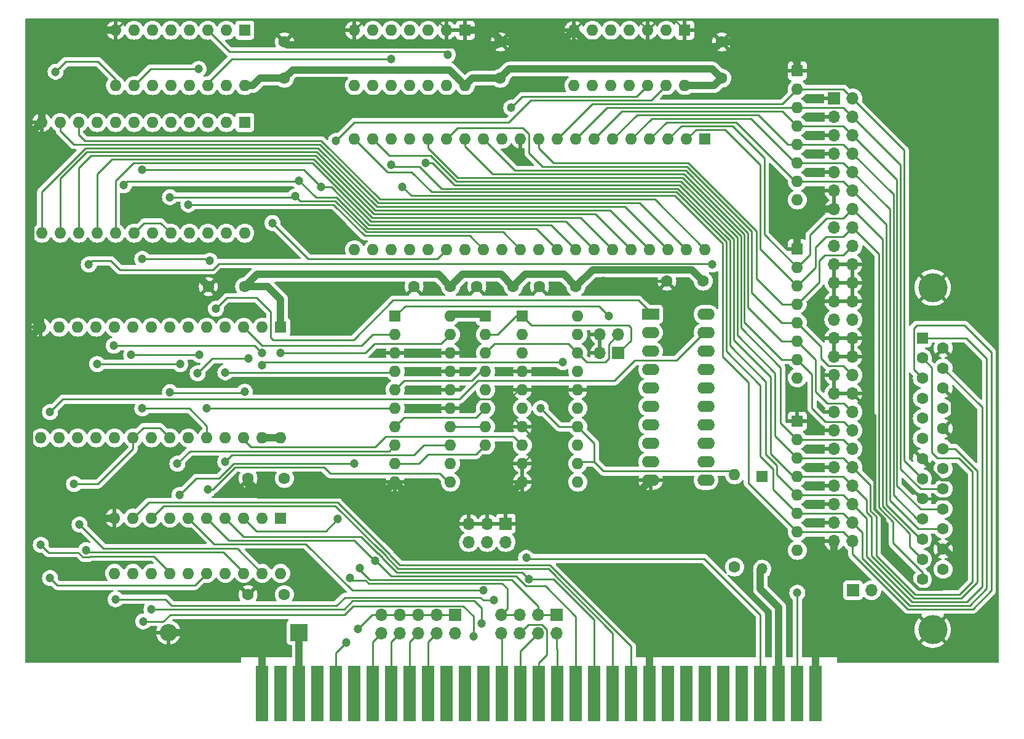
<source format=gbr>
%TF.GenerationSoftware,KiCad,Pcbnew,7.0.11-7.0.11~ubuntu20.04.1*%
%TF.CreationDate,2024-04-11T13:04:31+02:00*%
%TF.ProjectId,NCL501,4e434c35-3031-42e6-9b69-6361645f7063,rev?*%
%TF.SameCoordinates,Original*%
%TF.FileFunction,Copper,L2,Bot*%
%TF.FilePolarity,Positive*%
%FSLAX46Y46*%
G04 Gerber Fmt 4.6, Leading zero omitted, Abs format (unit mm)*
G04 Created by KiCad (PCBNEW 7.0.11-7.0.11~ubuntu20.04.1) date 2024-04-11 13:04:31*
%MOMM*%
%LPD*%
G01*
G04 APERTURE LIST*
%TA.AperFunction,ComponentPad*%
%ADD10C,1.600000*%
%TD*%
%TA.AperFunction,ConnectorPad*%
%ADD11R,1.780000X7.620000*%
%TD*%
%TA.AperFunction,ComponentPad*%
%ADD12R,1.600000X1.600000*%
%TD*%
%TA.AperFunction,ComponentPad*%
%ADD13O,1.600000X1.600000*%
%TD*%
%TA.AperFunction,ComponentPad*%
%ADD14R,1.700000X1.700000*%
%TD*%
%TA.AperFunction,ComponentPad*%
%ADD15O,1.700000X1.700000*%
%TD*%
%TA.AperFunction,ComponentPad*%
%ADD16R,1.500000X1.500000*%
%TD*%
%TA.AperFunction,ComponentPad*%
%ADD17O,1.500000X1.500000*%
%TD*%
%TA.AperFunction,ComponentPad*%
%ADD18R,2.400000X2.400000*%
%TD*%
%TA.AperFunction,ComponentPad*%
%ADD19O,2.400000X2.400000*%
%TD*%
%TA.AperFunction,ComponentPad*%
%ADD20C,4.000000*%
%TD*%
%TA.AperFunction,ComponentPad*%
%ADD21R,2.400000X1.600000*%
%TD*%
%TA.AperFunction,ComponentPad*%
%ADD22O,2.400000X1.600000*%
%TD*%
%TA.AperFunction,ViaPad*%
%ADD23C,1.200000*%
%TD*%
%TA.AperFunction,Conductor*%
%ADD24C,1.000000*%
%TD*%
%TA.AperFunction,Conductor*%
%ADD25C,0.250000*%
%TD*%
%TA.AperFunction,Conductor*%
%ADD26C,0.400000*%
%TD*%
%TA.AperFunction,Conductor*%
%ADD27C,0.200000*%
%TD*%
G04 APERTURE END LIST*
D10*
%TO.P,C7,1*%
%TO.N,+5V*%
X193548000Y-90932000D03*
%TO.P,C7,2*%
%TO.N,GND*%
X188548000Y-90932000D03*
%TD*%
D11*
%TO.P,J2,1,GND*%
%TO.N,GND*%
X226568000Y-147000000D03*
%TO.P,J2,2,RESET*%
%TO.N,/PRESET*%
X224028000Y-147000000D03*
%TO.P,J2,3,VCC*%
%TO.N,+5V*%
X221488000Y-147000000D03*
%TO.P,J2,4,IRQ2*%
%TO.N,/IRQ2*%
X218948000Y-147000000D03*
%TO.P,J2,5,-5V*%
%TO.N,-5V*%
X216408000Y-147000000D03*
%TO.P,J2,6,DRQ2*%
%TO.N,/PDRQ2*%
X213868000Y-147000000D03*
%TO.P,J2,7,-12V*%
%TO.N,-12V*%
X211328000Y-147000000D03*
%TO.P,J2,8,UNUSED*%
%TO.N,unconnected-(J2-UNUSED-Pad8)*%
X208788000Y-147000000D03*
%TO.P,J2,9,+12V*%
%TO.N,+12V*%
X206248000Y-147000000D03*
%TO.P,J2,10,GND*%
%TO.N,GND*%
X203708000Y-147000000D03*
%TO.P,J2,11,~{SMEMW}*%
%TO.N,/~{PMEMW}*%
X201168000Y-147000000D03*
%TO.P,J2,12,~{SMEMR}*%
%TO.N,/~{PMEMR}*%
X198628000Y-147000000D03*
%TO.P,J2,13,~{IOW}*%
%TO.N,/~{PIOW}*%
X196088000Y-147000000D03*
%TO.P,J2,14,~{IOR}*%
%TO.N,/~{PIOR}*%
X193548000Y-147000000D03*
%TO.P,J2,15,~{DACK3}*%
%TO.N,/~{PDACK3}*%
X191008000Y-147000000D03*
%TO.P,J2,16,DRQ3*%
%TO.N,/PDRQ3*%
X188468000Y-147000000D03*
%TO.P,J2,17,~{DACK1}*%
%TO.N,/~{PDACK1}*%
X185928000Y-147000000D03*
%TO.P,J2,18,DRQ1*%
%TO.N,/PDRQ1*%
X183388000Y-147000000D03*
%TO.P,J2,19,~{DACK0}*%
%TO.N,/~{PDACK0}*%
X180848000Y-147000000D03*
%TO.P,J2,20,CLK*%
%TO.N,/PCLK*%
X178308000Y-147000000D03*
%TO.P,J2,21,IRQ7*%
%TO.N,/IRQ7*%
X175768000Y-147000000D03*
%TO.P,J2,22,IRQ6*%
%TO.N,/IRQ6*%
X173228000Y-147000000D03*
%TO.P,J2,23,IRQ5*%
%TO.N,/IRQ5*%
X170688000Y-147000000D03*
%TO.P,J2,24,IRQ4*%
%TO.N,/IRQ4*%
X168148000Y-147000000D03*
%TO.P,J2,25,IRQ3*%
%TO.N,/IRQ3*%
X165608000Y-147000000D03*
%TO.P,J2,26,~{DACK2}*%
%TO.N,/~{PDACK2}*%
X163068000Y-147000000D03*
%TO.P,J2,27,TC*%
%TO.N,/TC*%
X160528000Y-147000000D03*
%TO.P,J2,28,ALE*%
%TO.N,/PALE*%
X157988000Y-147000000D03*
%TO.P,J2,29,VCC*%
%TO.N,+5V*%
X155448000Y-147000000D03*
%TO.P,J2,30,OSC*%
%TO.N,/POSC*%
X152908000Y-147000000D03*
%TO.P,J2,31,GND*%
%TO.N,GND*%
X150368000Y-147000000D03*
%TD*%
D12*
%TO.P,U6,1,VPP*%
%TO.N,+5V*%
X152908000Y-96520000D03*
D13*
%TO.P,U6,2,A12*%
%TO.N,/PA12*%
X150368000Y-96520000D03*
%TO.P,U6,3,A7*%
%TO.N,/PA7*%
X147828000Y-96520000D03*
%TO.P,U6,4,A6*%
%TO.N,/PA6*%
X145288000Y-96520000D03*
%TO.P,U6,5,A5*%
%TO.N,/PA5*%
X142748000Y-96520000D03*
%TO.P,U6,6,A4*%
%TO.N,/PA4*%
X140208000Y-96520000D03*
%TO.P,U6,7,A3*%
%TO.N,/PA3*%
X137668000Y-96520000D03*
%TO.P,U6,8,A2*%
%TO.N,/PA2*%
X135128000Y-96520000D03*
%TO.P,U6,9,A1*%
%TO.N,/PA1*%
X132588000Y-96520000D03*
%TO.P,U6,10,A0*%
%TO.N,/PA0*%
X130048000Y-96520000D03*
%TO.P,U6,11,D0*%
%TO.N,/D0*%
X127508000Y-96520000D03*
%TO.P,U6,12,D1*%
%TO.N,/D1*%
X124968000Y-96520000D03*
%TO.P,U6,13,D2*%
%TO.N,/D2*%
X122428000Y-96520000D03*
%TO.P,U6,14,GND*%
%TO.N,GND*%
X119888000Y-96520000D03*
%TO.P,U6,15,D3*%
%TO.N,/D3*%
X119888000Y-111760000D03*
%TO.P,U6,16,D4*%
%TO.N,/D4*%
X122428000Y-111760000D03*
%TO.P,U6,17,D5*%
%TO.N,/D5*%
X124968000Y-111760000D03*
%TO.P,U6,18,D6*%
%TO.N,/D6*%
X127508000Y-111760000D03*
%TO.P,U6,19,D7*%
%TO.N,/D7*%
X130048000Y-111760000D03*
%TO.P,U6,20,~{CE}*%
%TO.N,/~{ROMCE}*%
X132588000Y-111760000D03*
%TO.P,U6,21,A10*%
%TO.N,/PA10*%
X135128000Y-111760000D03*
%TO.P,U6,22,~{OE}*%
%TO.N,/~{ROMCE}*%
X137668000Y-111760000D03*
%TO.P,U6,23,A11*%
%TO.N,/PA11*%
X140208000Y-111760000D03*
%TO.P,U6,24,A9*%
%TO.N,/PA9*%
X142748000Y-111760000D03*
%TO.P,U6,25,A8*%
%TO.N,/PA8*%
X145288000Y-111760000D03*
%TO.P,U6,26,A13*%
%TO.N,/PA13*%
X147828000Y-111760000D03*
%TO.P,U6,27,~{PGM}*%
%TO.N,+5V*%
X150368000Y-111760000D03*
%TO.P,U6,28,VCC*%
X152908000Y-111760000D03*
%TD*%
D14*
%TO.P,CN1,1,Pin_1*%
%TO.N,GND*%
X229108000Y-65024000D03*
D15*
%TO.P,CN1,2,Pin_2*%
%TO.N,/SD0*%
X231648000Y-65024000D03*
%TO.P,CN1,3,Pin_3*%
%TO.N,GND*%
X229108000Y-67564000D03*
%TO.P,CN1,4,Pin_4*%
%TO.N,/SD1*%
X231648000Y-67564000D03*
%TO.P,CN1,5,Pin_5*%
%TO.N,GND*%
X229108000Y-70104000D03*
%TO.P,CN1,6,Pin_6*%
%TO.N,/SD2*%
X231648000Y-70104000D03*
%TO.P,CN1,7,Pin_7*%
%TO.N,GND*%
X229108000Y-72644000D03*
%TO.P,CN1,8,Pin_8*%
%TO.N,/SD3*%
X231648000Y-72644000D03*
%TO.P,CN1,9,Pin_9*%
%TO.N,GND*%
X229108000Y-75184000D03*
%TO.P,CN1,10,Pin_10*%
%TO.N,/SD4*%
X231648000Y-75184000D03*
%TO.P,CN1,11,Pin_11*%
%TO.N,GND*%
X229108000Y-77724000D03*
%TO.P,CN1,12,Pin_12*%
%TO.N,/SD5*%
X231648000Y-77724000D03*
%TO.P,CN1,13,Pin_13*%
%TO.N,GND*%
X229108000Y-80264000D03*
%TO.P,CN1,14,Pin_14*%
%TO.N,/SD6*%
X231648000Y-80264000D03*
%TO.P,CN1,15,Pin_15*%
%TO.N,GND*%
X229108000Y-82804000D03*
%TO.P,CN1,16,Pin_16*%
%TO.N,/SD7*%
X231648000Y-82804000D03*
%TO.P,CN1,17,Pin_17*%
%TO.N,GND*%
X229108000Y-85344000D03*
%TO.P,CN1,18,Pin_18*%
%TO.N,/SDP*%
X231648000Y-85344000D03*
%TO.P,CN1,19,Pin_19*%
%TO.N,GND*%
X229108000Y-87884000D03*
%TO.P,CN1,20,Pin_20*%
X231648000Y-87884000D03*
%TO.P,CN1,21,Pin_21*%
X229108000Y-90424000D03*
%TO.P,CN1,22,Pin_22*%
X231648000Y-90424000D03*
%TO.P,CN1,23,Pin_23*%
X229108000Y-92964000D03*
%TO.P,CN1,24,Pin_24*%
X231648000Y-92964000D03*
%TO.P,CN1,25,Pin_25*%
%TO.N,unconnected-(CN1-Pin_25-Pad25)*%
X229108000Y-95504000D03*
%TO.P,CN1,26,Pin_26*%
%TO.N,Net-(CN1-Pin_26)*%
X231648000Y-95504000D03*
%TO.P,CN1,27,Pin_27*%
%TO.N,GND*%
X229108000Y-98044000D03*
%TO.P,CN1,28,Pin_28*%
X231648000Y-98044000D03*
%TO.P,CN1,29,Pin_29*%
X229108000Y-100584000D03*
%TO.P,CN1,30,Pin_30*%
X231648000Y-100584000D03*
%TO.P,CN1,31,Pin_31*%
X229108000Y-103124000D03*
%TO.P,CN1,32,Pin_32*%
%TO.N,/~{SATN}*%
X231648000Y-103124000D03*
%TO.P,CN1,33,Pin_33*%
%TO.N,GND*%
X229108000Y-105664000D03*
%TO.P,CN1,34,Pin_34*%
X231648000Y-105664000D03*
%TO.P,CN1,35,Pin_35*%
X229108000Y-108204000D03*
%TO.P,CN1,36,Pin_36*%
%TO.N,/~{SBSY}*%
X231648000Y-108204000D03*
%TO.P,CN1,37,Pin_37*%
%TO.N,GND*%
X229108000Y-110744000D03*
%TO.P,CN1,38,Pin_38*%
%TO.N,/~{SACK}*%
X231648000Y-110744000D03*
%TO.P,CN1,39,Pin_39*%
%TO.N,GND*%
X229108000Y-113284000D03*
%TO.P,CN1,40,Pin_40*%
%TO.N,/~{SRST}*%
X231648000Y-113284000D03*
%TO.P,CN1,41,Pin_41*%
%TO.N,GND*%
X229108000Y-115824000D03*
%TO.P,CN1,42,Pin_42*%
%TO.N,/~{SMSG}*%
X231648000Y-115824000D03*
%TO.P,CN1,43,Pin_43*%
%TO.N,GND*%
X229108000Y-118364000D03*
%TO.P,CN1,44,Pin_44*%
%TO.N,/~{SSEL}*%
X231648000Y-118364000D03*
%TO.P,CN1,45,Pin_45*%
%TO.N,GND*%
X229108000Y-120904000D03*
%TO.P,CN1,46,Pin_46*%
%TO.N,/~{SCD}*%
X231648000Y-120904000D03*
%TO.P,CN1,47,Pin_47*%
%TO.N,GND*%
X229108000Y-123444000D03*
%TO.P,CN1,48,Pin_48*%
%TO.N,/~{SREQ}*%
X231648000Y-123444000D03*
%TO.P,CN1,49,Pin_49*%
%TO.N,GND*%
X229108000Y-125984000D03*
%TO.P,CN1,50,Pin_50*%
%TO.N,/~{SIO}*%
X231648000Y-125984000D03*
%TD*%
D12*
%TO.P,RP1,1,common*%
%TO.N,+5V*%
X181102000Y-94996000D03*
D13*
%TO.P,RP1,2,R1*%
%TO.N,/~{BIOSEN}*%
X181102000Y-97536000D03*
%TO.P,RP1,3,R2*%
%TO.N,/U8_18*%
X181102000Y-100076000D03*
%TO.P,RP1,4,R3*%
%TO.N,/U7_5*%
X181102000Y-102616000D03*
%TO.P,RP1,5,R4*%
%TO.N,/~{SDACK}*%
X181102000Y-105156000D03*
%TO.P,RP1,6,R5*%
%TO.N,/U7_7*%
X181102000Y-107696000D03*
%TO.P,RP1,7,R6*%
%TO.N,/U7_14*%
X181102000Y-110236000D03*
%TO.P,RP1,8,R7*%
%TO.N,/U7_9*%
X181102000Y-112776000D03*
%TD*%
D10*
%TO.P,C8,1*%
%TO.N,+5V*%
X211074000Y-90170000D03*
%TO.P,C8,2*%
%TO.N,GND*%
X206074000Y-90170000D03*
%TD*%
%TO.P,C4,1*%
%TO.N,+5V*%
X147955000Y-90932000D03*
%TO.P,C4,2*%
%TO.N,GND*%
X142955000Y-90932000D03*
%TD*%
D12*
%TO.P,U10,1,I1*%
%TO.N,/~{IOSEL}*%
X152908000Y-122809000D03*
D13*
%TO.P,U10,2,I2*%
%TO.N,/~{BIOSSEL}*%
X150368000Y-122809000D03*
%TO.P,U10,3,I3*%
%TO.N,/PA3*%
X147828000Y-122809000D03*
%TO.P,U10,4,I4*%
%TO.N,/~{PIOW}*%
X145288000Y-122809000D03*
%TO.P,U10,5,I5*%
%TO.N,/~{PIOR}*%
X142748000Y-122809000D03*
%TO.P,U10,6,I6*%
%TO.N,/~{SDACK}*%
X140208000Y-122809000D03*
%TO.P,U10,7,I7*%
%TO.N,/~{PRESET}*%
X137668000Y-122809000D03*
%TO.P,U10,8,I8*%
%TO.N,/~{PMEMR}*%
X135128000Y-122809000D03*
%TO.P,U10,9,I9*%
%TO.N,/~{PMEMW}*%
X132588000Y-122809000D03*
%TO.P,U10,10,GND*%
%TO.N,GND*%
X130048000Y-122809000D03*
%TO.P,U10,11,I10*%
%TO.N,/PA12*%
X130048000Y-130429000D03*
%TO.P,U10,12,IO8*%
%TO.N,/~{RAMWR}*%
X132588000Y-130429000D03*
%TO.P,U10,13,IO7*%
%TO.N,/PA11*%
X135128000Y-130429000D03*
%TO.P,U10,14,IO6*%
%TO.N,/U1_CP*%
X137668000Y-130429000D03*
%TO.P,U10,15,IO5*%
%TO.N,/~{SCSICS}*%
X140208000Y-130429000D03*
%TO.P,U10,16,IO4*%
%TO.N,/~{DATEN}*%
X142748000Y-130429000D03*
%TO.P,U10,17,I03*%
%TO.N,/DIR*%
X145288000Y-130429000D03*
%TO.P,U10,18,IO2*%
%TO.N,/~{RAMCE}*%
X147828000Y-130429000D03*
%TO.P,U10,19,IO1*%
%TO.N,/~{ROMCE}*%
X150368000Y-130429000D03*
%TO.P,U10,20,VCC*%
%TO.N,+5V*%
X152908000Y-130429000D03*
%TD*%
D10*
%TO.P,C2,1*%
%TO.N,+5V*%
X183134000Y-62230000D03*
%TO.P,C2,2*%
%TO.N,GND*%
X183134000Y-57230000D03*
%TD*%
D12*
%TO.P,RP2,1,common*%
%TO.N,GND*%
X224028000Y-61214000D03*
D13*
%TO.P,RP2,2,R1*%
%TO.N,/SD0*%
X224028000Y-63754000D03*
%TO.P,RP2,3,R2*%
%TO.N,/SD1*%
X224028000Y-66294000D03*
%TO.P,RP2,4,R3*%
%TO.N,/SD2*%
X224028000Y-68834000D03*
%TO.P,RP2,5,R4*%
%TO.N,/SD3*%
X224028000Y-71374000D03*
%TO.P,RP2,6,R5*%
%TO.N,/SD4*%
X224028000Y-73914000D03*
%TO.P,RP2,7,R6*%
%TO.N,/SD5*%
X224028000Y-76454000D03*
%TO.P,RP2,8,R7*%
%TO.N,+5P*%
X224028000Y-78994000D03*
%TD*%
D12*
%TO.P,U8,1,G*%
%TO.N,/~{BIOSEN}*%
X186182000Y-94996000D03*
D13*
%TO.P,U8,2,P0*%
%TO.N,/PA15*%
X186182000Y-97536000D03*
%TO.P,U8,3,R0*%
%TO.N,Net-(U8-R0)*%
X186182000Y-100076000D03*
%TO.P,U8,4,P1*%
%TO.N,GND*%
X186182000Y-102616000D03*
%TO.P,U8,5,R1*%
X186182000Y-105156000D03*
%TO.P,U8,6,P2*%
%TO.N,/PA14*%
X186182000Y-107696000D03*
%TO.P,U8,7,R2*%
%TO.N,GND*%
X186182000Y-110236000D03*
%TO.P,U8,8,P3*%
%TO.N,/PA13*%
X186182000Y-112776000D03*
%TO.P,U8,9,R3*%
%TO.N,GND*%
X186182000Y-115316000D03*
%TO.P,U8,10,GND*%
X186182000Y-117856000D03*
%TO.P,U8,11,P4*%
%TO.N,/PA19*%
X193802000Y-117856000D03*
%TO.P,U8,12,R4*%
%TO.N,Net-(U8-R0)*%
X193802000Y-115316000D03*
%TO.P,U8,13,P5*%
%TO.N,/PA18*%
X193802000Y-112776000D03*
%TO.P,U8,14,R5*%
%TO.N,Net-(U8-R0)*%
X193802000Y-110236000D03*
%TO.P,U8,15,P6*%
%TO.N,/PA17*%
X193802000Y-107696000D03*
%TO.P,U8,16,R6*%
%TO.N,GND*%
X193802000Y-105156000D03*
%TO.P,U8,17,P7*%
%TO.N,/PA16*%
X193802000Y-102616000D03*
%TO.P,U8,18,R7*%
%TO.N,/U8_18*%
X193802000Y-100076000D03*
%TO.P,U8,19,P=R*%
%TO.N,/~{BIOSSEL}*%
X193802000Y-97536000D03*
%TO.P,U8,20,VCC*%
%TO.N,+5V*%
X193802000Y-94996000D03*
%TD*%
D12*
%TO.P,U3,1*%
%TO.N,GND*%
X208534000Y-55626000D03*
D13*
%TO.P,U3,2*%
%TO.N,unconnected-(U3-Pad2)*%
X205994000Y-55626000D03*
%TO.P,U3,3*%
%TO.N,GND*%
X203454000Y-55626000D03*
%TO.P,U3,4*%
%TO.N,unconnected-(U3-Pad4)*%
X200914000Y-55626000D03*
%TO.P,U3,5*%
%TO.N,/PRESET*%
X198374000Y-55626000D03*
%TO.P,U3,6*%
%TO.N,/~{PRESET}*%
X195834000Y-55626000D03*
%TO.P,U3,7,GND*%
%TO.N,GND*%
X193294000Y-55626000D03*
%TO.P,U3,8*%
%TO.N,unconnected-(U3-Pad8)*%
X193294000Y-63246000D03*
%TO.P,U3,9*%
%TO.N,GND*%
X195834000Y-63246000D03*
%TO.P,U3,10*%
%TO.N,unconnected-(U3-Pad10)*%
X198374000Y-63246000D03*
%TO.P,U3,11*%
%TO.N,GND*%
X200914000Y-63246000D03*
%TO.P,U3,12*%
%TO.N,/~{TC}*%
X203454000Y-63246000D03*
%TO.P,U3,13*%
%TO.N,/TC*%
X205994000Y-63246000D03*
%TO.P,U3,14,VCC*%
%TO.N,+5V*%
X208534000Y-63246000D03*
%TD*%
D16*
%TO.P,CR1,1,K*%
%TO.N,Net-(CR1-K)*%
X219202000Y-117094000D03*
D17*
%TO.P,CR1,2,A*%
%TO.N,+5V*%
X219202000Y-129794000D03*
%TD*%
D12*
%TO.P,RP3,1,common*%
%TO.N,GND*%
X224028000Y-85725000D03*
D13*
%TO.P,RP3,2,R1*%
%TO.N,/SD6*%
X224028000Y-88265000D03*
%TO.P,RP3,3,R2*%
%TO.N,/SD7*%
X224028000Y-90805000D03*
%TO.P,RP3,4,R3*%
%TO.N,/SDP*%
X224028000Y-93345000D03*
%TO.P,RP3,5,R4*%
%TO.N,/~{SATN}*%
X224028000Y-95885000D03*
%TO.P,RP3,6,R5*%
%TO.N,/~{SBSY}*%
X224028000Y-98425000D03*
%TO.P,RP3,7,R6*%
%TO.N,/~{SACK}*%
X224028000Y-100965000D03*
%TO.P,RP3,8,R7*%
%TO.N,+5P*%
X224028000Y-103505000D03*
%TD*%
D14*
%TO.P,JP2,1,Pin_1*%
%TO.N,GND*%
X183896000Y-123571000D03*
D15*
%TO.P,JP2,2,Pin_2*%
%TO.N,/U7_7*%
X183896000Y-126111000D03*
%TO.P,JP2,3,Pin_3*%
%TO.N,GND*%
X181356000Y-123571000D03*
%TO.P,JP2,4,Pin_4*%
%TO.N,/U7_9*%
X181356000Y-126111000D03*
%TO.P,JP2,5,Pin_5*%
%TO.N,GND*%
X178816000Y-123571000D03*
%TO.P,JP2,6,Pin_6*%
%TO.N,/U7_5*%
X178816000Y-126111000D03*
%TD*%
D14*
%TO.P,J4,1,Pin_1*%
%TO.N,Net-(J4-Pin_1)*%
X190881000Y-136144000D03*
D15*
%TO.P,J4,2,Pin_2*%
%TO.N,/~{PDACK3}*%
X190881000Y-138684000D03*
%TO.P,J4,3,Pin_3*%
%TO.N,Net-(J4-Pin_1)*%
X188341000Y-136144000D03*
%TO.P,J4,4,Pin_4*%
%TO.N,/~{PDACK1}*%
X188341000Y-138684000D03*
%TO.P,J4,5,Pin_5*%
%TO.N,Net-(J4-Pin_5)*%
X185801000Y-136144000D03*
%TO.P,J4,6,Pin_6*%
%TO.N,/PDRQ3*%
X185801000Y-138684000D03*
%TO.P,J4,7,Pin_7*%
%TO.N,Net-(J4-Pin_5)*%
X183261000Y-136144000D03*
%TO.P,J4,8,Pin_8*%
%TO.N,/PDRQ1*%
X183261000Y-138684000D03*
%TD*%
D12*
%TO.P,U1,1,~{Mr}*%
%TO.N,/~{PRESET}*%
X147955000Y-55626000D03*
D13*
%TO.P,U1,2,Q0*%
%TO.N,unconnected-(U1-Q0-Pad2)*%
X145415000Y-55626000D03*
%TO.P,U1,3,~{Q0}*%
%TO.N,/~{IRQEN}*%
X142875000Y-55626000D03*
%TO.P,U1,4,D0*%
%TO.N,/D1*%
X140335000Y-55626000D03*
%TO.P,U1,5,D1*%
%TO.N,/D3*%
X137795000Y-55626000D03*
%TO.P,U1,6,~{Q1}*%
%TO.N,unconnected-(U1-~{Q1}-Pad6)*%
X135255000Y-55626000D03*
%TO.P,U1,7,Q1*%
%TO.N,unconnected-(U1-Q1-Pad7)*%
X132715000Y-55626000D03*
%TO.P,U1,8,GND*%
%TO.N,GND*%
X130175000Y-55626000D03*
%TO.P,U1,9,Cp*%
%TO.N,/U1_CP*%
X130175000Y-63246000D03*
%TO.P,U1,10,Q2*%
%TO.N,/~{SRESET}*%
X132715000Y-63246000D03*
%TO.P,U1,11,~{Q2}*%
%TO.N,unconnected-(U1-~{Q2}-Pad11)*%
X135255000Y-63246000D03*
%TO.P,U1,12,D2*%
%TO.N,/D2*%
X137795000Y-63246000D03*
%TO.P,U1,13,D3*%
%TO.N,/D0*%
X140335000Y-63246000D03*
%TO.P,U1,14,~{Q3}*%
%TO.N,/~{DRQEN}*%
X142875000Y-63246000D03*
%TO.P,U1,15,Q3*%
%TO.N,unconnected-(U1-Q3-Pad15)*%
X145415000Y-63246000D03*
%TO.P,U1,16,VCC*%
%TO.N,+5V*%
X147955000Y-63246000D03*
%TD*%
D10*
%TO.P,C1,1*%
%TO.N,+5V*%
X153416000Y-62230000D03*
%TO.P,C1,2*%
%TO.N,GND*%
X153416000Y-57230000D03*
%TD*%
%TO.P,C9,1*%
%TO.N,+5V*%
X153416000Y-117348000D03*
%TO.P,C9,2*%
%TO.N,GND*%
X148416000Y-117348000D03*
%TD*%
%TO.P,C10,1*%
%TO.N,+5V*%
X153416000Y-133350000D03*
%TO.P,C10,2*%
%TO.N,GND*%
X148416000Y-133350000D03*
%TD*%
D12*
%TO.P,U5,1,D0*%
%TO.N,/D0*%
X211328000Y-70612000D03*
D13*
%TO.P,U5,2,~{SDB7}*%
%TO.N,/SD7*%
X208788000Y-70612000D03*
%TO.P,U5,3,~{SDB6}*%
%TO.N,/SD6*%
X206248000Y-70612000D03*
%TO.P,U5,4,~{SDB5}*%
%TO.N,/SD5*%
X203708000Y-70612000D03*
%TO.P,U5,5,~{SDB4}*%
%TO.N,/SD4*%
X201168000Y-70612000D03*
%TO.P,U5,6,~{SDB3}*%
%TO.N,/SD3*%
X198628000Y-70612000D03*
%TO.P,U5,7,~{SDB2}*%
%TO.N,/SD2*%
X196088000Y-70612000D03*
%TO.P,U5,8,~{SDB1}*%
%TO.N,/SD1*%
X193548000Y-70612000D03*
%TO.P,U5,9,~{SDB0}*%
%TO.N,/SD0*%
X191008000Y-70612000D03*
%TO.P,U5,10,~{SDP}*%
%TO.N,/SDP*%
X188468000Y-70612000D03*
%TO.P,U5,11,GND*%
%TO.N,GND*%
X185928000Y-70612000D03*
%TO.P,U5,12,~{SSEL}*%
%TO.N,/~{SSEL}*%
X183388000Y-70612000D03*
%TO.P,U5,13,~{SBSY}*%
%TO.N,/~{SBSY}*%
X180848000Y-70612000D03*
%TO.P,U5,14,~{SACK}*%
%TO.N,/~{SACK}*%
X178308000Y-70612000D03*
%TO.P,U5,15,~{SATN}*%
%TO.N,/~{SATN}*%
X175768000Y-70612000D03*
%TO.P,U5,16,~{SRST}*%
%TO.N,/~{SRST}*%
X173228000Y-70612000D03*
%TO.P,U5,17,~{SI/O}*%
%TO.N,/~{SIO}*%
X170688000Y-70612000D03*
%TO.P,U5,18,~{SC/D}*%
%TO.N,/~{SCD}*%
X168148000Y-70612000D03*
%TO.P,U5,19,~{SMSG}*%
%TO.N,/~{SMSG}*%
X165608000Y-70612000D03*
%TO.P,U5,20,~{SREQ}*%
%TO.N,/~{SREQ}*%
X163068000Y-70612000D03*
%TO.P,U5,21,~{CS}*%
%TO.N,/~{SCSICS}*%
X163068000Y-85852000D03*
%TO.P,U5,22,DRQ*%
%TO.N,/DRQ*%
X165608000Y-85852000D03*
%TO.P,U5,23,IRQ*%
%TO.N,/IRQ*%
X168148000Y-85852000D03*
%TO.P,U5,24,~{IOR}*%
%TO.N,/~{PIOR}*%
X170688000Y-85852000D03*
%TO.P,U5,25,READY*%
%TO.N,unconnected-(U5-READY-Pad25)*%
X173228000Y-85852000D03*
%TO.P,U5,26,~{DACK}*%
%TO.N,/~{SDACK}*%
X175768000Y-85852000D03*
%TO.P,U5,27,~{EOP}*%
%TO.N,/~{TC}*%
X178308000Y-85852000D03*
%TO.P,U5,28,~{RST}*%
%TO.N,/~{SRESET}*%
X180848000Y-85852000D03*
%TO.P,U5,29,~{IOW}*%
%TO.N,/~{PIOW}*%
X183388000Y-85852000D03*
%TO.P,U5,30,A0*%
%TO.N,/PA0*%
X185928000Y-85852000D03*
%TO.P,U5,31,Vcc*%
%TO.N,+5V*%
X188468000Y-85852000D03*
%TO.P,U5,32,A1*%
%TO.N,/PA1*%
X191008000Y-85852000D03*
%TO.P,U5,33,A2*%
%TO.N,/PA2*%
X193548000Y-85852000D03*
%TO.P,U5,34,D7*%
%TO.N,/D7*%
X196088000Y-85852000D03*
%TO.P,U5,35,D6*%
%TO.N,/D6*%
X198628000Y-85852000D03*
%TO.P,U5,36,D5*%
%TO.N,/D5*%
X201168000Y-85852000D03*
%TO.P,U5,37,D4*%
%TO.N,/D4*%
X203708000Y-85852000D03*
%TO.P,U5,38,D3*%
%TO.N,/D3*%
X206248000Y-85852000D03*
%TO.P,U5,39,D2*%
%TO.N,/D2*%
X208788000Y-85852000D03*
%TO.P,U5,40,D1*%
%TO.N,/D1*%
X211328000Y-85852000D03*
%TD*%
D12*
%TO.P,U2,1*%
%TO.N,GND*%
X178308000Y-55626000D03*
D13*
%TO.P,U2,2*%
X175768000Y-55626000D03*
%TO.P,U2,3*%
%TO.N,unconnected-(U2-Pad3)*%
X173228000Y-55626000D03*
%TO.P,U2,4*%
%TO.N,/~{DRQEN}*%
X170688000Y-55626000D03*
%TO.P,U2,5*%
%TO.N,Net-(J4-Pin_1)*%
X168148000Y-55626000D03*
%TO.P,U2,6*%
%TO.N,/~{SDACK}*%
X165608000Y-55626000D03*
%TO.P,U2,7,GND*%
%TO.N,GND*%
X163068000Y-55626000D03*
%TO.P,U2,8*%
%TO.N,Net-(J4-Pin_5)*%
X163068000Y-63246000D03*
%TO.P,U2,9*%
%TO.N,/DRQ*%
X165608000Y-63246000D03*
%TO.P,U2,10*%
%TO.N,/~{DRQEN}*%
X168148000Y-63246000D03*
%TO.P,U2,11*%
%TO.N,Net-(JP3-Pin_1)*%
X170688000Y-63246000D03*
%TO.P,U2,12*%
%TO.N,/IRQ*%
X173228000Y-63246000D03*
%TO.P,U2,13*%
%TO.N,/~{IRQEN}*%
X175768000Y-63246000D03*
%TO.P,U2,14,VCC*%
%TO.N,+5V*%
X178308000Y-63246000D03*
%TD*%
D12*
%TO.P,U4,1,A7*%
%TO.N,/PA7*%
X147955000Y-68326000D03*
D13*
%TO.P,U4,2,A6*%
%TO.N,/PA6*%
X145415000Y-68326000D03*
%TO.P,U4,3,A5*%
%TO.N,/PA5*%
X142875000Y-68326000D03*
%TO.P,U4,4,A4*%
%TO.N,/PA4*%
X140335000Y-68326000D03*
%TO.P,U4,5,A3*%
%TO.N,/PA3*%
X137795000Y-68326000D03*
%TO.P,U4,6,A2*%
%TO.N,/PA2*%
X135255000Y-68326000D03*
%TO.P,U4,7,A1*%
%TO.N,/PA1*%
X132715000Y-68326000D03*
%TO.P,U4,8,A0*%
%TO.N,/PA0*%
X130175000Y-68326000D03*
%TO.P,U4,9,D0*%
%TO.N,/D0*%
X127635000Y-68326000D03*
%TO.P,U4,10,D1*%
%TO.N,/D1*%
X125095000Y-68326000D03*
%TO.P,U4,11,D2*%
%TO.N,/D2*%
X122555000Y-68326000D03*
%TO.P,U4,12,GND*%
%TO.N,GND*%
X120015000Y-68326000D03*
%TO.P,U4,13,D3*%
%TO.N,/D3*%
X120015000Y-83566000D03*
%TO.P,U4,14,D4*%
%TO.N,/D4*%
X122555000Y-83566000D03*
%TO.P,U4,15,D5*%
%TO.N,/D5*%
X125095000Y-83566000D03*
%TO.P,U4,16,D6*%
%TO.N,/D6*%
X127635000Y-83566000D03*
%TO.P,U4,17,D7*%
%TO.N,/D7*%
X130175000Y-83566000D03*
%TO.P,U4,18,~{CE}*%
%TO.N,/~{RAMCE}*%
X132715000Y-83566000D03*
%TO.P,U4,19,A10*%
%TO.N,/PA10*%
X135255000Y-83566000D03*
%TO.P,U4,20,~{OE}*%
%TO.N,/~{RAMCE}*%
X137795000Y-83566000D03*
%TO.P,U4,21,~{WE}*%
%TO.N,/~{RAMWR}*%
X140335000Y-83566000D03*
%TO.P,U4,22,A9*%
%TO.N,/PA9*%
X142875000Y-83566000D03*
%TO.P,U4,23,A8*%
%TO.N,/PA8*%
X145415000Y-83566000D03*
%TO.P,U4,24,VCC*%
%TO.N,+5V*%
X147955000Y-83566000D03*
%TD*%
D18*
%TO.P,C11,1*%
%TO.N,+5V*%
X155448000Y-138557000D03*
D19*
%TO.P,C11,2*%
%TO.N,GND*%
X137448000Y-138557000D03*
%TD*%
D12*
%TO.P,RP4,1,common*%
%TO.N,GND*%
X224028000Y-109474000D03*
D13*
%TO.P,RP4,2,R1*%
%TO.N,/~{SRST}*%
X224028000Y-112014000D03*
%TO.P,RP4,3,R2*%
%TO.N,/~{SMSG}*%
X224028000Y-114554000D03*
%TO.P,RP4,4,R3*%
%TO.N,/~{SSEL}*%
X224028000Y-117094000D03*
%TO.P,RP4,5,R4*%
%TO.N,/~{SCD}*%
X224028000Y-119634000D03*
%TO.P,RP4,6,R5*%
%TO.N,/~{SREQ}*%
X224028000Y-122174000D03*
%TO.P,RP4,7,R6*%
%TO.N,/~{SIO}*%
X224028000Y-124714000D03*
%TO.P,RP4,8,R7*%
%TO.N,+5P*%
X224028000Y-127254000D03*
%TD*%
D20*
%TO.P,J1,0,PAD*%
%TO.N,GND*%
X242670000Y-138170000D03*
X242670000Y-91070000D03*
D12*
%TO.P,J1,1,1*%
%TO.N,/~{SREQ}*%
X241250000Y-98000000D03*
D10*
%TO.P,J1,2,2*%
%TO.N,/~{SMSG}*%
X241250000Y-100770000D03*
%TO.P,J1,3,3*%
%TO.N,/~{SIO}*%
X241250000Y-103540000D03*
%TO.P,J1,4,4*%
%TO.N,/~{SRST}*%
X241250000Y-106310000D03*
%TO.P,J1,5,5*%
%TO.N,/~{SACK}*%
X241250000Y-109080000D03*
%TO.P,J1,6,6*%
%TO.N,/~{SBSY}*%
X241250000Y-111850000D03*
%TO.P,J1,7,7*%
%TO.N,GND*%
X241250000Y-114620000D03*
%TO.P,J1,8,8*%
%TO.N,/SD0*%
X241250000Y-117390000D03*
%TO.P,J1,9,9*%
%TO.N,GND*%
X241250000Y-120160000D03*
%TO.P,J1,10,10*%
%TO.N,/SD3*%
X241250000Y-122930000D03*
%TO.P,J1,11,11*%
%TO.N,/SD5*%
X241250000Y-125700000D03*
%TO.P,J1,12,12*%
%TO.N,/SD6*%
X241250000Y-128470000D03*
%TO.P,J1,13,13*%
%TO.N,/SD7*%
X241250000Y-131240000D03*
%TO.P,J1,14,P14*%
%TO.N,GND*%
X244090000Y-99385000D03*
%TO.P,J1,15,P15*%
%TO.N,/~{SCD}*%
X244090000Y-102155000D03*
%TO.P,J1,16,P16*%
%TO.N,GND*%
X244090000Y-104925000D03*
%TO.P,J1,17,P17*%
%TO.N,/~{SATN}*%
X244090000Y-107695000D03*
%TO.P,J1,18,P18*%
%TO.N,GND*%
X244090000Y-110465000D03*
%TO.P,J1,19,P19*%
%TO.N,/~{SSEL}*%
X244090000Y-113235000D03*
%TO.P,J1,20,P20*%
%TO.N,/SDP*%
X244090000Y-116005000D03*
%TO.P,J1,21,P21*%
%TO.N,/SD1*%
X244090000Y-118775000D03*
%TO.P,J1,22,P22*%
%TO.N,/SD2*%
X244090000Y-121545000D03*
%TO.P,J1,23,P23*%
%TO.N,/SD4*%
X244090000Y-124315000D03*
%TO.P,J1,24,P24*%
%TO.N,GND*%
X244090000Y-127085000D03*
%TO.P,J1,25,P25*%
%TO.N,Net-(CN1-Pin_26)*%
X244090000Y-129855000D03*
%TD*%
%TO.P,C5,1*%
%TO.N,+5V*%
X176276000Y-90932000D03*
%TO.P,C5,2*%
%TO.N,GND*%
X171276000Y-90932000D03*
%TD*%
%TO.P,R1,1*%
%TO.N,+5V*%
X215392000Y-129540000D03*
D13*
%TO.P,R1,2*%
%TO.N,Net-(U8-R0)*%
X215392000Y-116840000D03*
%TD*%
D10*
%TO.P,C3,1*%
%TO.N,+5V*%
X213614000Y-62230000D03*
%TO.P,C3,2*%
%TO.N,GND*%
X213614000Y-57230000D03*
%TD*%
%TO.P,C6,1*%
%TO.N,+5V*%
X184912000Y-90932000D03*
%TO.P,C6,2*%
%TO.N,GND*%
X179912000Y-90932000D03*
%TD*%
D14*
%TO.P,JP1,1,Pin_1*%
%TO.N,/~{BIOSEN}*%
X199390000Y-100076000D03*
D15*
%TO.P,JP1,2,Pin_2*%
%TO.N,GND*%
X196850000Y-100076000D03*
%TO.P,JP1,3,Pin_3*%
%TO.N,/U8_18*%
X199390000Y-97536000D03*
%TO.P,JP1,4,Pin_4*%
%TO.N,GND*%
X196850000Y-97536000D03*
%TD*%
D14*
%TO.P,JP3,1,Pin_1*%
%TO.N,Net-(JP3-Pin_1)*%
X176906000Y-136139000D03*
D15*
%TO.P,JP3,2,Pin_2*%
%TO.N,/IRQ2*%
X176906000Y-138679000D03*
%TO.P,JP3,3,Pin_3*%
%TO.N,Net-(JP3-Pin_1)*%
X174366000Y-136139000D03*
%TO.P,JP3,4,Pin_4*%
%TO.N,/IRQ6*%
X174366000Y-138679000D03*
%TO.P,JP3,5,Pin_5*%
%TO.N,Net-(JP3-Pin_1)*%
X171826000Y-136139000D03*
%TO.P,JP3,6,Pin_6*%
%TO.N,/IRQ5*%
X171826000Y-138679000D03*
%TO.P,JP3,7,Pin_7*%
%TO.N,Net-(JP3-Pin_1)*%
X169286000Y-136139000D03*
%TO.P,JP3,8,Pin_8*%
%TO.N,/IRQ4*%
X169286000Y-138679000D03*
%TO.P,JP3,9,Pin_9*%
%TO.N,Net-(JP3-Pin_1)*%
X166746000Y-136139000D03*
%TO.P,JP3,10,Pin_10*%
%TO.N,/IRQ3*%
X166746000Y-138679000D03*
%TD*%
D12*
%TO.P,U7,1,G*%
%TO.N,/PAEN*%
X168656000Y-94996000D03*
D13*
%TO.P,U7,2,P0*%
%TO.N,/PA7*%
X168656000Y-97536000D03*
%TO.P,U7,3,R0*%
%TO.N,GND*%
X168656000Y-100076000D03*
%TO.P,U7,4,P1*%
%TO.N,/PA6*%
X168656000Y-102616000D03*
%TO.P,U7,5,R1*%
%TO.N,/U7_5*%
X168656000Y-105156000D03*
%TO.P,U7,6,P2*%
%TO.N,/PA5*%
X168656000Y-107696000D03*
%TO.P,U7,7,R2*%
%TO.N,/U7_7*%
X168656000Y-110236000D03*
%TO.P,U7,8,P3*%
%TO.N,/PA4*%
X168656000Y-112776000D03*
%TO.P,U7,9,R3*%
%TO.N,/U7_9*%
X168656000Y-115316000D03*
%TO.P,U7,10,GND*%
%TO.N,GND*%
X168656000Y-117856000D03*
%TO.P,U7,11,P4*%
%TO.N,/PA9*%
X176276000Y-117856000D03*
%TO.P,U7,12,R4*%
%TO.N,/U7_14*%
X176276000Y-115316000D03*
%TO.P,U7,13,P5*%
%TO.N,/PA8*%
X176276000Y-112776000D03*
%TO.P,U7,14,R5*%
%TO.N,/U7_14*%
X176276000Y-110236000D03*
%TO.P,U7,15,P6*%
%TO.N,GND*%
X176276000Y-107696000D03*
%TO.P,U7,16,R6*%
X176276000Y-105156000D03*
%TO.P,U7,17,P7*%
X176276000Y-102616000D03*
%TO.P,U7,18,R7*%
X176276000Y-100076000D03*
%TO.P,U7,19,P=R*%
%TO.N,/~{IOSEL}*%
X176276000Y-97536000D03*
%TO.P,U7,20,VCC*%
%TO.N,+5V*%
X176276000Y-94996000D03*
%TD*%
D14*
%TO.P,JP6,1,A*%
%TO.N,Net-(CR1-K)*%
X231710000Y-132750000D03*
D15*
%TO.P,JP6,2,B*%
%TO.N,Net-(CN1-Pin_26)*%
X234250000Y-132750000D03*
%TD*%
D21*
%TO.P,U9,1,A->B*%
%TO.N,/DIR*%
X203835000Y-94742000D03*
D22*
%TO.P,U9,2,A0*%
%TO.N,/PD0*%
X203835000Y-97282000D03*
%TO.P,U9,3,A1*%
%TO.N,/PD1*%
X203835000Y-99822000D03*
%TO.P,U9,4,A2*%
%TO.N,/PD2*%
X203835000Y-102362000D03*
%TO.P,U9,5,A3*%
%TO.N,/PD3*%
X203835000Y-104902000D03*
%TO.P,U9,6,A4*%
%TO.N,/PD4*%
X203835000Y-107442000D03*
%TO.P,U9,7,A5*%
%TO.N,/PD5*%
X203835000Y-109982000D03*
%TO.P,U9,8,A6*%
%TO.N,/PD6*%
X203835000Y-112522000D03*
%TO.P,U9,9,A7*%
%TO.N,/PD7*%
X203835000Y-115062000D03*
%TO.P,U9,10,GND*%
%TO.N,GND*%
X203835000Y-117602000D03*
%TO.P,U9,11,B7*%
%TO.N,/D7*%
X211455000Y-117602000D03*
%TO.P,U9,12,B6*%
%TO.N,/D6*%
X211455000Y-115062000D03*
%TO.P,U9,13,B5*%
%TO.N,/D5*%
X211455000Y-112522000D03*
%TO.P,U9,14,B4*%
%TO.N,/D4*%
X211455000Y-109982000D03*
%TO.P,U9,15,B3*%
%TO.N,/D3*%
X211455000Y-107442000D03*
%TO.P,U9,16,B2*%
%TO.N,/D2*%
X211455000Y-104902000D03*
%TO.P,U9,17,B1*%
%TO.N,/D1*%
X211455000Y-102362000D03*
%TO.P,U9,18,B0*%
%TO.N,/D0*%
X211455000Y-99822000D03*
%TO.P,U9,19,CE*%
%TO.N,/~{DATEN}*%
X211455000Y-97282000D03*
%TO.P,U9,20,VCC*%
%TO.N,+5V*%
X211455000Y-94742000D03*
%TD*%
D23*
%TO.N,GND*%
X196977000Y-129794000D03*
X196596000Y-122936000D03*
X197358000Y-90170000D03*
%TO.N,/~{SSEL}*%
X172876745Y-73873000D03*
%TO.N,/~{SCD}*%
X168148000Y-74168000D03*
%TO.N,/~{SIO}*%
X169672000Y-77216000D03*
%TO.N,Net-(U8-R0)*%
X188722000Y-107696000D03*
%TO.N,/D0*%
X212344000Y-87884000D03*
X126492000Y-87884000D03*
%TO.N,Net-(J4-Pin_1)*%
X163830000Y-129667000D03*
%TO.N,Net-(J4-Pin_5)*%
X162433000Y-131064000D03*
%TO.N,/~{SCSICS}*%
X163068000Y-115316000D03*
X139000000Y-119634000D03*
%TO.N,/~{SDACK}*%
X180848000Y-132761000D03*
X151765000Y-82169000D03*
%TO.N,/PA0*%
X137668000Y-78613000D03*
X154940000Y-78486000D03*
%TO.N,/PA1*%
X155448000Y-76327000D03*
X131318000Y-76962000D03*
%TO.N,/PA2*%
X133858000Y-74841000D03*
X158496000Y-77216000D03*
%TO.N,/~{IOSEL}*%
X152908000Y-100076000D03*
%TO.N,/~{RAMWR}*%
X141732000Y-100330000D03*
X132334000Y-100330000D03*
%TO.N,/~{ROMCE}*%
X124460000Y-118110000D03*
X125222000Y-123698000D03*
%TO.N,/~{TC}*%
X184658008Y-66294000D03*
%TO.N,/~{PRESET}*%
X148463000Y-100838000D03*
X141478000Y-102870000D03*
%TO.N,/PA6*%
X145288000Y-102743000D03*
%TO.N,/PA5*%
X142748000Y-107696000D03*
%TO.N,/PA4*%
X138684000Y-115316000D03*
%TO.N,/PA3*%
X147955000Y-105410000D03*
X137668000Y-105451000D03*
X160782000Y-122936000D03*
%TO.N,/PA10*%
X133985000Y-137033000D03*
X179451000Y-139065000D03*
%TO.N,/PA9*%
X133858000Y-107696000D03*
X133858000Y-87122006D03*
X143129000Y-87375992D03*
X142875000Y-118872000D03*
%TO.N,/PA8*%
X145288000Y-115062000D03*
%TO.N,/PA12*%
X130175000Y-133985000D03*
X150368000Y-100076000D03*
X182245737Y-134120982D03*
X129921000Y-99060000D03*
%TO.N,/PA11*%
X135128000Y-135382000D03*
X180553000Y-137287000D03*
%TO.N,Net-(JP3-Pin_1)*%
X163576000Y-138049000D03*
%TO.N,/DIR*%
X143999996Y-93980000D03*
%TO.N,/~{BIOSSEL}*%
X191770000Y-101346000D03*
X150368000Y-101727000D03*
%TO.N,/U1_CP*%
X121920000Y-61341000D03*
X119888000Y-126492000D03*
%TO.N,/~{SRESET}*%
X141605002Y-60960000D03*
X140208000Y-79629000D03*
%TO.N,/PRESET*%
X224028000Y-133096000D03*
%TO.N,/IRQ2*%
X186703930Y-128283930D03*
%TO.N,/~{PIOW}*%
X187071000Y-131191000D03*
%TO.N,/~{PIOR}*%
X165940000Y-128650536D03*
%TO.N,/TC*%
X160528000Y-70866000D03*
X161925000Y-139954000D03*
%TO.N,/PAEN*%
X198120000Y-94996000D03*
%TO.N,/~{DATEN}*%
X121158000Y-108204002D03*
X121158000Y-131064000D03*
%TO.N,/~{DRQEN}*%
X168148000Y-59563000D03*
%TO.N,/~{IRQEN}*%
X175895000Y-59008000D03*
%TO.N,/~{RAMCE}*%
X127635000Y-101600000D03*
X126112028Y-127236887D03*
X139065000Y-101600000D03*
%TD*%
D24*
%TO.N,+5V*%
X178308000Y-63246000D02*
X176149000Y-61087000D01*
X174611000Y-89267000D02*
X176276000Y-90932000D01*
X193548000Y-90932000D02*
X195860000Y-88620000D01*
X154559000Y-61087000D02*
X153416000Y-62230000D01*
X176276000Y-90932000D02*
X177941000Y-89267000D01*
X152908000Y-92710000D02*
X151130000Y-90932000D01*
X212598000Y-63246000D02*
X213614000Y-62230000D01*
X219202000Y-129794000D02*
X218948000Y-130048000D01*
X221488000Y-135128000D02*
X221488000Y-146812000D01*
X147955000Y-90932000D02*
X149620000Y-89267000D01*
X191883000Y-89267000D02*
X193548000Y-90932000D01*
X149620000Y-89267000D02*
X174611000Y-89267000D01*
X153416000Y-62230000D02*
X150114000Y-62230000D01*
X183247000Y-89267000D02*
X184912000Y-90932000D01*
X195860000Y-88620000D02*
X209524000Y-88620000D01*
X155448000Y-138557000D02*
X155448000Y-146812000D01*
X152908000Y-111760000D02*
X150368000Y-111760000D01*
X218948000Y-130048000D02*
X218948000Y-132588000D01*
X176276000Y-94996000D02*
X176530000Y-94742000D01*
X213614000Y-62230000D02*
X212344000Y-60960000D01*
X184404000Y-60960000D02*
X183134000Y-62230000D01*
X184912000Y-90932000D02*
X186577000Y-89267000D01*
X150114000Y-62230000D02*
X149098000Y-63246000D01*
X152908000Y-96520000D02*
X152908000Y-92710000D01*
X151130000Y-90932000D02*
X147955000Y-90932000D01*
X186577000Y-89267000D02*
X191883000Y-89267000D01*
X218948000Y-132588000D02*
X221488000Y-135128000D01*
X179324000Y-62230000D02*
X178308000Y-63246000D01*
X176149000Y-61087000D02*
X154559000Y-61087000D01*
X209524000Y-88620000D02*
X211074000Y-90170000D01*
X177941000Y-89267000D02*
X183247000Y-89267000D01*
X183134000Y-62230000D02*
X179324000Y-62230000D01*
X176530000Y-94742000D02*
X180848000Y-94742000D01*
X212344000Y-60960000D02*
X184404000Y-60960000D01*
X149098000Y-63246000D02*
X147955000Y-63246000D01*
X208534000Y-63246000D02*
X212598000Y-63246000D01*
D25*
%TO.N,GND*%
X174267000Y-54125000D02*
X164569000Y-54125000D01*
D24*
X142955000Y-90932000D02*
X141939000Y-89916000D01*
D26*
X241250000Y-114620000D02*
X241250000Y-114932767D01*
D24*
X141939000Y-89916000D02*
X124841000Y-89916000D01*
X183134000Y-57230000D02*
X191690000Y-57230000D01*
D26*
X244687000Y-127085000D02*
X244090000Y-127085000D01*
D25*
X203454000Y-55626000D02*
X204955000Y-54125000D01*
X184150000Y-106426000D02*
X178943000Y-106426000D01*
D24*
X126873000Y-122809000D02*
X130048000Y-122809000D01*
D26*
X245340000Y-106175000D02*
X245340000Y-109215000D01*
D24*
X224028000Y-83566000D02*
X227330000Y-80264000D01*
X120015000Y-60071000D02*
X124460000Y-55626000D01*
D26*
X246000000Y-120160000D02*
X241250000Y-120160000D01*
D24*
X148416000Y-117348000D02*
X148416000Y-118190000D01*
X118465000Y-69876000D02*
X120015000Y-68326000D01*
D26*
X246000000Y-118500000D02*
X246000000Y-120160000D01*
D24*
X224028000Y-85725000D02*
X224028000Y-83566000D01*
D25*
X153416000Y-57230000D02*
X150311000Y-54125000D01*
D26*
X178308000Y-55626000D02*
X175768000Y-55626000D01*
D24*
X226568000Y-131699000D02*
X229108000Y-129159000D01*
X191690000Y-57230000D02*
X193294000Y-55626000D01*
D25*
X186182000Y-105156000D02*
X193802000Y-105156000D01*
D27*
X186182000Y-117856000D02*
X186182000Y-115316000D01*
D24*
X184150000Y-119888000D02*
X170688000Y-119888000D01*
D25*
X168656000Y-100076000D02*
X176276000Y-100076000D01*
X187833000Y-111887000D02*
X186182000Y-110236000D01*
D26*
X244090000Y-104925000D02*
X245340000Y-106175000D01*
D24*
X203708000Y-147000000D02*
X203708000Y-136525000D01*
D25*
X201953000Y-54125000D02*
X203454000Y-55626000D01*
D26*
X224028000Y-109474000D02*
X226060000Y-109474000D01*
X245000000Y-117500000D02*
X246000000Y-118500000D01*
X246000000Y-128524000D02*
X246000000Y-120160000D01*
X243817233Y-117500000D02*
X245000000Y-117500000D01*
D24*
X213614000Y-57230000D02*
X212932000Y-57912000D01*
X224028000Y-59944000D02*
X221314000Y-57230000D01*
X153844000Y-57658000D02*
X153416000Y-57230000D01*
D25*
X175768000Y-55626000D02*
X174267000Y-54125000D01*
D26*
X246000000Y-128398000D02*
X244687000Y-127085000D01*
D24*
X118338000Y-98070000D02*
X118338000Y-114274000D01*
X124460000Y-55626000D02*
X130175000Y-55626000D01*
D26*
X245340000Y-109215000D02*
X244090000Y-110465000D01*
D24*
X221314000Y-57230000D02*
X213614000Y-57230000D01*
D26*
X243875000Y-132553000D02*
X246000000Y-130428000D01*
D24*
X150368000Y-147000000D02*
X150368000Y-140970000D01*
X212932000Y-57912000D02*
X195580000Y-57912000D01*
D26*
X227330000Y-110744000D02*
X229108000Y-110744000D01*
X240757000Y-132553000D02*
X243875000Y-132553000D01*
X239776000Y-130498233D02*
X239776000Y-131572000D01*
D24*
X120015000Y-68326000D02*
X120015000Y-60071000D01*
D25*
X184658000Y-106934000D02*
X184277000Y-106553000D01*
X184658000Y-108712000D02*
X184658000Y-106934000D01*
D24*
X182706000Y-57658000D02*
X153844000Y-57658000D01*
D26*
X226060000Y-109474000D02*
X227330000Y-110744000D01*
X234675000Y-108691000D02*
X234675000Y-121586384D01*
D25*
X184277000Y-106553000D02*
X185674000Y-105156000D01*
D24*
X186182000Y-117856000D02*
X184150000Y-119888000D01*
D25*
X178816000Y-123571000D02*
X183896000Y-123571000D01*
D24*
X147955000Y-138557000D02*
X137448000Y-138557000D01*
D25*
X186182000Y-115316000D02*
X187833000Y-113665000D01*
D24*
X148416000Y-118190000D02*
X149860000Y-119634000D01*
X118465000Y-95097000D02*
X118465000Y-69876000D01*
X183134000Y-57230000D02*
X182706000Y-57658000D01*
D25*
X187833000Y-113665000D02*
X187833000Y-111887000D01*
D24*
X229108000Y-129159000D02*
X229108000Y-125984000D01*
D26*
X246000000Y-130428000D02*
X246000000Y-128524000D01*
D24*
X118338000Y-114274000D02*
X126873000Y-122809000D01*
X203708000Y-136525000D02*
X196977000Y-129794000D01*
D25*
X186182000Y-110236000D02*
X184658000Y-108712000D01*
D26*
X231648000Y-105664000D02*
X234675000Y-108691000D01*
D25*
X164569000Y-54125000D02*
X163068000Y-55626000D01*
D26*
X234675000Y-121586384D02*
X236000000Y-122911384D01*
D24*
X198501000Y-122936000D02*
X196596000Y-122936000D01*
X150368000Y-140970000D02*
X147955000Y-138557000D01*
D25*
X184277000Y-106553000D02*
X184150000Y-106426000D01*
D24*
X119888000Y-96520000D02*
X118465000Y-95097000D01*
D25*
X204955000Y-54125000D02*
X207033000Y-54125000D01*
D24*
X170688000Y-119888000D02*
X168656000Y-117856000D01*
D25*
X194795000Y-54125000D02*
X201953000Y-54125000D01*
D24*
X178308000Y-55626000D02*
X181864000Y-55626000D01*
D25*
X183896000Y-123571000D02*
X183896000Y-120142000D01*
D26*
X236000000Y-126722233D02*
X239776000Y-130498233D01*
D24*
X183134000Y-56896000D02*
X183134000Y-57230000D01*
D26*
X241250000Y-114932767D02*
X243817233Y-117500000D01*
D24*
X227330000Y-80264000D02*
X229108000Y-80264000D01*
X119888000Y-96520000D02*
X118338000Y-98070000D01*
D25*
X207033000Y-54125000D02*
X208534000Y-55626000D01*
D24*
X124841000Y-89916000D02*
X119888000Y-94869000D01*
X166878000Y-119634000D02*
X168656000Y-117856000D01*
D25*
X183896000Y-120142000D02*
X186182000Y-117856000D01*
D24*
X119888000Y-94869000D02*
X119888000Y-96520000D01*
D25*
X177673000Y-107696000D02*
X176276000Y-107696000D01*
D26*
X236000000Y-122911384D02*
X236000000Y-126722233D01*
D25*
X131676000Y-54125000D02*
X130175000Y-55626000D01*
D26*
X197358000Y-90170000D02*
X206074000Y-90170000D01*
D24*
X203835000Y-117602000D02*
X198501000Y-122936000D01*
D25*
X193294000Y-55626000D02*
X194795000Y-54125000D01*
X150311000Y-54125000D02*
X131676000Y-54125000D01*
D24*
X224028000Y-61214000D02*
X224028000Y-59944000D01*
D26*
X196850000Y-100076000D02*
X196850000Y-97536000D01*
D24*
X226568000Y-147000000D02*
X226568000Y-131699000D01*
D26*
X246000000Y-128524000D02*
X246000000Y-128398000D01*
D24*
X181864000Y-55626000D02*
X183134000Y-56896000D01*
D26*
X239776000Y-131572000D02*
X240757000Y-132553000D01*
D24*
X149860000Y-119634000D02*
X166878000Y-119634000D01*
X195580000Y-57912000D02*
X193294000Y-55626000D01*
D25*
X178943000Y-106426000D02*
X177673000Y-107696000D01*
%TO.N,/SDP*%
X218440000Y-83312000D02*
X209042000Y-73914000D01*
X224028000Y-93345000D02*
X227076000Y-90297000D01*
X190500000Y-73914000D02*
X188468000Y-71882000D01*
X209042000Y-73914000D02*
X190500000Y-73914000D01*
X224028000Y-93345000D02*
X221996000Y-93345000D01*
X227838000Y-86614000D02*
X230378000Y-86614000D01*
X227076000Y-87376000D02*
X227838000Y-86614000D01*
X188468000Y-71882000D02*
X188468000Y-70612000D01*
X230378000Y-86614000D02*
X231648000Y-85344000D01*
X221996000Y-93345000D02*
X218440000Y-89789000D01*
X218440000Y-89789000D02*
X218440000Y-83312000D01*
X227076000Y-90297000D02*
X227076000Y-87376000D01*
%TO.N,/~{SATN}*%
X217750000Y-83329106D02*
X208842894Y-74422000D01*
X224028000Y-95885000D02*
X227330000Y-99187000D01*
X187103000Y-72549000D02*
X187103000Y-69918850D01*
X187103000Y-69918850D02*
X186272150Y-69088000D01*
X177292000Y-69088000D02*
X175768000Y-70612000D01*
X228346000Y-101854000D02*
X230378000Y-101854000D01*
X186272150Y-69088000D02*
X177292000Y-69088000D01*
X188976000Y-74422000D02*
X187103000Y-72549000D01*
X221869000Y-95885000D02*
X217750000Y-91766000D01*
X227330000Y-100838000D02*
X228346000Y-101854000D01*
X224028000Y-95885000D02*
X221869000Y-95885000D01*
X227330000Y-99187000D02*
X227330000Y-100838000D01*
X217750000Y-91766000D02*
X217750000Y-83329106D01*
X208842894Y-74422000D02*
X188976000Y-74422000D01*
X230378000Y-101854000D02*
X231648000Y-103124000D01*
%TO.N,/~{SBSY}*%
X230423000Y-106979000D02*
X231648000Y-108204000D01*
X208635788Y-74922000D02*
X185158000Y-74922000D01*
X228137000Y-106979000D02*
X230423000Y-106979000D01*
X224028000Y-98425000D02*
X221869000Y-98425000D01*
X221869000Y-98425000D02*
X217250000Y-93806000D01*
X217250000Y-93806000D02*
X217250000Y-83536212D01*
X226568000Y-105410000D02*
X228137000Y-106979000D01*
X217250000Y-83536212D02*
X208635788Y-74922000D01*
X185158000Y-74922000D02*
X180848000Y-70612000D01*
X226568000Y-100965000D02*
X226568000Y-105410000D01*
X224028000Y-98425000D02*
X226568000Y-100965000D01*
%TO.N,/~{SACK}*%
X182102000Y-75422000D02*
X208428682Y-75422000D01*
X224028000Y-100965000D02*
X226060000Y-102997000D01*
X221869000Y-100965000D02*
X224028000Y-100965000D01*
X227883000Y-109519000D02*
X230423000Y-109519000D01*
X178308000Y-71628000D02*
X182102000Y-75422000D01*
X216750000Y-95846000D02*
X221869000Y-100965000D01*
X208428682Y-75422000D02*
X216750000Y-83743318D01*
X216750000Y-83743318D02*
X216750000Y-95846000D01*
X178308000Y-70612000D02*
X178308000Y-71628000D01*
X230423000Y-109519000D02*
X231648000Y-110744000D01*
X226060000Y-102997000D02*
X226060000Y-107696000D01*
X226060000Y-107696000D02*
X227883000Y-109519000D01*
%TO.N,/~{SRST}*%
X173228000Y-71882000D02*
X173228000Y-70612000D01*
X216250000Y-96616000D02*
X216250000Y-83950424D01*
X216250000Y-83950424D02*
X208221576Y-75922000D01*
X221742000Y-102108000D02*
X216250000Y-96616000D01*
X208221576Y-75922000D02*
X177268000Y-75922000D01*
X230378000Y-112014000D02*
X231648000Y-113284000D01*
X177268000Y-75922000D02*
X173228000Y-71882000D01*
X224028000Y-112014000D02*
X221742000Y-109728000D01*
X224028000Y-112014000D02*
X230378000Y-112014000D01*
X221742000Y-109728000D02*
X221742000Y-102108000D01*
%TO.N,/~{SMSG}*%
X234898004Y-122622560D02*
X234898004Y-127964004D01*
X230378000Y-114554000D02*
X231648000Y-115824000D01*
X224028000Y-114554000D02*
X230378000Y-114554000D01*
X177060894Y-76422000D02*
X173536894Y-72898000D01*
X231648000Y-115824000D02*
X234100000Y-118276000D01*
X167894000Y-72898000D02*
X165608000Y-70612000D01*
X208014470Y-76422000D02*
X177060894Y-76422000D01*
X220980000Y-111506000D02*
X220980000Y-102870000D01*
X246260701Y-114554000D02*
X243304000Y-114554000D01*
X234898004Y-127964004D02*
X240284000Y-133350000D01*
X242570000Y-113820000D02*
X242570000Y-102090000D01*
X248150000Y-131580000D02*
X248150000Y-116443299D01*
X240284000Y-133350000D02*
X246380000Y-133350000D01*
X234100000Y-121824556D02*
X234898004Y-122622560D01*
X224028000Y-114554000D02*
X220980000Y-111506000D01*
X234100000Y-118276000D02*
X234100000Y-121824556D01*
X243304000Y-114554000D02*
X242570000Y-113820000D01*
X242570000Y-102090000D02*
X241250000Y-100770000D01*
X248150000Y-116443299D02*
X246260701Y-114554000D01*
X246380000Y-133350000D02*
X248150000Y-131580000D01*
X173536894Y-72898000D02*
X167894000Y-72898000D01*
X220980000Y-102870000D02*
X215750000Y-97640000D01*
X215750000Y-97640000D02*
X215750000Y-84157530D01*
X215750000Y-84157530D02*
X208014470Y-76422000D01*
%TO.N,/~{SSEL}*%
X215250000Y-84364636D02*
X207807364Y-76922000D01*
X231648000Y-118364000D02*
X233600000Y-120316000D01*
X230378000Y-117094000D02*
X224028000Y-117094000D01*
X215250000Y-98283000D02*
X215250000Y-84364636D01*
X248800000Y-131637106D02*
X248800000Y-116285000D01*
X245750000Y-113235000D02*
X244090000Y-113235000D01*
X234247998Y-122679660D02*
X234247998Y-128021104D01*
X220345000Y-103378000D02*
X215250000Y-98283000D01*
X234247998Y-128021104D02*
X240076894Y-133850000D01*
X207807364Y-76922000D02*
X176853788Y-76922000D01*
X246587106Y-133850000D02*
X248800000Y-131637106D01*
X224028000Y-117094000D02*
X223520000Y-117094000D01*
X173804788Y-73873000D02*
X172876745Y-73873000D01*
X231648000Y-118364000D02*
X230378000Y-117094000D01*
X233600000Y-122031662D02*
X234247998Y-122679660D01*
X240076894Y-133850000D02*
X246587106Y-133850000D01*
X220345000Y-113919000D02*
X220345000Y-103378000D01*
X248800000Y-116285000D02*
X245750000Y-113235000D01*
X223520000Y-117094000D02*
X220345000Y-113919000D01*
X176853788Y-76922000D02*
X173804788Y-73873000D01*
X233600000Y-120316000D02*
X233600000Y-122031662D01*
%TO.N,/~{SCD}*%
X221234000Y-116840000D02*
X221234000Y-115570000D01*
X249450000Y-132245476D02*
X249450000Y-107515000D01*
X207600258Y-77422000D02*
X175046886Y-77422000D01*
X231648000Y-120904000D02*
X233597998Y-122853998D01*
X247345476Y-134350000D02*
X249450000Y-132245476D01*
X249450000Y-107515000D02*
X244090000Y-102155000D01*
X224028000Y-119634000D02*
X230378000Y-119634000D01*
X233597998Y-128078210D02*
X239869788Y-134350000D01*
X172046886Y-74422000D02*
X168402000Y-74422000D01*
X239869788Y-134350000D02*
X247345476Y-134350000D01*
X214750000Y-99053000D02*
X214750000Y-84571742D01*
X219710000Y-104013000D02*
X214750000Y-99053000D01*
X168402000Y-74422000D02*
X168148000Y-74168000D01*
X221234000Y-115570000D02*
X219710000Y-114046000D01*
X224028000Y-119634000D02*
X221234000Y-116840000D01*
X175046886Y-77422000D02*
X172046886Y-74422000D01*
X214750000Y-84571742D02*
X207600258Y-77422000D01*
X219710000Y-114046000D02*
X219710000Y-104013000D01*
X233597998Y-122853998D02*
X233597998Y-128078210D01*
X230378000Y-119634000D02*
X231648000Y-120904000D01*
%TO.N,/~{SREQ}*%
X231648000Y-123444000D02*
X232947998Y-124743998D01*
X224028000Y-122174000D02*
X220726000Y-118872000D01*
X250100000Y-100850000D02*
X247250000Y-98000000D01*
X232947998Y-128299998D02*
X239498000Y-134850000D01*
X218948000Y-114300000D02*
X218948000Y-104521000D01*
X250100000Y-132514714D02*
X250100000Y-100850000D01*
X214250000Y-84778848D02*
X207393152Y-77922000D01*
X220726000Y-116078000D02*
X218948000Y-114300000D01*
X214250000Y-99823000D02*
X214250000Y-84778848D01*
X167599000Y-75143000D02*
X163068000Y-70612000D01*
X170901000Y-75143000D02*
X167599000Y-75143000D01*
X247764714Y-134850000D02*
X250100000Y-132514714D01*
X220726000Y-118872000D02*
X220726000Y-116078000D01*
X218948000Y-104521000D02*
X214250000Y-99823000D01*
X247250000Y-98000000D02*
X241250000Y-98000000D01*
X232947998Y-124743998D02*
X232947998Y-128299998D01*
X239498000Y-134850000D02*
X247764714Y-134850000D01*
X207393152Y-77922000D02*
X173680000Y-77922000D01*
X231648000Y-123444000D02*
X230378000Y-122174000D01*
X230378000Y-122174000D02*
X224028000Y-122174000D01*
X173680000Y-77922000D02*
X170901000Y-75143000D01*
%TO.N,/~{SIO}*%
X217297000Y-117983000D02*
X217297000Y-104140000D01*
X213750000Y-84985954D02*
X207186046Y-78422000D01*
X207186046Y-78422000D02*
X170878000Y-78422000D01*
X240075000Y-96675000D02*
X240075000Y-102365000D01*
X248183952Y-135350000D02*
X250750000Y-132783952D01*
X231648000Y-127762000D02*
X239236000Y-135350000D01*
X239236000Y-135350000D02*
X248183952Y-135350000D01*
X240075000Y-102365000D02*
X241250000Y-103540000D01*
X224028000Y-124714000D02*
X230378000Y-124714000D01*
X250750000Y-132783952D02*
X250750000Y-100000000D01*
X231648000Y-125984000D02*
X231648000Y-127762000D01*
X217297000Y-104140000D02*
X213750000Y-100593000D01*
X224028000Y-124714000D02*
X217297000Y-117983000D01*
X240500000Y-96250000D02*
X240075000Y-96675000D01*
X230378000Y-124714000D02*
X231648000Y-125984000D01*
X250750000Y-100000000D02*
X247000000Y-96250000D01*
X170878000Y-78422000D02*
X169672000Y-77216000D01*
X213750000Y-100593000D02*
X213750000Y-84985954D01*
X247000000Y-96250000D02*
X240500000Y-96250000D01*
%TO.N,/~{BIOSEN}*%
X186182000Y-94996000D02*
X185293000Y-94996000D01*
X187452000Y-96266000D02*
X186182000Y-94996000D01*
X201123000Y-96602000D02*
X200787000Y-96266000D01*
X182753000Y-97536000D02*
X181102000Y-97536000D01*
X201123000Y-98343000D02*
X201123000Y-96602000D01*
X185293000Y-94996000D02*
X182753000Y-97536000D01*
X200787000Y-96266000D02*
X187452000Y-96266000D01*
X199390000Y-100076000D02*
X201123000Y-98343000D01*
%TO.N,Net-(U8-R0)*%
X215392000Y-116840000D02*
X214884000Y-116332000D01*
X191262000Y-110236000D02*
X188722000Y-107696000D01*
X197358000Y-116332000D02*
X196088000Y-115062000D01*
X214884000Y-116332000D02*
X197358000Y-116332000D01*
X193802000Y-110236000D02*
X191262000Y-110236000D01*
X196088000Y-115062000D02*
X196088000Y-112522000D01*
X196088000Y-112522000D02*
X193802000Y-110236000D01*
X196088000Y-115062000D02*
X194056000Y-115062000D01*
%TO.N,/SD7*%
X226568000Y-85471000D02*
X227965000Y-84074000D01*
X237236000Y-123334212D02*
X237236000Y-126238000D01*
X208788000Y-70612000D02*
X210106000Y-69294000D01*
X218948000Y-85725000D02*
X224028000Y-90805000D01*
X235250000Y-86406000D02*
X235250000Y-121348212D01*
X231648000Y-82804000D02*
X235250000Y-86406000D01*
X224028000Y-90805000D02*
X226568000Y-88265000D01*
X230378000Y-84074000D02*
X231648000Y-82804000D01*
X235250000Y-121348212D02*
X237236000Y-123334212D01*
X214074000Y-69294000D02*
X218948000Y-74168000D01*
X226568000Y-88265000D02*
X226568000Y-85471000D01*
X227965000Y-84074000D02*
X230378000Y-84074000D01*
X241250000Y-130252000D02*
X241250000Y-131240000D01*
X237236000Y-126238000D02*
X241250000Y-130252000D01*
X218948000Y-74168000D02*
X218948000Y-85725000D01*
X210106000Y-69294000D02*
X214074000Y-69294000D01*
%TO.N,/SD6*%
X228092000Y-81534000D02*
X230378000Y-81534000D01*
X230378000Y-81534000D02*
X231648000Y-80264000D01*
X239522000Y-124913106D02*
X239522000Y-126742000D01*
X235750000Y-84366000D02*
X235750000Y-121141106D01*
X225806000Y-86487000D02*
X225806000Y-83820000D01*
X219500000Y-73196000D02*
X219500000Y-83737000D01*
X206248000Y-70612000D02*
X208066000Y-68794000D01*
X224028000Y-88265000D02*
X225806000Y-86487000D01*
X231648000Y-80264000D02*
X235750000Y-84366000D01*
X219500000Y-83737000D02*
X224028000Y-88265000D01*
X239522000Y-126742000D02*
X241250000Y-128470000D01*
X235750000Y-121141106D02*
X239522000Y-124913106D01*
X215098000Y-68794000D02*
X219500000Y-73196000D01*
X208066000Y-68794000D02*
X215098000Y-68794000D01*
X225806000Y-83820000D02*
X228092000Y-81534000D01*
%TO.N,/SD5*%
X230378000Y-76454000D02*
X231648000Y-77724000D01*
X236250000Y-82326000D02*
X236250000Y-120934000D01*
X206026000Y-68294000D02*
X215614000Y-68294000D01*
X236250000Y-120934000D02*
X241016000Y-125700000D01*
X203708000Y-70612000D02*
X206026000Y-68294000D01*
X231648000Y-77724000D02*
X236250000Y-82326000D01*
X215614000Y-68294000D02*
X223774000Y-76454000D01*
X224028000Y-76454000D02*
X230378000Y-76454000D01*
X241016000Y-125700000D02*
X241250000Y-125700000D01*
%TO.N,/SD4*%
X236750000Y-120418000D02*
X240647000Y-124315000D01*
X231648000Y-75184000D02*
X236750000Y-80286000D01*
X224028000Y-73914000D02*
X230378000Y-73914000D01*
X230378000Y-73914000D02*
X231648000Y-75184000D01*
X236750000Y-80286000D02*
X236750000Y-120418000D01*
X217654000Y-67794000D02*
X223774000Y-73914000D01*
X203986000Y-67794000D02*
X217654000Y-67794000D01*
X201168000Y-70612000D02*
X203986000Y-67794000D01*
X240647000Y-124315000D02*
X244090000Y-124315000D01*
%TO.N,/SD3*%
X224028000Y-71374000D02*
X230378000Y-71374000D01*
X237250000Y-119648000D02*
X240532000Y-122930000D01*
X218678000Y-67294000D02*
X222758000Y-71374000D01*
X240532000Y-122930000D02*
X241250000Y-122930000D01*
X230378000Y-71374000D02*
X231648000Y-72644000D01*
X222758000Y-71374000D02*
X224028000Y-71374000D01*
X201946000Y-67294000D02*
X218678000Y-67294000D01*
X198628000Y-70612000D02*
X201946000Y-67294000D01*
X237250000Y-78246000D02*
X237250000Y-119648000D01*
X231648000Y-72644000D02*
X237250000Y-78246000D01*
%TO.N,/SD2*%
X196088000Y-70612000D02*
X199906000Y-66794000D01*
X224028000Y-68834000D02*
X230378000Y-68834000D01*
X230378000Y-68834000D02*
X231648000Y-70104000D01*
X221988000Y-66794000D02*
X224028000Y-68834000D01*
X240973299Y-121545000D02*
X244090000Y-121545000D01*
X199906000Y-66794000D02*
X221988000Y-66794000D01*
X231648000Y-70104000D02*
X237750000Y-76206000D01*
X237750000Y-118321701D02*
X240973299Y-121545000D01*
X237750000Y-76206000D02*
X237750000Y-118321701D01*
%TO.N,/SD1*%
X224028000Y-66294000D02*
X230378000Y-66294000D01*
X238250000Y-116051701D02*
X240973299Y-118775000D01*
X238250000Y-74166000D02*
X238250000Y-116051701D01*
X230378000Y-66294000D02*
X231648000Y-67564000D01*
X197866000Y-66294000D02*
X224028000Y-66294000D01*
X231648000Y-67564000D02*
X238250000Y-74166000D01*
X193548000Y-70612000D02*
X197866000Y-66294000D01*
X240973299Y-118775000D02*
X244090000Y-118775000D01*
%TO.N,/SD0*%
X191008000Y-70612000D02*
X195834000Y-65786000D01*
X238750000Y-114890000D02*
X241250000Y-117390000D01*
X195834000Y-65786000D02*
X221996000Y-65786000D01*
X221996000Y-65786000D02*
X224028000Y-63754000D01*
X238750000Y-72126000D02*
X238750000Y-114890000D01*
X230378000Y-63754000D02*
X231648000Y-65024000D01*
X231648000Y-65024000D02*
X238750000Y-72126000D01*
X224028000Y-63754000D02*
X230378000Y-63754000D01*
%TO.N,/D0*%
X212344000Y-87884000D02*
X212205000Y-87745000D01*
X143532859Y-88605000D02*
X130769000Y-88605000D01*
X129540000Y-87376000D02*
X127000000Y-87376000D01*
X212205000Y-87745000D02*
X144392859Y-87745000D01*
X144392859Y-87745000D02*
X143532859Y-88605000D01*
X130769000Y-88605000D02*
X129540000Y-87376000D01*
X127000000Y-87376000D02*
X126492000Y-87884000D01*
%TO.N,/D1*%
X125984000Y-70866000D02*
X125095000Y-69977000D01*
X204398000Y-78922000D02*
X166552000Y-78922000D01*
X166552000Y-78922000D02*
X158496000Y-70866000D01*
X125095000Y-69977000D02*
X125095000Y-68326000D01*
X211328000Y-85852000D02*
X204398000Y-78922000D01*
X158496000Y-70866000D02*
X125984000Y-70866000D01*
%TO.N,/D2*%
X166344894Y-79422000D02*
X158288894Y-71366000D01*
X202358000Y-79422000D02*
X166344894Y-79422000D01*
X158288894Y-71366000D02*
X124452000Y-71366000D01*
X122555000Y-69469000D02*
X122555000Y-68326000D01*
X208788000Y-85852000D02*
X202358000Y-79422000D01*
X124452000Y-71366000D02*
X122555000Y-69469000D01*
%TO.N,/D3*%
X126000000Y-71866000D02*
X120015000Y-77851000D01*
X166137786Y-79922000D02*
X158081788Y-71866000D01*
X158081788Y-71866000D02*
X126000000Y-71866000D01*
X120015000Y-77851000D02*
X120015000Y-83566000D01*
X200318000Y-79922000D02*
X166137786Y-79922000D01*
X206248000Y-85852000D02*
X200318000Y-79922000D01*
%TO.N,/D4*%
X126207106Y-72366000D02*
X122555000Y-76018106D01*
X122555000Y-76018106D02*
X122555000Y-83566000D01*
X157874682Y-72366000D02*
X126207106Y-72366000D01*
X198278000Y-80422000D02*
X165930680Y-80422000D01*
X203708000Y-85852000D02*
X198278000Y-80422000D01*
X165930680Y-80422000D02*
X157874682Y-72366000D01*
%TO.N,/D5*%
X201168000Y-85852000D02*
X196238000Y-80922000D01*
X196238000Y-80922000D02*
X165723574Y-80922000D01*
X125095000Y-74549000D02*
X125095000Y-83566000D01*
X165723574Y-80922000D02*
X157667576Y-72866000D01*
X157667576Y-72866000D02*
X126778000Y-72866000D01*
X126778000Y-72866000D02*
X125095000Y-74549000D01*
%TO.N,/D6*%
X157460470Y-73366000D02*
X129707000Y-73366000D01*
X198628000Y-85852000D02*
X194198000Y-81422000D01*
X194198000Y-81422000D02*
X165516468Y-81422000D01*
X127635000Y-75438000D02*
X127635000Y-83566000D01*
X129707000Y-73366000D02*
X127635000Y-75438000D01*
X165516468Y-81422000D02*
X157460470Y-73366000D01*
%TO.N,/D7*%
X132636000Y-73866000D02*
X130175000Y-76327000D01*
X165309362Y-81922000D02*
X157253364Y-73866000D01*
X192158000Y-81922000D02*
X165309362Y-81922000D01*
X196088000Y-85852000D02*
X192158000Y-81922000D01*
X130175000Y-76327000D02*
X130175000Y-83566000D01*
X157253364Y-73866000D02*
X132636000Y-73866000D01*
%TO.N,Net-(J4-Pin_1)*%
X188341000Y-136144000D02*
X188341000Y-134941919D01*
X188341000Y-134941919D02*
X184685081Y-131286000D01*
X184685081Y-131286000D02*
X165195000Y-131286000D01*
X188341000Y-136144000D02*
X190881000Y-136144000D01*
X165195000Y-131286000D02*
X163830000Y-129921000D01*
X163830000Y-129921000D02*
X163830000Y-129667000D01*
%TO.N,Net-(J4-Pin_5)*%
X184111000Y-132509000D02*
X183388000Y-131786000D01*
X184111000Y-135294000D02*
X184111000Y-132509000D01*
X183261000Y-136144000D02*
X184111000Y-135294000D01*
X183388000Y-131786000D02*
X164987894Y-131786000D01*
X164987894Y-131786000D02*
X164606894Y-131405000D01*
X183261000Y-136144000D02*
X185801000Y-136144000D01*
X164606894Y-131405000D02*
X162774000Y-131405000D01*
X162774000Y-131405000D02*
X162433000Y-131064000D01*
%TO.N,/~{SCSICS}*%
X144380859Y-117348000D02*
X141286000Y-117348000D01*
X163068000Y-115316000D02*
X146412859Y-115316000D01*
X146412859Y-115316000D02*
X144380859Y-117348000D01*
X141286000Y-117348000D02*
X139000000Y-119634000D01*
%TO.N,/~{SDACK}*%
X174490000Y-87130000D02*
X156726000Y-87130000D01*
X162751141Y-132761000D02*
X180848000Y-132761000D01*
X175768000Y-85852000D02*
X174490000Y-87130000D01*
X140208000Y-122809000D02*
X143764000Y-126365000D01*
X143764000Y-126365000D02*
X156355141Y-126365000D01*
X156726000Y-87130000D02*
X151765000Y-82169000D01*
X156355141Y-126365000D02*
X162751141Y-132761000D01*
%TO.N,/PA0*%
X164688046Y-83422000D02*
X160395046Y-79129000D01*
X155583000Y-79129000D02*
X154940000Y-78486000D01*
X185928000Y-85852000D02*
X183498000Y-83422000D01*
X154813000Y-78613000D02*
X154940000Y-78486000D01*
X160395046Y-79129000D02*
X155583000Y-79129000D01*
X137668000Y-78613000D02*
X154813000Y-78613000D01*
X183498000Y-83422000D02*
X164688046Y-83422000D01*
%TO.N,/PA1*%
X164895152Y-82922000D02*
X160602152Y-78629000D01*
X131826000Y-76454000D02*
X155321000Y-76454000D01*
X157750000Y-78629000D02*
X155448000Y-76327000D01*
X155321000Y-76454000D02*
X155448000Y-76327000D01*
X188078000Y-82922000D02*
X164895152Y-82922000D01*
X131318000Y-76962000D02*
X131826000Y-76454000D01*
X160602152Y-78629000D02*
X157750000Y-78629000D01*
X191008000Y-85852000D02*
X188078000Y-82922000D01*
%TO.N,/PA2*%
X133896000Y-74803000D02*
X133858000Y-74841000D01*
X158496000Y-77216000D02*
X156083000Y-74803000D01*
X159896258Y-77216000D02*
X158496000Y-77216000D01*
X193548000Y-85852000D02*
X190118000Y-82422000D01*
X165102258Y-82422000D02*
X159896258Y-77216000D01*
X190118000Y-82422000D02*
X165102258Y-82422000D01*
X156083000Y-74803000D02*
X133896000Y-74803000D01*
%TO.N,/~{IOSEL}*%
X165862000Y-98806000D02*
X164592000Y-100076000D01*
X175006000Y-98806000D02*
X165862000Y-98806000D01*
X164592000Y-100076000D02*
X152908000Y-100076000D01*
X176276000Y-97536000D02*
X175006000Y-98806000D01*
%TO.N,/~{RAMWR}*%
X141732000Y-100330000D02*
X132334000Y-100330000D01*
%TO.N,/~{ROMCE}*%
X132588000Y-111760000D02*
X133985000Y-110363000D01*
X136271000Y-110363000D02*
X137668000Y-111760000D01*
X133985000Y-110363000D02*
X136271000Y-110363000D01*
X132588000Y-111760000D02*
X132588000Y-113284000D01*
X128524000Y-127000000D02*
X125222000Y-123698000D01*
X132588000Y-113284000D02*
X127762000Y-118110000D01*
X127762000Y-118110000D02*
X124460000Y-118110000D01*
X150368000Y-130429000D02*
X146939000Y-127000000D01*
X146939000Y-127000000D02*
X128524000Y-127000000D01*
%TO.N,/~{TC}*%
X203454000Y-63246000D02*
X201930000Y-64770000D01*
X201930000Y-64770000D02*
X186182008Y-64770000D01*
X186182008Y-64770000D02*
X184658008Y-66294000D01*
%TO.N,/~{PRESET}*%
X143510000Y-100838000D02*
X148463000Y-100838000D01*
X141478000Y-102870000D02*
X143510000Y-100838000D01*
%TO.N,/PA7*%
X150368000Y-99060000D02*
X164084000Y-99060000D01*
X164084000Y-99060000D02*
X165608000Y-97536000D01*
X147828000Y-96520000D02*
X150368000Y-99060000D01*
X165608000Y-97536000D02*
X168656000Y-97536000D01*
%TO.N,/PA6*%
X168529000Y-102743000D02*
X145288000Y-102743000D01*
%TO.N,/PA5*%
X168656000Y-107696000D02*
X142748000Y-107696000D01*
%TO.N,/PA4*%
X167821894Y-113610106D02*
X140389894Y-113610106D01*
X140389894Y-113610106D02*
X138684000Y-115316000D01*
X168656000Y-112776000D02*
X167821894Y-113610106D01*
%TO.N,/PA3*%
X149606000Y-124587000D02*
X159131000Y-124587000D01*
X147828000Y-105537000D02*
X137754000Y-105537000D01*
X159131000Y-124587000D02*
X160782000Y-122936000D01*
X137754000Y-105537000D02*
X137668000Y-105451000D01*
X147955000Y-105410000D02*
X147828000Y-105537000D01*
X147828000Y-122809000D02*
X149606000Y-124587000D01*
%TO.N,/PA10*%
X178031000Y-134914000D02*
X179451000Y-136334000D01*
X179451000Y-136334000D02*
X179451000Y-139065000D01*
X161714429Y-136096141D02*
X162896570Y-134914000D01*
X162896570Y-134914000D02*
X178031000Y-134914000D01*
X133985000Y-137033000D02*
X133986000Y-137032000D01*
X133986000Y-137032000D02*
X136745613Y-137032000D01*
X136745613Y-137032000D02*
X137681472Y-136096141D01*
X137681472Y-136096141D02*
X161714429Y-136096141D01*
%TO.N,/PA9*%
X142748000Y-110109000D02*
X140335000Y-107696000D01*
X159734000Y-116681000D02*
X158869000Y-115816000D01*
X143563966Y-118872000D02*
X142875000Y-118872000D01*
X158869000Y-115816000D02*
X146619966Y-115816000D01*
X142875008Y-87122000D02*
X133858006Y-87122000D01*
X174847000Y-116681000D02*
X159734000Y-116681000D01*
X140335000Y-107696000D02*
X133858000Y-107696000D01*
X176149000Y-117983000D02*
X174847000Y-116681000D01*
X146619966Y-115816000D02*
X143563966Y-118872000D01*
X133858006Y-87122000D02*
X133858000Y-87122006D01*
X142748000Y-111760000D02*
X142748000Y-110109000D01*
X143129000Y-87375992D02*
X142875008Y-87122000D01*
%TO.N,/PA8*%
X172593000Y-112776000D02*
X171228000Y-114141000D01*
X176276000Y-112776000D02*
X172593000Y-112776000D01*
X171228000Y-114141000D02*
X146209000Y-114141000D01*
X146209000Y-114141000D02*
X145288000Y-115062000D01*
%TO.N,/PA12*%
X182245737Y-134120982D02*
X180829123Y-134120982D01*
X137922000Y-134874000D02*
X137033000Y-133985000D01*
X137033000Y-133985000D02*
X130175000Y-133985000D01*
X180431141Y-133723000D02*
X161736035Y-133723000D01*
X180829123Y-134120982D02*
X180431141Y-133723000D01*
X160585035Y-134874000D02*
X137922000Y-134874000D01*
X129921000Y-99060000D02*
X149352000Y-99060000D01*
X149352000Y-99060000D02*
X150368000Y-100076000D01*
X161736035Y-133723000D02*
X160585035Y-134874000D01*
%TO.N,/PA11*%
X162798929Y-134223000D02*
X179562000Y-134223000D01*
X161639929Y-135382000D02*
X162798929Y-134223000D01*
X180553000Y-135214000D02*
X180553000Y-137287000D01*
X135128000Y-135382000D02*
X161639929Y-135382000D01*
X179562000Y-134223000D02*
X180553000Y-135214000D01*
%TO.N,Net-(JP3-Pin_1)*%
X166746000Y-136139000D02*
X165486000Y-136139000D01*
X176906000Y-136139000D02*
X166746000Y-136139000D01*
X165486000Y-136139000D02*
X163576000Y-138049000D01*
%TO.N,/U8_18*%
X195027000Y-101301000D02*
X197612000Y-101301000D01*
X197612000Y-101301000D02*
X198090000Y-100823000D01*
X198090000Y-100823000D02*
X198090000Y-98836000D01*
X182372000Y-98806000D02*
X192532000Y-98806000D01*
X193802000Y-100076000D02*
X195027000Y-101301000D01*
X198090000Y-98836000D02*
X199390000Y-97536000D01*
X181102000Y-100076000D02*
X182372000Y-98806000D01*
X192532000Y-98806000D02*
X193802000Y-100076000D01*
%TO.N,/DIR*%
X151543000Y-94382299D02*
X149616701Y-92456000D01*
X168402000Y-92823000D02*
X162927000Y-98298000D01*
X162927000Y-98298000D02*
X151892000Y-98298000D01*
X151892000Y-98298000D02*
X151543000Y-97949000D01*
X145523996Y-92456000D02*
X143999996Y-93980000D01*
X149616701Y-92456000D02*
X145523996Y-92456000D01*
X203835000Y-94488000D02*
X202170000Y-92823000D01*
X202170000Y-92823000D02*
X168402000Y-92823000D01*
X151543000Y-97949000D02*
X151543000Y-94382299D01*
%TO.N,/U7_9*%
X171958000Y-115316000D02*
X173228000Y-114046000D01*
X179832000Y-114046000D02*
X181102000Y-112776000D01*
X173228000Y-114046000D02*
X179832000Y-114046000D01*
X168656000Y-115316000D02*
X171958000Y-115316000D01*
%TO.N,/U7_7*%
X179832000Y-108966000D02*
X181102000Y-107696000D01*
X169926000Y-108966000D02*
X179832000Y-108966000D01*
X168656000Y-110236000D02*
X169926000Y-108966000D01*
%TO.N,/U7_14*%
X176276000Y-110236000D02*
X181102000Y-110236000D01*
%TO.N,/U7_5*%
X168656000Y-105156000D02*
X169926000Y-103886000D01*
X179197000Y-103886000D02*
X180467000Y-102616000D01*
X169926000Y-103886000D02*
X179197000Y-103886000D01*
%TO.N,/~{BIOSSEL}*%
X150368000Y-101727000D02*
X150749000Y-101346000D01*
X150749000Y-101346000D02*
X191770000Y-101346000D01*
%TO.N,/U1_CP*%
X127762000Y-59944000D02*
X123317000Y-59944000D01*
X135412218Y-128046218D02*
X126681556Y-128046218D01*
X123317000Y-59944000D02*
X121920000Y-61341000D01*
X120949000Y-127553000D02*
X119888000Y-126492000D01*
X130175000Y-62357000D02*
X127762000Y-59944000D01*
X125137028Y-127553000D02*
X120949000Y-127553000D01*
X130175000Y-63246000D02*
X130175000Y-62357000D01*
X126681556Y-128046218D02*
X126515887Y-128211887D01*
X125137028Y-127640746D02*
X125137028Y-127553000D01*
X126515887Y-128211887D02*
X125708169Y-128211887D01*
X125708169Y-128211887D02*
X125137028Y-127640746D01*
X137668000Y-130302000D02*
X135412218Y-128046218D01*
%TO.N,/~{SRESET}*%
X164480940Y-83922000D02*
X160187940Y-79629000D01*
X180848000Y-85852000D02*
X178918000Y-83922000D01*
X132715000Y-63246000D02*
X135001000Y-60960000D01*
X178918000Y-83922000D02*
X164480940Y-83922000D01*
X135001000Y-60960000D02*
X141605002Y-60960000D01*
X160187940Y-79629000D02*
X140208000Y-79629000D01*
%TO.N,/PRESET*%
X224028000Y-146812000D02*
X224028000Y-133096000D01*
%TO.N,/IRQ2*%
X211201000Y-128397000D02*
X186817000Y-128397000D01*
X218948000Y-136144000D02*
X211201000Y-128397000D01*
X186817000Y-128397000D02*
X186703930Y-128283930D01*
X218948000Y-146812000D02*
X218948000Y-136144000D01*
%TO.N,/~{PMEMW}*%
X189992000Y-129286000D02*
X169291000Y-129286000D01*
X160732537Y-120650000D02*
X134747000Y-120650000D01*
X201168000Y-146812000D02*
X201168000Y-140462000D01*
X169291000Y-129286000D02*
X167915000Y-127910000D01*
X167915000Y-127910000D02*
X167915000Y-127832463D01*
X134747000Y-120650000D02*
X132588000Y-122809000D01*
X167915000Y-127832463D02*
X160732537Y-120650000D01*
X201168000Y-140462000D02*
X189992000Y-129286000D01*
%TO.N,/~{PMEMR}*%
X166473430Y-127175536D02*
X160447894Y-121150000D01*
X166550965Y-127175536D02*
X166473430Y-127175536D01*
X167415000Y-128117106D02*
X167415000Y-128039570D01*
X167415000Y-128039570D02*
X166550965Y-127175536D01*
X198628000Y-138629106D02*
X189784894Y-129786000D01*
X160447894Y-121150000D02*
X136787000Y-121150000D01*
X169083894Y-129786000D02*
X167415000Y-128117106D01*
X189784894Y-129786000D02*
X169083894Y-129786000D01*
X136787000Y-121150000D02*
X135128000Y-122809000D01*
X198628000Y-146812000D02*
X198628000Y-138629106D01*
%TO.N,/~{PIOW}*%
X186166000Y-130286000D02*
X187071000Y-131191000D01*
X145288000Y-122809000D02*
X147836000Y-125357000D01*
X190482788Y-131191000D02*
X187071000Y-131191000D01*
X166266324Y-127675536D02*
X166343859Y-127675536D01*
X196088000Y-136796212D02*
X190482788Y-131191000D01*
X166915000Y-128246677D02*
X166915000Y-128324212D01*
X196088000Y-146812000D02*
X196088000Y-136796212D01*
X166343859Y-127675536D02*
X166915000Y-128246677D01*
X163947788Y-125357000D02*
X166266324Y-127675536D01*
X147836000Y-125357000D02*
X163947788Y-125357000D01*
X168876788Y-130286000D02*
X186166000Y-130286000D01*
X166915000Y-128324212D02*
X168876788Y-130286000D01*
%TO.N,/~{PIOR}*%
X185287141Y-130786000D02*
X168124000Y-130786000D01*
X142748000Y-122809000D02*
X145796000Y-125857000D01*
X168124000Y-130786000D02*
X165988536Y-128650536D01*
X165862464Y-128650536D02*
X165940000Y-128650536D01*
X193548000Y-136361000D02*
X189353000Y-132166000D01*
X165988536Y-128650536D02*
X165940000Y-128650536D01*
X189353000Y-132166000D02*
X186667141Y-132166000D01*
X163068928Y-125857000D02*
X165862464Y-128650536D01*
X145796000Y-125857000D02*
X163068928Y-125857000D01*
X193548000Y-146812000D02*
X193548000Y-136361000D01*
X186667141Y-132166000D02*
X185287141Y-130786000D01*
%TO.N,/~{PDACK3}*%
X191007998Y-140843000D02*
X190881000Y-140716002D01*
X191007998Y-140843000D02*
X191007998Y-146812000D01*
X190881000Y-140716002D02*
X190881000Y-138684000D01*
%TO.N,/PDRQ3*%
X189566000Y-141650000D02*
X189566000Y-138176588D01*
X189566000Y-138176588D02*
X188848412Y-137459000D01*
X188468000Y-142748000D02*
X189566000Y-141650000D01*
X188848412Y-137459000D02*
X187026000Y-137459000D01*
X188468000Y-147000000D02*
X188468000Y-142748000D01*
X187026000Y-137459000D02*
X185801000Y-138684000D01*
%TO.N,/~{PDACK1}*%
X185928000Y-141097000D02*
X188341000Y-138684000D01*
X185928000Y-147000000D02*
X185928000Y-141097000D01*
%TO.N,/PDRQ1*%
X183388000Y-147000000D02*
X183388000Y-138811000D01*
%TO.N,/IRQ6*%
X173228000Y-139817000D02*
X173228000Y-146812000D01*
X174366000Y-138679000D02*
X173228000Y-139817000D01*
%TO.N,/IRQ5*%
X171826000Y-138679000D02*
X170688000Y-139817000D01*
X170688000Y-139817000D02*
X170688000Y-146812000D01*
%TO.N,/IRQ4*%
X168148000Y-139817000D02*
X168148000Y-146812000D01*
X169286000Y-138679000D02*
X168148000Y-139817000D01*
%TO.N,/IRQ3*%
X166746000Y-138679000D02*
X165608000Y-139817000D01*
X165608000Y-139817000D02*
X165608000Y-146812000D01*
%TO.N,/TC*%
X184258859Y-68326000D02*
X163068000Y-68326000D01*
X187314859Y-65270000D02*
X184258859Y-68326000D01*
X203970000Y-65270000D02*
X187314859Y-65270000D01*
X160528000Y-146812000D02*
X160528000Y-141351000D01*
X160528000Y-141351000D02*
X161925000Y-139954000D01*
X163068000Y-68326000D02*
X160528000Y-70866000D01*
X205994000Y-63246000D02*
X203970000Y-65270000D01*
%TO.N,/PAEN*%
X196741000Y-93617000D02*
X198120000Y-94996000D01*
X168656000Y-94996000D02*
X170035000Y-93617000D01*
X170035000Y-93617000D02*
X196741000Y-93617000D01*
%TO.N,/PA13*%
X147828000Y-112014000D02*
X148844000Y-113030000D01*
X147828000Y-111760000D02*
X147828000Y-112014000D01*
X167386000Y-111601000D02*
X185007000Y-111601000D01*
X165957000Y-113030000D02*
X167386000Y-111601000D01*
X185007000Y-111601000D02*
X186182000Y-112776000D01*
X148844000Y-113030000D02*
X165957000Y-113030000D01*
%TO.N,/~{DATEN}*%
X201676000Y-101092000D02*
X198882000Y-103886000D01*
X122174000Y-132080000D02*
X121158000Y-131064000D01*
X207391000Y-101092000D02*
X201676000Y-101092000D01*
X211455000Y-97028000D02*
X207391000Y-101092000D01*
X141097000Y-132080000D02*
X122174000Y-132080000D01*
X198882000Y-103886000D02*
X180086000Y-103886000D01*
X122936002Y-106426000D02*
X121158000Y-108204002D01*
X177546000Y-106426000D02*
X122936002Y-106426000D01*
X180086000Y-103886000D02*
X177546000Y-106426000D01*
X142748000Y-130429000D02*
X141097000Y-132080000D01*
%TO.N,/~{DRQEN}*%
X142875000Y-62865000D02*
X146177000Y-59563000D01*
X146177000Y-59563000D02*
X168148000Y-59563000D01*
%TO.N,/~{IRQEN}*%
X175475000Y-58588000D02*
X175895000Y-59008000D01*
X145837000Y-58588000D02*
X175475000Y-58588000D01*
X142875000Y-55626000D02*
X145837000Y-58588000D01*
%TO.N,/~{RAMCE}*%
X132715000Y-83566000D02*
X134112000Y-82169000D01*
X147828000Y-130302000D02*
X145026000Y-127500000D01*
X136398000Y-82169000D02*
X137795000Y-83566000D01*
X126375141Y-127500000D02*
X126112028Y-127236887D01*
X134112000Y-82169000D02*
X136398000Y-82169000D01*
X139065000Y-101600000D02*
X127635000Y-101600000D01*
X145026000Y-127500000D02*
X126375141Y-127500000D01*
%TD*%
%TA.AperFunction,Conductor*%
%TO.N,GND*%
G36*
X180896507Y-123361156D02*
G01*
X180856000Y-123499111D01*
X180856000Y-123642889D01*
X180896507Y-123780844D01*
X180922314Y-123821000D01*
X179249686Y-123821000D01*
X179275493Y-123780844D01*
X179316000Y-123642889D01*
X179316000Y-123499111D01*
X179275493Y-123361156D01*
X179249686Y-123321000D01*
X180922314Y-123321000D01*
X180896507Y-123361156D01*
G37*
%TD.AperFunction*%
%TA.AperFunction,Conductor*%
G36*
X183436507Y-123361156D02*
G01*
X183396000Y-123499111D01*
X183396000Y-123642889D01*
X183436507Y-123780844D01*
X183462314Y-123821000D01*
X181789686Y-123821000D01*
X181815493Y-123780844D01*
X181856000Y-123642889D01*
X181856000Y-123499111D01*
X181815493Y-123361156D01*
X181789686Y-123321000D01*
X183462314Y-123321000D01*
X183436507Y-123361156D01*
G37*
%TD.AperFunction*%
%TA.AperFunction,Conductor*%
G36*
X177980359Y-55387955D02*
G01*
X177922835Y-55500852D01*
X177903014Y-55626000D01*
X177922835Y-55751148D01*
X177980359Y-55864045D01*
X177992314Y-55876000D01*
X176083686Y-55876000D01*
X176095641Y-55864045D01*
X176153165Y-55751148D01*
X176172986Y-55626000D01*
X176153165Y-55500852D01*
X176095641Y-55387955D01*
X176083686Y-55376000D01*
X177992314Y-55376000D01*
X177980359Y-55387955D01*
G37*
%TD.AperFunction*%
%TA.AperFunction,Conductor*%
G36*
X251692539Y-54020185D02*
G01*
X251738294Y-54072989D01*
X251749500Y-54124500D01*
X251749500Y-142625500D01*
X251729815Y-142692539D01*
X251677011Y-142738294D01*
X251625500Y-142749500D01*
X229624000Y-142749500D01*
X229556961Y-142729815D01*
X229511206Y-142677011D01*
X229500000Y-142625500D01*
X229500000Y-142000000D01*
X224777500Y-142000000D01*
X224710461Y-141980315D01*
X224664706Y-141927511D01*
X224653500Y-141876000D01*
X224653500Y-134069690D01*
X224673185Y-134002651D01*
X224693962Y-133978053D01*
X224844762Y-133840581D01*
X224878053Y-133796497D01*
X224967673Y-133677821D01*
X225058582Y-133495250D01*
X225114397Y-133299083D01*
X225133215Y-133096000D01*
X225129287Y-133053614D01*
X225114397Y-132892917D01*
X225106355Y-132864653D01*
X225058582Y-132696750D01*
X225057530Y-132694638D01*
X225006292Y-132591737D01*
X224967673Y-132514179D01*
X224859223Y-132370568D01*
X224844762Y-132351418D01*
X224694041Y-132214019D01*
X224694039Y-132214017D01*
X224520642Y-132106655D01*
X224520635Y-132106651D01*
X224412759Y-132064860D01*
X224330456Y-132032976D01*
X224129976Y-131995500D01*
X223926024Y-131995500D01*
X223725544Y-132032976D01*
X223725541Y-132032976D01*
X223725541Y-132032977D01*
X223535364Y-132106651D01*
X223535357Y-132106655D01*
X223361960Y-132214017D01*
X223361958Y-132214019D01*
X223211237Y-132351418D01*
X223088327Y-132514178D01*
X222997422Y-132696739D01*
X222997417Y-132696752D01*
X222941602Y-132892917D01*
X222922785Y-133095999D01*
X222922785Y-133096000D01*
X222941602Y-133299082D01*
X222997417Y-133495247D01*
X222997422Y-133495260D01*
X223088327Y-133677821D01*
X223211237Y-133840581D01*
X223362038Y-133978053D01*
X223398320Y-134037764D01*
X223402500Y-134069690D01*
X223402500Y-141876000D01*
X223382815Y-141943039D01*
X223330011Y-141988794D01*
X223278500Y-142000000D01*
X222612500Y-142000000D01*
X222545461Y-141980315D01*
X222499706Y-141927511D01*
X222488500Y-141876000D01*
X222488500Y-135142237D01*
X222488540Y-135139095D01*
X222490756Y-135051642D01*
X222490755Y-135051641D01*
X222490756Y-135051636D01*
X222480345Y-134993554D01*
X222479042Y-134984260D01*
X222473074Y-134925562D01*
X222468275Y-134910268D01*
X222463967Y-134896536D01*
X222460224Y-134881287D01*
X222454858Y-134851348D01*
X222454400Y-134850202D01*
X222432974Y-134796562D01*
X222429822Y-134787709D01*
X222412159Y-134731412D01*
X222412158Y-134731411D01*
X222412157Y-134731406D01*
X222397396Y-134704814D01*
X222390659Y-134690629D01*
X222387607Y-134682989D01*
X222379377Y-134662383D01*
X222363431Y-134638187D01*
X222346918Y-134613131D01*
X222342036Y-134605074D01*
X222329128Y-134581819D01*
X222313409Y-134553498D01*
X222293588Y-134530410D01*
X222284144Y-134517885D01*
X222267402Y-134492481D01*
X222225692Y-134450771D01*
X222219300Y-134443875D01*
X222180866Y-134399105D01*
X222161675Y-134384250D01*
X222156804Y-134380479D01*
X222145026Y-134370105D01*
X219984819Y-132209898D01*
X219951334Y-132148575D01*
X219948500Y-132122217D01*
X219948500Y-130862424D01*
X219968185Y-130795385D01*
X220001379Y-130760848D01*
X220008877Y-130755598D01*
X220163598Y-130600877D01*
X220289102Y-130421639D01*
X220381575Y-130223330D01*
X220438207Y-130011977D01*
X220457277Y-129794000D01*
X220455725Y-129776265D01*
X220451521Y-129728205D01*
X220438207Y-129576023D01*
X220381575Y-129364670D01*
X220289102Y-129166362D01*
X220289100Y-129166359D01*
X220289099Y-129166357D01*
X220163599Y-128987124D01*
X220092656Y-128916181D01*
X220008877Y-128832402D01*
X219834148Y-128710055D01*
X219829638Y-128706897D01*
X219708766Y-128650534D01*
X219631330Y-128614425D01*
X219631326Y-128614424D01*
X219631322Y-128614422D01*
X219419977Y-128557793D01*
X219202002Y-128538723D01*
X219201998Y-128538723D01*
X219078449Y-128549532D01*
X218984023Y-128557793D01*
X218984020Y-128557793D01*
X218772677Y-128614422D01*
X218772668Y-128614426D01*
X218574361Y-128706898D01*
X218574357Y-128706900D01*
X218395121Y-128832402D01*
X218240402Y-128987121D01*
X218114900Y-129166357D01*
X218114898Y-129166361D01*
X218022426Y-129364668D01*
X218022422Y-129364677D01*
X217965793Y-129576020D01*
X217965793Y-129576023D01*
X217961219Y-129628302D01*
X217946723Y-129793997D01*
X217946723Y-129794002D01*
X217954719Y-129885412D01*
X217952654Y-129921174D01*
X217947500Y-129946259D01*
X217947500Y-130005240D01*
X217947142Y-130014656D01*
X217942662Y-130073474D01*
X217946506Y-130103649D01*
X217947500Y-130119317D01*
X217947500Y-132573721D01*
X217947460Y-132576861D01*
X217945243Y-132664362D01*
X217945243Y-132664371D01*
X217955648Y-132722420D01*
X217956956Y-132731748D01*
X217962925Y-132790430D01*
X217962927Y-132790444D01*
X217972033Y-132819468D01*
X217975772Y-132834701D01*
X217981142Y-132864653D01*
X217981142Y-132864655D01*
X218003020Y-132919424D01*
X218006177Y-132928292D01*
X218023841Y-132984588D01*
X218023842Y-132984589D01*
X218023844Y-132984595D01*
X218038603Y-133011185D01*
X218045336Y-133025361D01*
X218056622Y-133053614D01*
X218056627Y-133053624D01*
X218089080Y-133102866D01*
X218093962Y-133110923D01*
X218122588Y-133162498D01*
X218122589Y-133162500D01*
X218127433Y-133168142D01*
X218142410Y-133185588D01*
X218151855Y-133198115D01*
X218168599Y-133223521D01*
X218210299Y-133265220D01*
X218216704Y-133272131D01*
X218255131Y-133316892D01*
X218255134Y-133316895D01*
X218279187Y-133335513D01*
X218290968Y-133345889D01*
X220451181Y-135506102D01*
X220484666Y-135567425D01*
X220487500Y-135593783D01*
X220487500Y-141876000D01*
X220467815Y-141943039D01*
X220415011Y-141988794D01*
X220363500Y-142000000D01*
X219697500Y-142000000D01*
X219630461Y-141980315D01*
X219584706Y-141927511D01*
X219573500Y-141876000D01*
X219573500Y-136226737D01*
X219575224Y-136211123D01*
X219574938Y-136211096D01*
X219575672Y-136203333D01*
X219573561Y-136136143D01*
X219573500Y-136132249D01*
X219573500Y-136104651D01*
X219573500Y-136104650D01*
X219572997Y-136100670D01*
X219572080Y-136089021D01*
X219571796Y-136079989D01*
X219570709Y-136045372D01*
X219565120Y-136026137D01*
X219561174Y-136007084D01*
X219558664Y-135987208D01*
X219542578Y-135946581D01*
X219538803Y-135935554D01*
X219526617Y-135893610D01*
X219526616Y-135893608D01*
X219516421Y-135876369D01*
X219507860Y-135858893D01*
X219506308Y-135854975D01*
X219500486Y-135840268D01*
X219474809Y-135804926D01*
X219468412Y-135795190D01*
X219446170Y-135757579D01*
X219446167Y-135757576D01*
X219446165Y-135757573D01*
X219432005Y-135743413D01*
X219419370Y-135728620D01*
X219407593Y-135712412D01*
X219373945Y-135684576D01*
X219365304Y-135676713D01*
X214473567Y-130784976D01*
X214440082Y-130723653D01*
X214445066Y-130653961D01*
X214486938Y-130598028D01*
X214552402Y-130573611D01*
X214620675Y-130588463D01*
X214632371Y-130595720D01*
X214739266Y-130670568D01*
X214945504Y-130766739D01*
X215165308Y-130825635D01*
X215327230Y-130839801D01*
X215391998Y-130845468D01*
X215392000Y-130845468D01*
X215392002Y-130845468D01*
X215448673Y-130840509D01*
X215618692Y-130825635D01*
X215838496Y-130766739D01*
X216044734Y-130670568D01*
X216231139Y-130540047D01*
X216392047Y-130379139D01*
X216522568Y-130192734D01*
X216618739Y-129986496D01*
X216677635Y-129766692D01*
X216697468Y-129540000D01*
X216696813Y-129532518D01*
X216685964Y-129408511D01*
X216677635Y-129313308D01*
X216628081Y-129128368D01*
X216618741Y-129093511D01*
X216618738Y-129093502D01*
X216582532Y-129015858D01*
X216522568Y-128887266D01*
X216396274Y-128706898D01*
X216392045Y-128700858D01*
X216231141Y-128539954D01*
X216044734Y-128409432D01*
X216044732Y-128409431D01*
X215838497Y-128313261D01*
X215838488Y-128313258D01*
X215618697Y-128254366D01*
X215618693Y-128254365D01*
X215618692Y-128254365D01*
X215618691Y-128254364D01*
X215618686Y-128254364D01*
X215392002Y-128234532D01*
X215391998Y-128234532D01*
X215165313Y-128254364D01*
X215165302Y-128254366D01*
X214945511Y-128313258D01*
X214945502Y-128313261D01*
X214739267Y-128409431D01*
X214739265Y-128409432D01*
X214552858Y-128539954D01*
X214391954Y-128700858D01*
X214261432Y-128887265D01*
X214261431Y-128887267D01*
X214165261Y-129093502D01*
X214165258Y-129093511D01*
X214106366Y-129313302D01*
X214106364Y-129313313D01*
X214086532Y-129539998D01*
X214086532Y-129540001D01*
X214106364Y-129766686D01*
X214106366Y-129766697D01*
X214165258Y-129986488D01*
X214165261Y-129986497D01*
X214261431Y-130192732D01*
X214261432Y-130192734D01*
X214336279Y-130299628D01*
X214358607Y-130365835D01*
X214341595Y-130433602D01*
X214290647Y-130481414D01*
X214221937Y-130494092D01*
X214157281Y-130467610D01*
X214147023Y-130458432D01*
X211701803Y-128013212D01*
X211691980Y-128000950D01*
X211691759Y-128001134D01*
X211686786Y-127995122D01*
X211637776Y-127949099D01*
X211634977Y-127946386D01*
X211615477Y-127926885D01*
X211615471Y-127926880D01*
X211612286Y-127924409D01*
X211603434Y-127916848D01*
X211571582Y-127886938D01*
X211571580Y-127886936D01*
X211571577Y-127886935D01*
X211554029Y-127877288D01*
X211537763Y-127866604D01*
X211521932Y-127854324D01*
X211481849Y-127836978D01*
X211471363Y-127831841D01*
X211433094Y-127810803D01*
X211433092Y-127810802D01*
X211413693Y-127805822D01*
X211395281Y-127799518D01*
X211376898Y-127791562D01*
X211376892Y-127791560D01*
X211333760Y-127784729D01*
X211322322Y-127782361D01*
X211280020Y-127771500D01*
X211280019Y-127771500D01*
X211259984Y-127771500D01*
X211240586Y-127769973D01*
X211233162Y-127768797D01*
X211220805Y-127766840D01*
X211220804Y-127766840D01*
X211177325Y-127770950D01*
X211165656Y-127771500D01*
X187754933Y-127771500D01*
X187687894Y-127751815D01*
X187647318Y-127706548D01*
X187646620Y-127706981D01*
X187644193Y-127703061D01*
X187643932Y-127702770D01*
X187643880Y-127702665D01*
X187643603Y-127702109D01*
X187556349Y-127586566D01*
X187520692Y-127539348D01*
X187369971Y-127401949D01*
X187369969Y-127401947D01*
X187196572Y-127294585D01*
X187196565Y-127294581D01*
X187064091Y-127243261D01*
X187006386Y-127220906D01*
X186805906Y-127183430D01*
X186601954Y-127183430D01*
X186401474Y-127220906D01*
X186401471Y-127220906D01*
X186401471Y-127220907D01*
X186211294Y-127294581D01*
X186211287Y-127294585D01*
X186037890Y-127401947D01*
X186037888Y-127401949D01*
X185887167Y-127539348D01*
X185764257Y-127702108D01*
X185673352Y-127884669D01*
X185673347Y-127884682D01*
X185617532Y-128080847D01*
X185598715Y-128283929D01*
X185598715Y-128283930D01*
X185617532Y-128487012D01*
X185617533Y-128487015D01*
X185621958Y-128502566D01*
X185621371Y-128572433D01*
X185583104Y-128630892D01*
X185519307Y-128659382D01*
X185502692Y-128660500D01*
X169601452Y-128660500D01*
X169534413Y-128640815D01*
X169513771Y-128624181D01*
X168525121Y-127635530D01*
X168497529Y-127588875D01*
X168496714Y-127589228D01*
X168493921Y-127582774D01*
X168493725Y-127582442D01*
X168493617Y-127582070D01*
X168493616Y-127582069D01*
X168483423Y-127564834D01*
X168474861Y-127547357D01*
X168467487Y-127528732D01*
X168441816Y-127493400D01*
X168435405Y-127483640D01*
X168413170Y-127446043D01*
X168413168Y-127446041D01*
X168413165Y-127446037D01*
X168399006Y-127431878D01*
X168386368Y-127417082D01*
X168385435Y-127415798D01*
X168374594Y-127400876D01*
X168355288Y-127384905D01*
X168340940Y-127373035D01*
X168332299Y-127365172D01*
X167078127Y-126111000D01*
X177460341Y-126111000D01*
X177480936Y-126346403D01*
X177480938Y-126346413D01*
X177542094Y-126574655D01*
X177542096Y-126574659D01*
X177542097Y-126574663D01*
X177598250Y-126695083D01*
X177641965Y-126788830D01*
X177641967Y-126788834D01*
X177702411Y-126875156D01*
X177777505Y-126982401D01*
X177944599Y-127149495D01*
X178019842Y-127202181D01*
X178138165Y-127285032D01*
X178138167Y-127285033D01*
X178138170Y-127285035D01*
X178352337Y-127384903D01*
X178580592Y-127446063D01*
X178768918Y-127462539D01*
X178815999Y-127466659D01*
X178816000Y-127466659D01*
X178816001Y-127466659D01*
X178855234Y-127463226D01*
X179051408Y-127446063D01*
X179279663Y-127384903D01*
X179493830Y-127285035D01*
X179687401Y-127149495D01*
X179854495Y-126982401D01*
X179984425Y-126796842D01*
X180039002Y-126753217D01*
X180108500Y-126746023D01*
X180170855Y-126777546D01*
X180187575Y-126796842D01*
X180317500Y-126982395D01*
X180317505Y-126982401D01*
X180484599Y-127149495D01*
X180559842Y-127202181D01*
X180678165Y-127285032D01*
X180678167Y-127285033D01*
X180678170Y-127285035D01*
X180892337Y-127384903D01*
X181120592Y-127446063D01*
X181308918Y-127462539D01*
X181355999Y-127466659D01*
X181356000Y-127466659D01*
X181356001Y-127466659D01*
X181395234Y-127463226D01*
X181591408Y-127446063D01*
X181819663Y-127384903D01*
X182033830Y-127285035D01*
X182227401Y-127149495D01*
X182394495Y-126982401D01*
X182524425Y-126796842D01*
X182579002Y-126753217D01*
X182648500Y-126746023D01*
X182710855Y-126777546D01*
X182727575Y-126796842D01*
X182857500Y-126982395D01*
X182857505Y-126982401D01*
X183024599Y-127149495D01*
X183099842Y-127202181D01*
X183218165Y-127285032D01*
X183218167Y-127285033D01*
X183218170Y-127285035D01*
X183432337Y-127384903D01*
X183660592Y-127446063D01*
X183848918Y-127462539D01*
X183895999Y-127466659D01*
X183896000Y-127466659D01*
X183896001Y-127466659D01*
X183935234Y-127463226D01*
X184131408Y-127446063D01*
X184359663Y-127384903D01*
X184573830Y-127285035D01*
X184767401Y-127149495D01*
X184934495Y-126982401D01*
X185070035Y-126788830D01*
X185169903Y-126574663D01*
X185231063Y-126346408D01*
X185251659Y-126111000D01*
X185250062Y-126092752D01*
X185237998Y-125954863D01*
X185231063Y-125875592D01*
X185169903Y-125647337D01*
X185070035Y-125433171D01*
X185067098Y-125428977D01*
X184934496Y-125239600D01*
X184890077Y-125195181D01*
X184812179Y-125117283D01*
X184778696Y-125055963D01*
X184783680Y-124986271D01*
X184825551Y-124930337D01*
X184856529Y-124913422D01*
X184988086Y-124864354D01*
X184988093Y-124864350D01*
X185103187Y-124778190D01*
X185103190Y-124778187D01*
X185189350Y-124663093D01*
X185189354Y-124663086D01*
X185239596Y-124528379D01*
X185239598Y-124528372D01*
X185245999Y-124468844D01*
X185246000Y-124468827D01*
X185246000Y-123821000D01*
X184329686Y-123821000D01*
X184355493Y-123780844D01*
X184396000Y-123642889D01*
X184396000Y-123499111D01*
X184355493Y-123361156D01*
X184329686Y-123321000D01*
X185246000Y-123321000D01*
X185246000Y-122673172D01*
X185245999Y-122673155D01*
X185239598Y-122613627D01*
X185239596Y-122613620D01*
X185189354Y-122478913D01*
X185189350Y-122478906D01*
X185103190Y-122363812D01*
X185103187Y-122363809D01*
X184988093Y-122277649D01*
X184988086Y-122277645D01*
X184853379Y-122227403D01*
X184853372Y-122227401D01*
X184793844Y-122221000D01*
X184146000Y-122221000D01*
X184146000Y-123135498D01*
X184038315Y-123086320D01*
X183931763Y-123071000D01*
X183860237Y-123071000D01*
X183753685Y-123086320D01*
X183646000Y-123135498D01*
X183646000Y-122221000D01*
X182998155Y-122221000D01*
X182938627Y-122227401D01*
X182938620Y-122227403D01*
X182803913Y-122277645D01*
X182803906Y-122277649D01*
X182688812Y-122363809D01*
X182688809Y-122363812D01*
X182602649Y-122478906D01*
X182602646Y-122478911D01*
X182553385Y-122610987D01*
X182511513Y-122666920D01*
X182446049Y-122691337D01*
X182377776Y-122676485D01*
X182349522Y-122655334D01*
X182227082Y-122532894D01*
X182033578Y-122397399D01*
X181819492Y-122297570D01*
X181819486Y-122297567D01*
X181606000Y-122240364D01*
X181606000Y-123135498D01*
X181498315Y-123086320D01*
X181391763Y-123071000D01*
X181320237Y-123071000D01*
X181213685Y-123086320D01*
X181106000Y-123135498D01*
X181106000Y-122240364D01*
X181105999Y-122240364D01*
X180892513Y-122297567D01*
X180892507Y-122297570D01*
X180678422Y-122397399D01*
X180678420Y-122397400D01*
X180484926Y-122532886D01*
X180484920Y-122532891D01*
X180317891Y-122699920D01*
X180317890Y-122699922D01*
X180187575Y-122886031D01*
X180132998Y-122929655D01*
X180063499Y-122936848D01*
X180001145Y-122905326D01*
X179984425Y-122886031D01*
X179854109Y-122699922D01*
X179854108Y-122699920D01*
X179687082Y-122532894D01*
X179493578Y-122397399D01*
X179279492Y-122297570D01*
X179279486Y-122297567D01*
X179066000Y-122240364D01*
X179066000Y-123135498D01*
X178958315Y-123086320D01*
X178851763Y-123071000D01*
X178780237Y-123071000D01*
X178673685Y-123086320D01*
X178566000Y-123135498D01*
X178566000Y-122240364D01*
X178565999Y-122240364D01*
X178352513Y-122297567D01*
X178352507Y-122297570D01*
X178138422Y-122397399D01*
X178138420Y-122397400D01*
X177944926Y-122532886D01*
X177944920Y-122532891D01*
X177777891Y-122699920D01*
X177777886Y-122699926D01*
X177642400Y-122893420D01*
X177642399Y-122893422D01*
X177542570Y-123107507D01*
X177542567Y-123107513D01*
X177485364Y-123320999D01*
X177485364Y-123321000D01*
X178382314Y-123321000D01*
X178356507Y-123361156D01*
X178316000Y-123499111D01*
X178316000Y-123642889D01*
X178356507Y-123780844D01*
X178382314Y-123821000D01*
X177485364Y-123821000D01*
X177542567Y-124034486D01*
X177542570Y-124034492D01*
X177642399Y-124248578D01*
X177777894Y-124442082D01*
X177944917Y-124609105D01*
X178130595Y-124739119D01*
X178174219Y-124793696D01*
X178181412Y-124863195D01*
X178149890Y-124925549D01*
X178130595Y-124942269D01*
X177944594Y-125072508D01*
X177777505Y-125239597D01*
X177641965Y-125433169D01*
X177641964Y-125433171D01*
X177542098Y-125647335D01*
X177542094Y-125647344D01*
X177480938Y-125875586D01*
X177480936Y-125875596D01*
X177460341Y-126110999D01*
X177460341Y-126111000D01*
X167078127Y-126111000D01*
X161233340Y-120266212D01*
X161223517Y-120253950D01*
X161223296Y-120254134D01*
X161218323Y-120248122D01*
X161169313Y-120202099D01*
X161166514Y-120199386D01*
X161147014Y-120179885D01*
X161147008Y-120179880D01*
X161143823Y-120177409D01*
X161134971Y-120169848D01*
X161103119Y-120139938D01*
X161103117Y-120139936D01*
X161103114Y-120139935D01*
X161085566Y-120130288D01*
X161069300Y-120119604D01*
X161058450Y-120111188D01*
X161053473Y-120107327D01*
X161053472Y-120107326D01*
X161053469Y-120107324D01*
X161013386Y-120089978D01*
X161002900Y-120084841D01*
X160964631Y-120063803D01*
X160964629Y-120063802D01*
X160945230Y-120058822D01*
X160926818Y-120052518D01*
X160908435Y-120044562D01*
X160908429Y-120044560D01*
X160865297Y-120037729D01*
X160853859Y-120035361D01*
X160811557Y-120024500D01*
X160811556Y-120024500D01*
X160791521Y-120024500D01*
X160772123Y-120022973D01*
X160764699Y-120021797D01*
X160752342Y-120019840D01*
X160752341Y-120019840D01*
X160708862Y-120023950D01*
X160697193Y-120024500D01*
X143539953Y-120024500D01*
X143472914Y-120004815D01*
X143427159Y-119952011D01*
X143417215Y-119882853D01*
X143446240Y-119819297D01*
X143474675Y-119795073D01*
X143483931Y-119789342D01*
X143541041Y-119753981D01*
X143691764Y-119616579D01*
X143802696Y-119469680D01*
X143856002Y-119429116D01*
X143867698Y-119424486D01*
X143903049Y-119398800D01*
X143912780Y-119392408D01*
X143950386Y-119370170D01*
X143964555Y-119355999D01*
X143979345Y-119343368D01*
X143995553Y-119331594D01*
X144023404Y-119297926D01*
X144031245Y-119289309D01*
X146842737Y-116477819D01*
X146904060Y-116444334D01*
X146930418Y-116441500D01*
X147225529Y-116441500D01*
X147292568Y-116461185D01*
X147338323Y-116513989D01*
X147348267Y-116583147D01*
X147327104Y-116636624D01*
X147285866Y-116695517D01*
X147189734Y-116901673D01*
X147189730Y-116901682D01*
X147130860Y-117121389D01*
X147130858Y-117121400D01*
X147111034Y-117347997D01*
X147111034Y-117348002D01*
X147130858Y-117574599D01*
X147130860Y-117574610D01*
X147189730Y-117794317D01*
X147189735Y-117794331D01*
X147285863Y-118000478D01*
X147336974Y-118073472D01*
X148018046Y-117392400D01*
X148030835Y-117473148D01*
X148088359Y-117586045D01*
X148177955Y-117675641D01*
X148290852Y-117733165D01*
X148371599Y-117745953D01*
X147690526Y-118427025D01*
X147763513Y-118478132D01*
X147763521Y-118478136D01*
X147969668Y-118574264D01*
X147969682Y-118574269D01*
X148189389Y-118633139D01*
X148189400Y-118633141D01*
X148415998Y-118652966D01*
X148416002Y-118652966D01*
X148642599Y-118633141D01*
X148642610Y-118633139D01*
X148862317Y-118574269D01*
X148862331Y-118574264D01*
X149068478Y-118478136D01*
X149141471Y-118427024D01*
X148460400Y-117745953D01*
X148541148Y-117733165D01*
X148654045Y-117675641D01*
X148743641Y-117586045D01*
X148801165Y-117473148D01*
X148813953Y-117392400D01*
X149495024Y-118073471D01*
X149546136Y-118000478D01*
X149642264Y-117794331D01*
X149642269Y-117794317D01*
X149701139Y-117574610D01*
X149701141Y-117574599D01*
X149720966Y-117348002D01*
X149720966Y-117347997D01*
X149701141Y-117121400D01*
X149701139Y-117121389D01*
X149642269Y-116901682D01*
X149642265Y-116901673D01*
X149546133Y-116695517D01*
X149504896Y-116636624D01*
X149482569Y-116570418D01*
X149499579Y-116502650D01*
X149550527Y-116454837D01*
X149606471Y-116441500D01*
X152224919Y-116441500D01*
X152291958Y-116461185D01*
X152337713Y-116513989D01*
X152347657Y-116583147D01*
X152326494Y-116636623D01*
X152285432Y-116695265D01*
X152285431Y-116695267D01*
X152189261Y-116901502D01*
X152189258Y-116901511D01*
X152130366Y-117121302D01*
X152130364Y-117121313D01*
X152110532Y-117347998D01*
X152110532Y-117348001D01*
X152130364Y-117574686D01*
X152130366Y-117574697D01*
X152189258Y-117794488D01*
X152189261Y-117794497D01*
X152285431Y-118000732D01*
X152285432Y-118000734D01*
X152415954Y-118187141D01*
X152576858Y-118348045D01*
X152607385Y-118369420D01*
X152763266Y-118478568D01*
X152969504Y-118574739D01*
X152969509Y-118574740D01*
X152969511Y-118574741D01*
X153013218Y-118586452D01*
X153189308Y-118633635D01*
X153351230Y-118647801D01*
X153415998Y-118653468D01*
X153416000Y-118653468D01*
X153416002Y-118653468D01*
X153472673Y-118648509D01*
X153642692Y-118633635D01*
X153862496Y-118574739D01*
X154068734Y-118478568D01*
X154255139Y-118348047D01*
X154416047Y-118187139D01*
X154546568Y-118000734D01*
X154642739Y-117794496D01*
X154701635Y-117574692D01*
X154721468Y-117348000D01*
X154719559Y-117326185D01*
X154714398Y-117267195D01*
X154701635Y-117121308D01*
X154642739Y-116901504D01*
X154546568Y-116695266D01*
X154505505Y-116636622D01*
X154483179Y-116570416D01*
X154500190Y-116502649D01*
X154551138Y-116454837D01*
X154607081Y-116441500D01*
X158558548Y-116441500D01*
X158625587Y-116461185D01*
X158646229Y-116477819D01*
X159233194Y-117064784D01*
X159243019Y-117077048D01*
X159243240Y-117076866D01*
X159248210Y-117082874D01*
X159297239Y-117128915D01*
X159300036Y-117131626D01*
X159319530Y-117151120D01*
X159322695Y-117153575D01*
X159331571Y-117161156D01*
X159363418Y-117191062D01*
X159363422Y-117191064D01*
X159380973Y-117200713D01*
X159397231Y-117211392D01*
X159413064Y-117223674D01*
X159431707Y-117231741D01*
X159453155Y-117241022D01*
X159463635Y-117246155D01*
X159501908Y-117267197D01*
X159521312Y-117272179D01*
X159539710Y-117278478D01*
X159558105Y-117286438D01*
X159601254Y-117293271D01*
X159612680Y-117295638D01*
X159654981Y-117306500D01*
X159675016Y-117306500D01*
X159694413Y-117308026D01*
X159714196Y-117311160D01*
X159757675Y-117307050D01*
X159769344Y-117306500D01*
X167295778Y-117306500D01*
X167362817Y-117326185D01*
X167408572Y-117378989D01*
X167418516Y-117448147D01*
X167415553Y-117462593D01*
X167377127Y-117605999D01*
X167377128Y-117606000D01*
X168340314Y-117606000D01*
X168328359Y-117617955D01*
X168270835Y-117730852D01*
X168251014Y-117856000D01*
X168270835Y-117981148D01*
X168328359Y-118094045D01*
X168340314Y-118106000D01*
X167377128Y-118106000D01*
X167429730Y-118302317D01*
X167429734Y-118302326D01*
X167525865Y-118508482D01*
X167656342Y-118694820D01*
X167817179Y-118855657D01*
X168003517Y-118986134D01*
X168209673Y-119082265D01*
X168209682Y-119082269D01*
X168405999Y-119134872D01*
X168406000Y-119134871D01*
X168406000Y-118171686D01*
X168417955Y-118183641D01*
X168530852Y-118241165D01*
X168624519Y-118256000D01*
X168687481Y-118256000D01*
X168781148Y-118241165D01*
X168894045Y-118183641D01*
X168906000Y-118171686D01*
X168906000Y-119134872D01*
X169102317Y-119082269D01*
X169102326Y-119082265D01*
X169308482Y-118986134D01*
X169494820Y-118855657D01*
X169655657Y-118694820D01*
X169786134Y-118508482D01*
X169882265Y-118302326D01*
X169882269Y-118302317D01*
X169934872Y-118106000D01*
X168971686Y-118106000D01*
X168983641Y-118094045D01*
X169041165Y-117981148D01*
X169060986Y-117856000D01*
X169041165Y-117730852D01*
X168983641Y-117617955D01*
X168971686Y-117606000D01*
X169934872Y-117606000D01*
X169934872Y-117605999D01*
X169896447Y-117462593D01*
X169898110Y-117392743D01*
X169937273Y-117334881D01*
X170001501Y-117307377D01*
X170016222Y-117306500D01*
X174536548Y-117306500D01*
X174603587Y-117326185D01*
X174624229Y-117342819D01*
X174943070Y-117661660D01*
X174976555Y-117722983D01*
X174978917Y-117760147D01*
X174970532Y-117855996D01*
X174970532Y-117856001D01*
X174990364Y-118082686D01*
X174990366Y-118082697D01*
X175049258Y-118302488D01*
X175049261Y-118302497D01*
X175145431Y-118508732D01*
X175145432Y-118508734D01*
X175275954Y-118695141D01*
X175436858Y-118856045D01*
X175436861Y-118856047D01*
X175623266Y-118986568D01*
X175829504Y-119082739D01*
X176049308Y-119141635D01*
X176211230Y-119155801D01*
X176275998Y-119161468D01*
X176276000Y-119161468D01*
X176276002Y-119161468D01*
X176332673Y-119156509D01*
X176502692Y-119141635D01*
X176722496Y-119082739D01*
X176928734Y-118986568D01*
X177115139Y-118856047D01*
X177276047Y-118695139D01*
X177406568Y-118508734D01*
X177502739Y-118302496D01*
X177561635Y-118082692D01*
X177581468Y-117856000D01*
X177580374Y-117843500D01*
X177570195Y-117727148D01*
X177561635Y-117629308D01*
X177502739Y-117409504D01*
X177406568Y-117203266D01*
X177276047Y-117016861D01*
X177276045Y-117016858D01*
X177115141Y-116855954D01*
X176928734Y-116725432D01*
X176928728Y-116725429D01*
X176870725Y-116698382D01*
X176818285Y-116652210D01*
X176799133Y-116585017D01*
X176819348Y-116518135D01*
X176870725Y-116473618D01*
X176928734Y-116446568D01*
X177115139Y-116316047D01*
X177276047Y-116155139D01*
X177406568Y-115968734D01*
X177502739Y-115762496D01*
X177561635Y-115542692D01*
X177581468Y-115316000D01*
X177580374Y-115303500D01*
X177572703Y-115215819D01*
X177561635Y-115089308D01*
X177502739Y-114869504D01*
X177492666Y-114847904D01*
X177482175Y-114778827D01*
X177510695Y-114715043D01*
X177569171Y-114676804D01*
X177605049Y-114671500D01*
X179749257Y-114671500D01*
X179764877Y-114673224D01*
X179764904Y-114672939D01*
X179772660Y-114673671D01*
X179772667Y-114673673D01*
X179839873Y-114671561D01*
X179843768Y-114671500D01*
X179871346Y-114671500D01*
X179871350Y-114671500D01*
X179875324Y-114670997D01*
X179886963Y-114670080D01*
X179930627Y-114668709D01*
X179949869Y-114663117D01*
X179968912Y-114659174D01*
X179988792Y-114656664D01*
X180029401Y-114640585D01*
X180040444Y-114636803D01*
X180082390Y-114624618D01*
X180099629Y-114614422D01*
X180117103Y-114605862D01*
X180135727Y-114598488D01*
X180135727Y-114598487D01*
X180135732Y-114598486D01*
X180171083Y-114572800D01*
X180180814Y-114566408D01*
X180218420Y-114544170D01*
X180232589Y-114529999D01*
X180247379Y-114517368D01*
X180263587Y-114505594D01*
X180291438Y-114471926D01*
X180299279Y-114463309D01*
X180687178Y-114075410D01*
X180748500Y-114041927D01*
X180806947Y-114043317D01*
X180875308Y-114061635D01*
X181032780Y-114075412D01*
X181101998Y-114081468D01*
X181102000Y-114081468D01*
X181102002Y-114081468D01*
X181171220Y-114075412D01*
X181328692Y-114061635D01*
X181548496Y-114002739D01*
X181754734Y-113906568D01*
X181941139Y-113776047D01*
X182102047Y-113615139D01*
X182232568Y-113428734D01*
X182328739Y-113222496D01*
X182387635Y-113002692D01*
X182407468Y-112776000D01*
X182406483Y-112764747D01*
X182397908Y-112666734D01*
X182387635Y-112549308D01*
X182342964Y-112382592D01*
X182344627Y-112312744D01*
X182383790Y-112254881D01*
X182448018Y-112227377D01*
X182462739Y-112226500D01*
X184696548Y-112226500D01*
X184763587Y-112246185D01*
X184784223Y-112262814D01*
X184882587Y-112361178D01*
X184916071Y-112422501D01*
X184914680Y-112480949D01*
X184896367Y-112549296D01*
X184896364Y-112549313D01*
X184876532Y-112775999D01*
X184876532Y-112776001D01*
X184896364Y-113002686D01*
X184896366Y-113002697D01*
X184955258Y-113222488D01*
X184955261Y-113222497D01*
X185051431Y-113428732D01*
X185051432Y-113428734D01*
X185181954Y-113615141D01*
X185342858Y-113776045D01*
X185365644Y-113792000D01*
X185529266Y-113906568D01*
X185587865Y-113933893D01*
X185640305Y-113980065D01*
X185659457Y-114047258D01*
X185639242Y-114114139D01*
X185587867Y-114158657D01*
X185529515Y-114185867D01*
X185343179Y-114316342D01*
X185182342Y-114477179D01*
X185051865Y-114663517D01*
X184955734Y-114869673D01*
X184955730Y-114869682D01*
X184903127Y-115065999D01*
X184903128Y-115066000D01*
X185866314Y-115066000D01*
X185854359Y-115077955D01*
X185796835Y-115190852D01*
X185777014Y-115316000D01*
X185796835Y-115441148D01*
X185854359Y-115554045D01*
X185866314Y-115566000D01*
X184903128Y-115566000D01*
X184955730Y-115762317D01*
X184955734Y-115762326D01*
X185051865Y-115968482D01*
X185182342Y-116154820D01*
X185343179Y-116315657D01*
X185529517Y-116446134D01*
X185588457Y-116473618D01*
X185640896Y-116519790D01*
X185660048Y-116586984D01*
X185639832Y-116653865D01*
X185588457Y-116698382D01*
X185529517Y-116725865D01*
X185343179Y-116856342D01*
X185182342Y-117017179D01*
X185051865Y-117203517D01*
X184955734Y-117409673D01*
X184955730Y-117409682D01*
X184903127Y-117605999D01*
X184903128Y-117606000D01*
X185866314Y-117606000D01*
X185854359Y-117617955D01*
X185796835Y-117730852D01*
X185777014Y-117856000D01*
X185796835Y-117981148D01*
X185854359Y-118094045D01*
X185866314Y-118106000D01*
X184903128Y-118106000D01*
X184955730Y-118302317D01*
X184955734Y-118302326D01*
X185051865Y-118508482D01*
X185182342Y-118694820D01*
X185343179Y-118855657D01*
X185529517Y-118986134D01*
X185735673Y-119082265D01*
X185735682Y-119082269D01*
X185931999Y-119134872D01*
X185932000Y-119134871D01*
X185932000Y-118171686D01*
X185943955Y-118183641D01*
X186056852Y-118241165D01*
X186150519Y-118256000D01*
X186213481Y-118256000D01*
X186307148Y-118241165D01*
X186420045Y-118183641D01*
X186432000Y-118171686D01*
X186432000Y-119134872D01*
X186628317Y-119082269D01*
X186628326Y-119082265D01*
X186834482Y-118986134D01*
X187020820Y-118855657D01*
X187181657Y-118694820D01*
X187312134Y-118508482D01*
X187408265Y-118302326D01*
X187408269Y-118302317D01*
X187460872Y-118106000D01*
X186497686Y-118106000D01*
X186509641Y-118094045D01*
X186567165Y-117981148D01*
X186586986Y-117856000D01*
X186567165Y-117730852D01*
X186509641Y-117617955D01*
X186497686Y-117606000D01*
X187460872Y-117606000D01*
X187460872Y-117605999D01*
X187408269Y-117409682D01*
X187408265Y-117409673D01*
X187312134Y-117203517D01*
X187181657Y-117017179D01*
X187020820Y-116856342D01*
X186834481Y-116725865D01*
X186834479Y-116725864D01*
X186775543Y-116698382D01*
X186723103Y-116652210D01*
X186703951Y-116585017D01*
X186724166Y-116518136D01*
X186775543Y-116473618D01*
X186834479Y-116446135D01*
X186834481Y-116446134D01*
X187020820Y-116315657D01*
X187181657Y-116154820D01*
X187312134Y-115968482D01*
X187408265Y-115762326D01*
X187408269Y-115762317D01*
X187460872Y-115566000D01*
X186497686Y-115566000D01*
X186509641Y-115554045D01*
X186567165Y-115441148D01*
X186586986Y-115316000D01*
X186567165Y-115190852D01*
X186509641Y-115077955D01*
X186497686Y-115066000D01*
X187460872Y-115066000D01*
X187460872Y-115065999D01*
X187408269Y-114869682D01*
X187408265Y-114869673D01*
X187312134Y-114663517D01*
X187181657Y-114477179D01*
X187020820Y-114316342D01*
X186834482Y-114185865D01*
X186776133Y-114158657D01*
X186723694Y-114112484D01*
X186704542Y-114045291D01*
X186724758Y-113978410D01*
X186776129Y-113933895D01*
X186834734Y-113906568D01*
X187021139Y-113776047D01*
X187182047Y-113615139D01*
X187312568Y-113428734D01*
X187408739Y-113222496D01*
X187467635Y-113002692D01*
X187487468Y-112776000D01*
X187486483Y-112764747D01*
X187477908Y-112666734D01*
X187467635Y-112549308D01*
X187408739Y-112329504D01*
X187312568Y-112123266D01*
X187182047Y-111936861D01*
X187182045Y-111936858D01*
X187021141Y-111775954D01*
X186834734Y-111645432D01*
X186834732Y-111645431D01*
X186776725Y-111618382D01*
X186776132Y-111618105D01*
X186723694Y-111571934D01*
X186704542Y-111504740D01*
X186724758Y-111437859D01*
X186776134Y-111393341D01*
X186834484Y-111366132D01*
X187020820Y-111235657D01*
X187181657Y-111074820D01*
X187312134Y-110888482D01*
X187408265Y-110682326D01*
X187408269Y-110682317D01*
X187460872Y-110486000D01*
X186497686Y-110486000D01*
X186509641Y-110474045D01*
X186567165Y-110361148D01*
X186586986Y-110236000D01*
X186567165Y-110110852D01*
X186509641Y-109997955D01*
X186497686Y-109986000D01*
X187460872Y-109986000D01*
X187460872Y-109985999D01*
X187408269Y-109789682D01*
X187408265Y-109789673D01*
X187312134Y-109583517D01*
X187181657Y-109397179D01*
X187020820Y-109236342D01*
X186834482Y-109105865D01*
X186776133Y-109078657D01*
X186723694Y-109032484D01*
X186704542Y-108965291D01*
X186724758Y-108898410D01*
X186776129Y-108853895D01*
X186834734Y-108826568D01*
X187021139Y-108696047D01*
X187182047Y-108535139D01*
X187312568Y-108348734D01*
X187408739Y-108142496D01*
X187436168Y-108040125D01*
X187472532Y-107980466D01*
X187535379Y-107949936D01*
X187604754Y-107958230D01*
X187658633Y-108002715D01*
X187675209Y-108038283D01*
X187681402Y-108060048D01*
X187687410Y-108081165D01*
X187691418Y-108095249D01*
X187691422Y-108095260D01*
X187782327Y-108277821D01*
X187905237Y-108440581D01*
X188055958Y-108577980D01*
X188055960Y-108577982D01*
X188090904Y-108599618D01*
X188229363Y-108685348D01*
X188419544Y-108759024D01*
X188620024Y-108796500D01*
X188620026Y-108796500D01*
X188823974Y-108796500D01*
X188823976Y-108796500D01*
X188855718Y-108790566D01*
X188925233Y-108797597D01*
X188966183Y-108824773D01*
X189863982Y-109722573D01*
X190761197Y-110619788D01*
X190771022Y-110632051D01*
X190771243Y-110631869D01*
X190776211Y-110637874D01*
X190776213Y-110637876D01*
X190776214Y-110637877D01*
X190822922Y-110681739D01*
X190825222Y-110683899D01*
X190828021Y-110686612D01*
X190847522Y-110706114D01*
X190847526Y-110706117D01*
X190847529Y-110706120D01*
X190850702Y-110708581D01*
X190859574Y-110716159D01*
X190891418Y-110746062D01*
X190908976Y-110755714D01*
X190925235Y-110766395D01*
X190941064Y-110778673D01*
X190981155Y-110796021D01*
X190991626Y-110801151D01*
X191007466Y-110809859D01*
X191029902Y-110822194D01*
X191029904Y-110822195D01*
X191029908Y-110822197D01*
X191049316Y-110827180D01*
X191067717Y-110833480D01*
X191073874Y-110836144D01*
X191086101Y-110841436D01*
X191086102Y-110841436D01*
X191086104Y-110841437D01*
X191129250Y-110848270D01*
X191140672Y-110850636D01*
X191182981Y-110861500D01*
X191203016Y-110861500D01*
X191222414Y-110863026D01*
X191242194Y-110866159D01*
X191242195Y-110866160D01*
X191242195Y-110866159D01*
X191242196Y-110866160D01*
X191285675Y-110862050D01*
X191297344Y-110861500D01*
X192587812Y-110861500D01*
X192654851Y-110881185D01*
X192689387Y-110914377D01*
X192801954Y-111075141D01*
X192962858Y-111236045D01*
X192985644Y-111252000D01*
X193149266Y-111366568D01*
X193202585Y-111391431D01*
X193207275Y-111393618D01*
X193259714Y-111439791D01*
X193278866Y-111506984D01*
X193258650Y-111573865D01*
X193207275Y-111618382D01*
X193149267Y-111645431D01*
X193149265Y-111645432D01*
X192962858Y-111775954D01*
X192801954Y-111936858D01*
X192671432Y-112123265D01*
X192671431Y-112123267D01*
X192575261Y-112329502D01*
X192575258Y-112329511D01*
X192516366Y-112549302D01*
X192516364Y-112549313D01*
X192496532Y-112775998D01*
X192496532Y-112776001D01*
X192516364Y-113002686D01*
X192516366Y-113002697D01*
X192575258Y-113222488D01*
X192575261Y-113222497D01*
X192671431Y-113428732D01*
X192671432Y-113428734D01*
X192801954Y-113615141D01*
X192962858Y-113776045D01*
X192985644Y-113792000D01*
X193149266Y-113906568D01*
X193202585Y-113931431D01*
X193207275Y-113933618D01*
X193259714Y-113979791D01*
X193278866Y-114046984D01*
X193258650Y-114113865D01*
X193207275Y-114158382D01*
X193149267Y-114185431D01*
X193149265Y-114185432D01*
X192962858Y-114315954D01*
X192801954Y-114476858D01*
X192671432Y-114663265D01*
X192671431Y-114663267D01*
X192575261Y-114869502D01*
X192575258Y-114869511D01*
X192516366Y-115089302D01*
X192516364Y-115089313D01*
X192496532Y-115315998D01*
X192496532Y-115316001D01*
X192516364Y-115542686D01*
X192516366Y-115542697D01*
X192575258Y-115762488D01*
X192575261Y-115762497D01*
X192671431Y-115968732D01*
X192671432Y-115968734D01*
X192801954Y-116155141D01*
X192962858Y-116316045D01*
X192962861Y-116316047D01*
X193149266Y-116446568D01*
X193207275Y-116473618D01*
X193259714Y-116519791D01*
X193278866Y-116586984D01*
X193258650Y-116653865D01*
X193207275Y-116698382D01*
X193149267Y-116725431D01*
X193149265Y-116725432D01*
X192962858Y-116855954D01*
X192801954Y-117016858D01*
X192671432Y-117203265D01*
X192671431Y-117203267D01*
X192575261Y-117409502D01*
X192575258Y-117409511D01*
X192516366Y-117629302D01*
X192516364Y-117629313D01*
X192496532Y-117855998D01*
X192496532Y-117856001D01*
X192516364Y-118082686D01*
X192516366Y-118082697D01*
X192575258Y-118302488D01*
X192575261Y-118302497D01*
X192671431Y-118508732D01*
X192671432Y-118508734D01*
X192801954Y-118695141D01*
X192962858Y-118856045D01*
X192962861Y-118856047D01*
X193149266Y-118986568D01*
X193355504Y-119082739D01*
X193575308Y-119141635D01*
X193737230Y-119155801D01*
X193801998Y-119161468D01*
X193802000Y-119161468D01*
X193802002Y-119161468D01*
X193858673Y-119156509D01*
X194028692Y-119141635D01*
X194248496Y-119082739D01*
X194454734Y-118986568D01*
X194641139Y-118856047D01*
X194802047Y-118695139D01*
X194932568Y-118508734D01*
X195028739Y-118302496D01*
X195087635Y-118082692D01*
X195107468Y-117856000D01*
X195106374Y-117843500D01*
X195096195Y-117727148D01*
X195087635Y-117629308D01*
X195028739Y-117409504D01*
X194932568Y-117203266D01*
X194802047Y-117016861D01*
X194802045Y-117016858D01*
X194641141Y-116855954D01*
X194454734Y-116725432D01*
X194454728Y-116725429D01*
X194396725Y-116698382D01*
X194344285Y-116652210D01*
X194325133Y-116585017D01*
X194345348Y-116518135D01*
X194396725Y-116473618D01*
X194454734Y-116446568D01*
X194641139Y-116316047D01*
X194802047Y-116155139D01*
X194932568Y-115968734D01*
X195028739Y-115762496D01*
X195028738Y-115762496D01*
X195030325Y-115759095D01*
X195076498Y-115706656D01*
X195142707Y-115687500D01*
X195777548Y-115687500D01*
X195844587Y-115707185D01*
X195865228Y-115723818D01*
X196370433Y-116229024D01*
X196857197Y-116715788D01*
X196867022Y-116728051D01*
X196867243Y-116727869D01*
X196872211Y-116733874D01*
X196872213Y-116733876D01*
X196872214Y-116733877D01*
X196910023Y-116769382D01*
X196921222Y-116779899D01*
X196924021Y-116782612D01*
X196943522Y-116802114D01*
X196943526Y-116802117D01*
X196943529Y-116802120D01*
X196946702Y-116804581D01*
X196955574Y-116812159D01*
X196987418Y-116842062D01*
X197004976Y-116851714D01*
X197021235Y-116862395D01*
X197037064Y-116874673D01*
X197077155Y-116892021D01*
X197087626Y-116897151D01*
X197095868Y-116901682D01*
X197125902Y-116918194D01*
X197125904Y-116918195D01*
X197125908Y-116918197D01*
X197145316Y-116923180D01*
X197163717Y-116929480D01*
X197169874Y-116932144D01*
X197182101Y-116937436D01*
X197182102Y-116937436D01*
X197182104Y-116937437D01*
X197225250Y-116944270D01*
X197236672Y-116946636D01*
X197278981Y-116957500D01*
X197299016Y-116957500D01*
X197318414Y-116959026D01*
X197338194Y-116962159D01*
X197338195Y-116962160D01*
X197338195Y-116962159D01*
X197338196Y-116962160D01*
X197381675Y-116958050D01*
X197393344Y-116957500D01*
X202106503Y-116957500D01*
X202173542Y-116977185D01*
X202219297Y-117029989D01*
X202229241Y-117099147D01*
X202218885Y-117133906D01*
X202208732Y-117155678D01*
X202208730Y-117155682D01*
X202156127Y-117351999D01*
X202156128Y-117352000D01*
X203519314Y-117352000D01*
X203507359Y-117363955D01*
X203449835Y-117476852D01*
X203430014Y-117602000D01*
X203449835Y-117727148D01*
X203507359Y-117840045D01*
X203519314Y-117852000D01*
X202156128Y-117852000D01*
X202208730Y-118048317D01*
X202208734Y-118048326D01*
X202304865Y-118254482D01*
X202435342Y-118440820D01*
X202596179Y-118601657D01*
X202782517Y-118732134D01*
X202988673Y-118828265D01*
X202988682Y-118828269D01*
X203208389Y-118887139D01*
X203208400Y-118887141D01*
X203378233Y-118901999D01*
X203378236Y-118902000D01*
X203585000Y-118902000D01*
X203585000Y-117917686D01*
X203596955Y-117929641D01*
X203709852Y-117987165D01*
X203803519Y-118002000D01*
X203866481Y-118002000D01*
X203960148Y-117987165D01*
X204073045Y-117929641D01*
X204085000Y-117917686D01*
X204085000Y-118902000D01*
X204291764Y-118902000D01*
X204291766Y-118901999D01*
X204461599Y-118887141D01*
X204461610Y-118887139D01*
X204681317Y-118828269D01*
X204681326Y-118828265D01*
X204887482Y-118732134D01*
X205073820Y-118601657D01*
X205234657Y-118440820D01*
X205365134Y-118254482D01*
X205461265Y-118048326D01*
X205461269Y-118048317D01*
X205513872Y-117852000D01*
X204150686Y-117852000D01*
X204162641Y-117840045D01*
X204220165Y-117727148D01*
X204239986Y-117602000D01*
X204220165Y-117476852D01*
X204162641Y-117363955D01*
X204150686Y-117352000D01*
X205513872Y-117352000D01*
X205513872Y-117351999D01*
X205461269Y-117155682D01*
X205461267Y-117155678D01*
X205451115Y-117133906D01*
X205440623Y-117064828D01*
X205469142Y-117001044D01*
X205527618Y-116962804D01*
X205563497Y-116957500D01*
X209725951Y-116957500D01*
X209792990Y-116977185D01*
X209838745Y-117029989D01*
X209848689Y-117099147D01*
X209838333Y-117133903D01*
X209830306Y-117151119D01*
X209828262Y-117155502D01*
X209828258Y-117155511D01*
X209769366Y-117375302D01*
X209769364Y-117375313D01*
X209749532Y-117601998D01*
X209749532Y-117602001D01*
X209769364Y-117828686D01*
X209769366Y-117828697D01*
X209828258Y-118048488D01*
X209828261Y-118048497D01*
X209924431Y-118254732D01*
X209924432Y-118254734D01*
X210054954Y-118441141D01*
X210215858Y-118602045D01*
X210215861Y-118602047D01*
X210402266Y-118732568D01*
X210608504Y-118828739D01*
X210608509Y-118828740D01*
X210608511Y-118828741D01*
X210661415Y-118842916D01*
X210828308Y-118887635D01*
X210998214Y-118902499D01*
X210998215Y-118902500D01*
X210998216Y-118902500D01*
X211911785Y-118902500D01*
X211911785Y-118902499D01*
X212081692Y-118887635D01*
X212301496Y-118828739D01*
X212507734Y-118732568D01*
X212694139Y-118602047D01*
X212855047Y-118441139D01*
X212985568Y-118254734D01*
X213081739Y-118048496D01*
X213140635Y-117828692D01*
X213160468Y-117602000D01*
X213140635Y-117375308D01*
X213090841Y-117189475D01*
X213081741Y-117155511D01*
X213081740Y-117155510D01*
X213081739Y-117155504D01*
X213071666Y-117133904D01*
X213061175Y-117064827D01*
X213089695Y-117001043D01*
X213148171Y-116962804D01*
X213184049Y-116957500D01*
X213983187Y-116957500D01*
X214050226Y-116977185D01*
X214095981Y-117029989D01*
X214104308Y-117061560D01*
X214105426Y-117061363D01*
X214106366Y-117066697D01*
X214165258Y-117286488D01*
X214165261Y-117286497D01*
X214261431Y-117492732D01*
X214261432Y-117492734D01*
X214391954Y-117679141D01*
X214552858Y-117840045D01*
X214552861Y-117840047D01*
X214739266Y-117970568D01*
X214945504Y-118066739D01*
X215165308Y-118125635D01*
X215327123Y-118139792D01*
X215391998Y-118145468D01*
X215392000Y-118145468D01*
X215392002Y-118145468D01*
X215456877Y-118139792D01*
X215618692Y-118125635D01*
X215838496Y-118066739D01*
X216044734Y-117970568D01*
X216231139Y-117840047D01*
X216392047Y-117679139D01*
X216445925Y-117602191D01*
X216500501Y-117558567D01*
X216569999Y-117551373D01*
X216632354Y-117582895D01*
X216667769Y-117643125D01*
X216671500Y-117673315D01*
X216671500Y-117900255D01*
X216669775Y-117915872D01*
X216670061Y-117915899D01*
X216669326Y-117923665D01*
X216671439Y-117990872D01*
X216671500Y-117994767D01*
X216671500Y-118022357D01*
X216672003Y-118026335D01*
X216672918Y-118037967D01*
X216674290Y-118081624D01*
X216674291Y-118081627D01*
X216679880Y-118100867D01*
X216683824Y-118119911D01*
X216684921Y-118128592D01*
X216686336Y-118139792D01*
X216702414Y-118180403D01*
X216706197Y-118191452D01*
X216715818Y-118224568D01*
X216718382Y-118233390D01*
X216722807Y-118240873D01*
X216728580Y-118250634D01*
X216737136Y-118268100D01*
X216740237Y-118275930D01*
X216744514Y-118286732D01*
X216770181Y-118322060D01*
X216776593Y-118331821D01*
X216798826Y-118369414D01*
X216798833Y-118369424D01*
X216812990Y-118383580D01*
X216825628Y-118398376D01*
X216837405Y-118414586D01*
X216837406Y-118414587D01*
X216871057Y-118442425D01*
X216879698Y-118450288D01*
X222728586Y-124299177D01*
X222762071Y-124360500D01*
X222760680Y-124418949D01*
X222742367Y-124487296D01*
X222742364Y-124487313D01*
X222722532Y-124713999D01*
X222722532Y-124714001D01*
X222742364Y-124940686D01*
X222742366Y-124940697D01*
X222801258Y-125160488D01*
X222801261Y-125160497D01*
X222897431Y-125366732D01*
X222897432Y-125366734D01*
X223027954Y-125553141D01*
X223188858Y-125714045D01*
X223188861Y-125714047D01*
X223375266Y-125844568D01*
X223433275Y-125871618D01*
X223485714Y-125917791D01*
X223504866Y-125984984D01*
X223484650Y-126051865D01*
X223433275Y-126096382D01*
X223375267Y-126123431D01*
X223375265Y-126123432D01*
X223188858Y-126253954D01*
X223027954Y-126414858D01*
X222897432Y-126601265D01*
X222897431Y-126601267D01*
X222801261Y-126807502D01*
X222801258Y-126807511D01*
X222742366Y-127027302D01*
X222742364Y-127027313D01*
X222722532Y-127253998D01*
X222722532Y-127254001D01*
X222742364Y-127480686D01*
X222742366Y-127480697D01*
X222801258Y-127700488D01*
X222801261Y-127700497D01*
X222897431Y-127906732D01*
X222897432Y-127906734D01*
X223027954Y-128093141D01*
X223188858Y-128254045D01*
X223220011Y-128275858D01*
X223375266Y-128384568D01*
X223581504Y-128480739D01*
X223801308Y-128539635D01*
X223963230Y-128553801D01*
X224027998Y-128559468D01*
X224028000Y-128559468D01*
X224028002Y-128559468D01*
X224084673Y-128554509D01*
X224254692Y-128539635D01*
X224474496Y-128480739D01*
X224680734Y-128384568D01*
X224867139Y-128254047D01*
X225028047Y-128093139D01*
X225158568Y-127906734D01*
X225254739Y-127700496D01*
X225313635Y-127480692D01*
X225333468Y-127254000D01*
X225332528Y-127243261D01*
X225325980Y-127168410D01*
X225313635Y-127027308D01*
X225254739Y-126807504D01*
X225158568Y-126601266D01*
X225028047Y-126414861D01*
X225028045Y-126414858D01*
X224867141Y-126253954D01*
X224680734Y-126123432D01*
X224680728Y-126123429D01*
X224622725Y-126096382D01*
X224570285Y-126050210D01*
X224551133Y-125983017D01*
X224571348Y-125916135D01*
X224622725Y-125871618D01*
X224680734Y-125844568D01*
X224867139Y-125714047D01*
X225028047Y-125553139D01*
X225114986Y-125428976D01*
X225140613Y-125392377D01*
X225195189Y-125348752D01*
X225242188Y-125339500D01*
X227724334Y-125339500D01*
X227791373Y-125359185D01*
X227837128Y-125411989D01*
X227847072Y-125481147D01*
X227836716Y-125515904D01*
X227834571Y-125520502D01*
X227834567Y-125520513D01*
X227777364Y-125733999D01*
X227777364Y-125734000D01*
X228674314Y-125734000D01*
X228648507Y-125774156D01*
X228608000Y-125912111D01*
X228608000Y-126055889D01*
X228648507Y-126193844D01*
X228674314Y-126234000D01*
X227777364Y-126234000D01*
X227834567Y-126447486D01*
X227834570Y-126447492D01*
X227934399Y-126661578D01*
X228069894Y-126855082D01*
X228236917Y-127022105D01*
X228430421Y-127157600D01*
X228644507Y-127257429D01*
X228644516Y-127257433D01*
X228858000Y-127314634D01*
X228858000Y-126419501D01*
X228965685Y-126468680D01*
X229072237Y-126484000D01*
X229143763Y-126484000D01*
X229250315Y-126468680D01*
X229358000Y-126419501D01*
X229358000Y-127314633D01*
X229571483Y-127257433D01*
X229571492Y-127257429D01*
X229785578Y-127157600D01*
X229979082Y-127022105D01*
X230146105Y-126855082D01*
X230276119Y-126669405D01*
X230330696Y-126625781D01*
X230400195Y-126618588D01*
X230462549Y-126650110D01*
X230479269Y-126669405D01*
X230481748Y-126672945D01*
X230609505Y-126855401D01*
X230609506Y-126855402D01*
X230776597Y-127022493D01*
X230776603Y-127022498D01*
X230809036Y-127045208D01*
X230969624Y-127157653D01*
X231013248Y-127212228D01*
X231022500Y-127259226D01*
X231022500Y-127679255D01*
X231020775Y-127694872D01*
X231021061Y-127694899D01*
X231020326Y-127702665D01*
X231022439Y-127769872D01*
X231022500Y-127773767D01*
X231022500Y-127801357D01*
X231023003Y-127805335D01*
X231023918Y-127816967D01*
X231025290Y-127860624D01*
X231025291Y-127860627D01*
X231030880Y-127879867D01*
X231034824Y-127898911D01*
X231035813Y-127906732D01*
X231037336Y-127918792D01*
X231053414Y-127959403D01*
X231057197Y-127970452D01*
X231066835Y-128003626D01*
X231069382Y-128012390D01*
X231077176Y-128025570D01*
X231079580Y-128029634D01*
X231088138Y-128047103D01*
X231095514Y-128065732D01*
X231121181Y-128101060D01*
X231127593Y-128110821D01*
X231149828Y-128148417D01*
X231149833Y-128148424D01*
X231163990Y-128162580D01*
X231176627Y-128177375D01*
X231188406Y-128193587D01*
X231214071Y-128214819D01*
X231222057Y-128221425D01*
X231230698Y-128229288D01*
X234195992Y-131194582D01*
X234229477Y-131255905D01*
X234224493Y-131325597D01*
X234182621Y-131381530D01*
X234119120Y-131405791D01*
X234014596Y-131414936D01*
X234014586Y-131414938D01*
X233786344Y-131476094D01*
X233786335Y-131476098D01*
X233572171Y-131575964D01*
X233572169Y-131575965D01*
X233378600Y-131711503D01*
X233256673Y-131833430D01*
X233195350Y-131866914D01*
X233125658Y-131861930D01*
X233069725Y-131820058D01*
X233052810Y-131789081D01*
X233003797Y-131657671D01*
X233003793Y-131657664D01*
X232917547Y-131542455D01*
X232917544Y-131542452D01*
X232802335Y-131456206D01*
X232802328Y-131456202D01*
X232667482Y-131405908D01*
X232667483Y-131405908D01*
X232607883Y-131399501D01*
X232607881Y-131399500D01*
X232607873Y-131399500D01*
X232607864Y-131399500D01*
X230812129Y-131399500D01*
X230812123Y-131399501D01*
X230752516Y-131405908D01*
X230617671Y-131456202D01*
X230617664Y-131456206D01*
X230502455Y-131542452D01*
X230502452Y-131542455D01*
X230416206Y-131657664D01*
X230416202Y-131657671D01*
X230365908Y-131792517D01*
X230359501Y-131852116D01*
X230359500Y-131852135D01*
X230359500Y-133647870D01*
X230359501Y-133647876D01*
X230365908Y-133707483D01*
X230416202Y-133842328D01*
X230416206Y-133842335D01*
X230502452Y-133957544D01*
X230502455Y-133957547D01*
X230617664Y-134043793D01*
X230617671Y-134043797D01*
X230752517Y-134094091D01*
X230752516Y-134094091D01*
X230759444Y-134094835D01*
X230812127Y-134100500D01*
X232607872Y-134100499D01*
X232667483Y-134094091D01*
X232802331Y-134043796D01*
X232917546Y-133957546D01*
X233003796Y-133842331D01*
X233052810Y-133710916D01*
X233094681Y-133654984D01*
X233160145Y-133630566D01*
X233228418Y-133645417D01*
X233256673Y-133666569D01*
X233378599Y-133788495D01*
X233475384Y-133856265D01*
X233572165Y-133924032D01*
X233572167Y-133924033D01*
X233572170Y-133924035D01*
X233786337Y-134023903D01*
X234014592Y-134085063D01*
X234191034Y-134100500D01*
X234249999Y-134105659D01*
X234250000Y-134105659D01*
X234250001Y-134105659D01*
X234308966Y-134100500D01*
X234485408Y-134085063D01*
X234713663Y-134023903D01*
X234927830Y-133924035D01*
X235121401Y-133788495D01*
X235288495Y-133621401D01*
X235424035Y-133427830D01*
X235523903Y-133213663D01*
X235585063Y-132985408D01*
X235594208Y-132880880D01*
X235619660Y-132815812D01*
X235676251Y-132774833D01*
X235746013Y-132770955D01*
X235805417Y-132804007D01*
X238735194Y-135733784D01*
X238745019Y-135746048D01*
X238745240Y-135745866D01*
X238750210Y-135751874D01*
X238799239Y-135797915D01*
X238802036Y-135800626D01*
X238821530Y-135820120D01*
X238824695Y-135822575D01*
X238833571Y-135830156D01*
X238865418Y-135860062D01*
X238865422Y-135860064D01*
X238882973Y-135869713D01*
X238899231Y-135880392D01*
X238915064Y-135892674D01*
X238938678Y-135902892D01*
X238955155Y-135910022D01*
X238965635Y-135915155D01*
X239003908Y-135936197D01*
X239023312Y-135941179D01*
X239041710Y-135947478D01*
X239060105Y-135955438D01*
X239103254Y-135962271D01*
X239114680Y-135964638D01*
X239156981Y-135975500D01*
X239177016Y-135975500D01*
X239196413Y-135977026D01*
X239216196Y-135980160D01*
X239259675Y-135976050D01*
X239271344Y-135975500D01*
X241055581Y-135975500D01*
X241122620Y-135995185D01*
X241168375Y-136047989D01*
X241178319Y-136117147D01*
X241149294Y-136180703D01*
X241128466Y-136199818D01*
X241084972Y-136231417D01*
X241084971Y-136231419D01*
X241725819Y-136872266D01*
X241535130Y-137035130D01*
X241372266Y-137225818D01*
X240734286Y-136587838D01*
X240734285Y-136587838D01*
X240643459Y-136697629D01*
X240643457Y-136697632D01*
X240474903Y-136963232D01*
X240474900Y-136963238D01*
X240340965Y-137247862D01*
X240340963Y-137247867D01*
X240243755Y-137547041D01*
X240184808Y-137856050D01*
X240184807Y-137856057D01*
X240165057Y-138169994D01*
X240165057Y-138170005D01*
X240184807Y-138483942D01*
X240184808Y-138483949D01*
X240243755Y-138792958D01*
X240340963Y-139092132D01*
X240340965Y-139092137D01*
X240474900Y-139376761D01*
X240474903Y-139376767D01*
X240643457Y-139642367D01*
X240643460Y-139642371D01*
X240734286Y-139752160D01*
X241372266Y-139114180D01*
X241535130Y-139304870D01*
X241725818Y-139467732D01*
X241084971Y-140108579D01*
X241084972Y-140108581D01*
X241327772Y-140284985D01*
X241327790Y-140284996D01*
X241603447Y-140436540D01*
X241603455Y-140436544D01*
X241895926Y-140552340D01*
X242200620Y-140630573D01*
X242200629Y-140630575D01*
X242512701Y-140669999D01*
X242512715Y-140670000D01*
X242827285Y-140670000D01*
X242827298Y-140669999D01*
X243139370Y-140630575D01*
X243139379Y-140630573D01*
X243444073Y-140552340D01*
X243736544Y-140436544D01*
X243736552Y-140436540D01*
X244012209Y-140284996D01*
X244012219Y-140284990D01*
X244255026Y-140108579D01*
X244255027Y-140108579D01*
X243614180Y-139467733D01*
X243804870Y-139304870D01*
X243967733Y-139114181D01*
X244605712Y-139752160D01*
X244696544Y-139642364D01*
X244865096Y-139376767D01*
X244865099Y-139376761D01*
X244999034Y-139092137D01*
X244999036Y-139092132D01*
X245096244Y-138792958D01*
X245155191Y-138483949D01*
X245155192Y-138483942D01*
X245174943Y-138170005D01*
X245174943Y-138169994D01*
X245155192Y-137856057D01*
X245155191Y-137856050D01*
X245096244Y-137547041D01*
X244999036Y-137247867D01*
X244999034Y-137247862D01*
X244865099Y-136963238D01*
X244865096Y-136963232D01*
X244696542Y-136697632D01*
X244696539Y-136697628D01*
X244605712Y-136587838D01*
X243967732Y-137225818D01*
X243804870Y-137035130D01*
X243614180Y-136872266D01*
X244255027Y-136231419D01*
X244255026Y-136231417D01*
X244211533Y-136199818D01*
X244168867Y-136144488D01*
X244162888Y-136074875D01*
X244195493Y-136013080D01*
X244256332Y-135978723D01*
X244284418Y-135975500D01*
X248101209Y-135975500D01*
X248116829Y-135977224D01*
X248116856Y-135976939D01*
X248124612Y-135977671D01*
X248124619Y-135977673D01*
X248191825Y-135975561D01*
X248195720Y-135975500D01*
X248223298Y-135975500D01*
X248223302Y-135975500D01*
X248227276Y-135974997D01*
X248238915Y-135974080D01*
X248282579Y-135972709D01*
X248301821Y-135967117D01*
X248320864Y-135963174D01*
X248340744Y-135960664D01*
X248381353Y-135944585D01*
X248392396Y-135940803D01*
X248434342Y-135928618D01*
X248451581Y-135918422D01*
X248469055Y-135909862D01*
X248487679Y-135902488D01*
X248487679Y-135902487D01*
X248487684Y-135902486D01*
X248523035Y-135876800D01*
X248532766Y-135870408D01*
X248570372Y-135848170D01*
X248584541Y-135833999D01*
X248599331Y-135821368D01*
X248615539Y-135809594D01*
X248643390Y-135775926D01*
X248651231Y-135767309D01*
X251133788Y-133284753D01*
X251146042Y-133274938D01*
X251145859Y-133274716D01*
X251151868Y-133269743D01*
X251151877Y-133269738D01*
X251197949Y-133220674D01*
X251200566Y-133217975D01*
X251220120Y-133198423D01*
X251222576Y-133195255D01*
X251230156Y-133186379D01*
X251260062Y-133154534D01*
X251269715Y-133136972D01*
X251280389Y-133120722D01*
X251292673Y-133104888D01*
X251310019Y-133064802D01*
X251315157Y-133054314D01*
X251315537Y-133053624D01*
X251336197Y-133016044D01*
X251341177Y-132996643D01*
X251347478Y-132978240D01*
X251355438Y-132959848D01*
X251362272Y-132916693D01*
X251364635Y-132905283D01*
X251375500Y-132862971D01*
X251375500Y-132842935D01*
X251377027Y-132823534D01*
X251377671Y-132819468D01*
X251380160Y-132803756D01*
X251376050Y-132760276D01*
X251375500Y-132748607D01*
X251375500Y-100082742D01*
X251377224Y-100067122D01*
X251376939Y-100067096D01*
X251377671Y-100059340D01*
X251377673Y-100059333D01*
X251375561Y-99992126D01*
X251375500Y-99988231D01*
X251375500Y-99960654D01*
X251375500Y-99960650D01*
X251374996Y-99956665D01*
X251374080Y-99945021D01*
X251374006Y-99942655D01*
X251372709Y-99901373D01*
X251367122Y-99882144D01*
X251363174Y-99863084D01*
X251361435Y-99849313D01*
X251360664Y-99843208D01*
X251360663Y-99843206D01*
X251360663Y-99843204D01*
X251344588Y-99802604D01*
X251340804Y-99791552D01*
X251328618Y-99749609D01*
X251328616Y-99749606D01*
X251318423Y-99732371D01*
X251309861Y-99714894D01*
X251302487Y-99696269D01*
X251286155Y-99673790D01*
X251276811Y-99660930D01*
X251270405Y-99651177D01*
X251248170Y-99613580D01*
X251248168Y-99613578D01*
X251248165Y-99613574D01*
X251234006Y-99599415D01*
X251221368Y-99584619D01*
X251215106Y-99576000D01*
X251209594Y-99568413D01*
X251182369Y-99545891D01*
X251175940Y-99540572D01*
X251167299Y-99532709D01*
X247500803Y-95866212D01*
X247490980Y-95853950D01*
X247490759Y-95854134D01*
X247485786Y-95848122D01*
X247436776Y-95802099D01*
X247433977Y-95799386D01*
X247414477Y-95779885D01*
X247414471Y-95779880D01*
X247411286Y-95777409D01*
X247402434Y-95769848D01*
X247370582Y-95739938D01*
X247370580Y-95739936D01*
X247370577Y-95739935D01*
X247353029Y-95730288D01*
X247336763Y-95719604D01*
X247320932Y-95707324D01*
X247280849Y-95689978D01*
X247270363Y-95684841D01*
X247232094Y-95663803D01*
X247232092Y-95663802D01*
X247212693Y-95658822D01*
X247194281Y-95652518D01*
X247175898Y-95644562D01*
X247175892Y-95644560D01*
X247132760Y-95637729D01*
X247121322Y-95635361D01*
X247079020Y-95624500D01*
X247079019Y-95624500D01*
X247058984Y-95624500D01*
X247039586Y-95622973D01*
X247032162Y-95621797D01*
X247019805Y-95619840D01*
X247019804Y-95619840D01*
X246976325Y-95623950D01*
X246964656Y-95624500D01*
X240582743Y-95624500D01*
X240567122Y-95622775D01*
X240567095Y-95623061D01*
X240559333Y-95622326D01*
X240492113Y-95624439D01*
X240488219Y-95624500D01*
X240460650Y-95624500D01*
X240456673Y-95625002D01*
X240445042Y-95625917D01*
X240401374Y-95627289D01*
X240401368Y-95627290D01*
X240382126Y-95632880D01*
X240363087Y-95636823D01*
X240343217Y-95639334D01*
X240343203Y-95639337D01*
X240302598Y-95655413D01*
X240291554Y-95659194D01*
X240249614Y-95671379D01*
X240249610Y-95671381D01*
X240232366Y-95681579D01*
X240214905Y-95690133D01*
X240196274Y-95697510D01*
X240196262Y-95697517D01*
X240160933Y-95723185D01*
X240151173Y-95729596D01*
X240113580Y-95751829D01*
X240099414Y-95765995D01*
X240084624Y-95778627D01*
X240068414Y-95790404D01*
X240068411Y-95790407D01*
X240040573Y-95824058D01*
X240032711Y-95832697D01*
X239691211Y-96174197D01*
X239678948Y-96184022D01*
X239679131Y-96184244D01*
X239673120Y-96189216D01*
X239627097Y-96238224D01*
X239624390Y-96241017D01*
X239604889Y-96260517D01*
X239604875Y-96260534D01*
X239602407Y-96263715D01*
X239594847Y-96272565D01*
X239589900Y-96277834D01*
X239529662Y-96313235D01*
X239459848Y-96310448D01*
X239402623Y-96270360D01*
X239376156Y-96205697D01*
X239375500Y-96192959D01*
X239375500Y-91070005D01*
X240165057Y-91070005D01*
X240184807Y-91383942D01*
X240184808Y-91383949D01*
X240243755Y-91692958D01*
X240340963Y-91992132D01*
X240340965Y-91992137D01*
X240474900Y-92276761D01*
X240474903Y-92276767D01*
X240643457Y-92542367D01*
X240643460Y-92542371D01*
X240734286Y-92652160D01*
X241372266Y-92014180D01*
X241535130Y-92204870D01*
X241725818Y-92367732D01*
X241084971Y-93008579D01*
X241084972Y-93008581D01*
X241327772Y-93184985D01*
X241327790Y-93184996D01*
X241603447Y-93336540D01*
X241603455Y-93336544D01*
X241895926Y-93452340D01*
X242200620Y-93530573D01*
X242200629Y-93530575D01*
X242512701Y-93569999D01*
X242512715Y-93570000D01*
X242827285Y-93570000D01*
X242827298Y-93569999D01*
X243139370Y-93530575D01*
X243139379Y-93530573D01*
X243444073Y-93452340D01*
X243736544Y-93336544D01*
X243736552Y-93336540D01*
X244012209Y-93184996D01*
X244012219Y-93184990D01*
X244255026Y-93008579D01*
X244255027Y-93008579D01*
X243614180Y-92367733D01*
X243804870Y-92204870D01*
X243967733Y-92014181D01*
X244605712Y-92652160D01*
X244696544Y-92542364D01*
X244865096Y-92276767D01*
X244865099Y-92276761D01*
X244999034Y-91992137D01*
X244999036Y-91992132D01*
X245096244Y-91692958D01*
X245155191Y-91383949D01*
X245155192Y-91383942D01*
X245174943Y-91070005D01*
X245174943Y-91069994D01*
X245155192Y-90756057D01*
X245155191Y-90756050D01*
X245096244Y-90447041D01*
X244999036Y-90147867D01*
X244999034Y-90147862D01*
X244865099Y-89863238D01*
X244865096Y-89863232D01*
X244696542Y-89597632D01*
X244696539Y-89597628D01*
X244605712Y-89487838D01*
X243967732Y-90125818D01*
X243804870Y-89935130D01*
X243614180Y-89772266D01*
X244255027Y-89131419D01*
X244255026Y-89131417D01*
X244012227Y-88955014D01*
X244012209Y-88955003D01*
X243736552Y-88803459D01*
X243736544Y-88803455D01*
X243444073Y-88687659D01*
X243139379Y-88609426D01*
X243139370Y-88609424D01*
X242827298Y-88570000D01*
X242512701Y-88570000D01*
X242200629Y-88609424D01*
X242200620Y-88609426D01*
X241895926Y-88687659D01*
X241603455Y-88803455D01*
X241603447Y-88803459D01*
X241327787Y-88955004D01*
X241327782Y-88955007D01*
X241084972Y-89131418D01*
X241084971Y-89131419D01*
X241725819Y-89772266D01*
X241535130Y-89935130D01*
X241372266Y-90125818D01*
X240734286Y-89487838D01*
X240734285Y-89487838D01*
X240643459Y-89597629D01*
X240643457Y-89597632D01*
X240474903Y-89863232D01*
X240474900Y-89863238D01*
X240340965Y-90147862D01*
X240340963Y-90147867D01*
X240243755Y-90447041D01*
X240184808Y-90756050D01*
X240184807Y-90756057D01*
X240165057Y-91069994D01*
X240165057Y-91070005D01*
X239375500Y-91070005D01*
X239375500Y-72208742D01*
X239377224Y-72193122D01*
X239376939Y-72193095D01*
X239377673Y-72185333D01*
X239375561Y-72118112D01*
X239375500Y-72114218D01*
X239375500Y-72086656D01*
X239375500Y-72086650D01*
X239374996Y-72082668D01*
X239374081Y-72071029D01*
X239373860Y-72063989D01*
X239372710Y-72027373D01*
X239367119Y-72008130D01*
X239363173Y-71989078D01*
X239360664Y-71969208D01*
X239344579Y-71928583D01*
X239340806Y-71917562D01*
X239328618Y-71875610D01*
X239328617Y-71875609D01*
X239328617Y-71875607D01*
X239328616Y-71875606D01*
X239318423Y-71858371D01*
X239309861Y-71840894D01*
X239302487Y-71822269D01*
X239292845Y-71808999D01*
X239276811Y-71786930D01*
X239270405Y-71777177D01*
X239249937Y-71742568D01*
X239248172Y-71739583D01*
X239248165Y-71739574D01*
X239234006Y-71725415D01*
X239221368Y-71710619D01*
X239216925Y-71704504D01*
X239209594Y-71694413D01*
X239194364Y-71681814D01*
X239175940Y-71666572D01*
X239167299Y-71658709D01*
X232988237Y-65479646D01*
X232954752Y-65418323D01*
X232956142Y-65359876D01*
X232983063Y-65259408D01*
X233003659Y-65024000D01*
X232983063Y-64788592D01*
X232921903Y-64560337D01*
X232822035Y-64346171D01*
X232820557Y-64344059D01*
X232686494Y-64152597D01*
X232519402Y-63985506D01*
X232519395Y-63985501D01*
X232507651Y-63977278D01*
X232452794Y-63938866D01*
X232325834Y-63849967D01*
X232325830Y-63849965D01*
X232304745Y-63840133D01*
X232111663Y-63750097D01*
X232111659Y-63750096D01*
X232111655Y-63750094D01*
X231883413Y-63688938D01*
X231883403Y-63688936D01*
X231648001Y-63668341D01*
X231647999Y-63668341D01*
X231412590Y-63688937D01*
X231412589Y-63688937D01*
X231312124Y-63715855D01*
X231242274Y-63714191D01*
X231192352Y-63683761D01*
X230878803Y-63370212D01*
X230868980Y-63357950D01*
X230868759Y-63358134D01*
X230863786Y-63352122D01*
X230814776Y-63306099D01*
X230811977Y-63303386D01*
X230792477Y-63283885D01*
X230792471Y-63283880D01*
X230789286Y-63281409D01*
X230780434Y-63273848D01*
X230748582Y-63243938D01*
X230748580Y-63243936D01*
X230748577Y-63243935D01*
X230731029Y-63234288D01*
X230714763Y-63223604D01*
X230698932Y-63211324D01*
X230658849Y-63193978D01*
X230648363Y-63188841D01*
X230610094Y-63167803D01*
X230610092Y-63167802D01*
X230590693Y-63162822D01*
X230572281Y-63156518D01*
X230553898Y-63148562D01*
X230553892Y-63148560D01*
X230510760Y-63141729D01*
X230499322Y-63139361D01*
X230457020Y-63128500D01*
X230457019Y-63128500D01*
X230436984Y-63128500D01*
X230417586Y-63126973D01*
X230410162Y-63125797D01*
X230397805Y-63123840D01*
X230397804Y-63123840D01*
X230354325Y-63127950D01*
X230342656Y-63128500D01*
X225242188Y-63128500D01*
X225175149Y-63108815D01*
X225140613Y-63075623D01*
X225028045Y-62914858D01*
X224867143Y-62753956D01*
X224841912Y-62736289D01*
X224798287Y-62681712D01*
X224791095Y-62612213D01*
X224822617Y-62549859D01*
X224882847Y-62514445D01*
X224899781Y-62511424D01*
X224935380Y-62507596D01*
X225070086Y-62457354D01*
X225070093Y-62457350D01*
X225185187Y-62371190D01*
X225185190Y-62371187D01*
X225271350Y-62256093D01*
X225271354Y-62256086D01*
X225321596Y-62121379D01*
X225321598Y-62121372D01*
X225327999Y-62061844D01*
X225328000Y-62061827D01*
X225328000Y-61464000D01*
X224343686Y-61464000D01*
X224355641Y-61452045D01*
X224413165Y-61339148D01*
X224432986Y-61214000D01*
X224413165Y-61088852D01*
X224355641Y-60975955D01*
X224343686Y-60964000D01*
X225328000Y-60964000D01*
X225328000Y-60366172D01*
X225327999Y-60366155D01*
X225321598Y-60306627D01*
X225321596Y-60306620D01*
X225271354Y-60171913D01*
X225271350Y-60171906D01*
X225185190Y-60056812D01*
X225185187Y-60056809D01*
X225070093Y-59970649D01*
X225070086Y-59970645D01*
X224935379Y-59920403D01*
X224935372Y-59920401D01*
X224875844Y-59914000D01*
X224278000Y-59914000D01*
X224278000Y-60898314D01*
X224266045Y-60886359D01*
X224153148Y-60828835D01*
X224059481Y-60814000D01*
X223996519Y-60814000D01*
X223902852Y-60828835D01*
X223789955Y-60886359D01*
X223778000Y-60898314D01*
X223778000Y-59914000D01*
X223180155Y-59914000D01*
X223120627Y-59920401D01*
X223120620Y-59920403D01*
X222985913Y-59970645D01*
X222985906Y-59970649D01*
X222870812Y-60056809D01*
X222870809Y-60056812D01*
X222784649Y-60171906D01*
X222784645Y-60171913D01*
X222734403Y-60306620D01*
X222734401Y-60306627D01*
X222728000Y-60366155D01*
X222728000Y-60964000D01*
X223712314Y-60964000D01*
X223700359Y-60975955D01*
X223642835Y-61088852D01*
X223623014Y-61214000D01*
X223642835Y-61339148D01*
X223700359Y-61452045D01*
X223712314Y-61464000D01*
X222728000Y-61464000D01*
X222728000Y-62061844D01*
X222734401Y-62121372D01*
X222734403Y-62121379D01*
X222784645Y-62256086D01*
X222784649Y-62256093D01*
X222870809Y-62371187D01*
X222870812Y-62371190D01*
X222985906Y-62457350D01*
X222985913Y-62457354D01*
X223120620Y-62507596D01*
X223120627Y-62507598D01*
X223156218Y-62511425D01*
X223220769Y-62538163D01*
X223260618Y-62595555D01*
X223263111Y-62665380D01*
X223227459Y-62725469D01*
X223214088Y-62736287D01*
X223188861Y-62753951D01*
X223027954Y-62914858D01*
X222897432Y-63101265D01*
X222897431Y-63101267D01*
X222801261Y-63307502D01*
X222801258Y-63307511D01*
X222742366Y-63527302D01*
X222742364Y-63527313D01*
X222722532Y-63753998D01*
X222722532Y-63754000D01*
X222742365Y-63980691D01*
X222742366Y-63980697D01*
X222760680Y-64049048D01*
X222759017Y-64118897D01*
X222728586Y-64168821D01*
X221773228Y-65124181D01*
X221711905Y-65157666D01*
X221685547Y-65160500D01*
X205263452Y-65160500D01*
X205196413Y-65140815D01*
X205150658Y-65088011D01*
X205140714Y-65018853D01*
X205169739Y-64955297D01*
X205175771Y-64948819D01*
X205370545Y-64754045D01*
X205579179Y-64545410D01*
X205640500Y-64511927D01*
X205698947Y-64513317D01*
X205767308Y-64531635D01*
X205924780Y-64545412D01*
X205993998Y-64551468D01*
X205994000Y-64551468D01*
X205994002Y-64551468D01*
X206063220Y-64545412D01*
X206220692Y-64531635D01*
X206440496Y-64472739D01*
X206646734Y-64376568D01*
X206833139Y-64246047D01*
X206994047Y-64085139D01*
X207124568Y-63898734D01*
X207151618Y-63840724D01*
X207197790Y-63788285D01*
X207264983Y-63769133D01*
X207331865Y-63789348D01*
X207376381Y-63840724D01*
X207390517Y-63871038D01*
X207403429Y-63898728D01*
X207403432Y-63898734D01*
X207533954Y-64085141D01*
X207694858Y-64246045D01*
X207694861Y-64246047D01*
X207881266Y-64376568D01*
X208087504Y-64472739D01*
X208307308Y-64531635D01*
X208464780Y-64545412D01*
X208533998Y-64551468D01*
X208534000Y-64551468D01*
X208534002Y-64551468D01*
X208603220Y-64545412D01*
X208760692Y-64531635D01*
X208980496Y-64472739D01*
X209186734Y-64376568D01*
X209340465Y-64268924D01*
X209406671Y-64246598D01*
X209411588Y-64246500D01*
X212583721Y-64246500D01*
X212586863Y-64246540D01*
X212674358Y-64248757D01*
X212674358Y-64248756D01*
X212674363Y-64248757D01*
X212732425Y-64238349D01*
X212741754Y-64237041D01*
X212800438Y-64231074D01*
X212829471Y-64221964D01*
X212844700Y-64218226D01*
X212874653Y-64212858D01*
X212874657Y-64212856D01*
X212874659Y-64212856D01*
X212929423Y-64190980D01*
X212938292Y-64187821D01*
X212994588Y-64170159D01*
X213021200Y-64155387D01*
X213035362Y-64148662D01*
X213063617Y-64137377D01*
X213112879Y-64104909D01*
X213120910Y-64100043D01*
X213172502Y-64071409D01*
X213172509Y-64071402D01*
X213172512Y-64071401D01*
X213195583Y-64051594D01*
X213208125Y-64042137D01*
X213233519Y-64025402D01*
X213275242Y-63983676D01*
X213282111Y-63977309D01*
X213326895Y-63938866D01*
X213345524Y-63914798D01*
X213355884Y-63903035D01*
X213702034Y-63556885D01*
X213763355Y-63523402D01*
X213778900Y-63521041D01*
X213840692Y-63515635D01*
X214060496Y-63456739D01*
X214266734Y-63360568D01*
X214453139Y-63230047D01*
X214614047Y-63069139D01*
X214744568Y-62882734D01*
X214840739Y-62676496D01*
X214899635Y-62456692D01*
X214919468Y-62230000D01*
X214919393Y-62229147D01*
X214913343Y-62159989D01*
X214899635Y-62003308D01*
X214840739Y-61783504D01*
X214744568Y-61577266D01*
X214614047Y-61390861D01*
X214614045Y-61390858D01*
X214453141Y-61229954D01*
X214266734Y-61099432D01*
X214266732Y-61099431D01*
X214060497Y-61003261D01*
X214060488Y-61003258D01*
X213840697Y-60944366D01*
X213840688Y-60944364D01*
X213778903Y-60938958D01*
X213713835Y-60913504D01*
X213702032Y-60903111D01*
X213061566Y-60262646D01*
X213059373Y-60260397D01*
X212999061Y-60196949D01*
X212999060Y-60196948D01*
X212999059Y-60196947D01*
X212950640Y-60163246D01*
X212943120Y-60157575D01*
X212897413Y-60120305D01*
X212897406Y-60120301D01*
X212870441Y-60106216D01*
X212857026Y-60098089D01*
X212832049Y-60080705D01*
X212832046Y-60080703D01*
X212832045Y-60080703D01*
X212832041Y-60080701D01*
X212777845Y-60057443D01*
X212769336Y-60053402D01*
X212717057Y-60026094D01*
X212717046Y-60026090D01*
X212687806Y-60017723D01*
X212673021Y-60012459D01*
X212645058Y-60000459D01*
X212587273Y-59988583D01*
X212578127Y-59986338D01*
X212521423Y-59970113D01*
X212497699Y-59968306D01*
X212491072Y-59967801D01*
X212475533Y-59965622D01*
X212445742Y-59959500D01*
X212445741Y-59959500D01*
X212386759Y-59959500D01*
X212377344Y-59959142D01*
X212374643Y-59958936D01*
X212318524Y-59954662D01*
X212288349Y-59958506D01*
X212272682Y-59959500D01*
X184418238Y-59959500D01*
X184415098Y-59959460D01*
X184327637Y-59957244D01*
X184327625Y-59957245D01*
X184269589Y-59967646D01*
X184260265Y-59968954D01*
X184201563Y-59974925D01*
X184201554Y-59974927D01*
X184172528Y-59984034D01*
X184157288Y-59987775D01*
X184127349Y-59993141D01*
X184072567Y-60015022D01*
X184063698Y-60018179D01*
X184007414Y-60035840D01*
X184007410Y-60035842D01*
X183980811Y-60050605D01*
X183966638Y-60057336D01*
X183938382Y-60068623D01*
X183938378Y-60068625D01*
X183889122Y-60101086D01*
X183881069Y-60105965D01*
X183829501Y-60134588D01*
X183806413Y-60154408D01*
X183793887Y-60163852D01*
X183768485Y-60180594D01*
X183768478Y-60180600D01*
X183726774Y-60222303D01*
X183719869Y-60228703D01*
X183675102Y-60267136D01*
X183656480Y-60291193D01*
X183646108Y-60302969D01*
X183045966Y-60903111D01*
X182984643Y-60936596D01*
X182969095Y-60938958D01*
X182907307Y-60944365D01*
X182687511Y-61003258D01*
X182687502Y-61003261D01*
X182481267Y-61099431D01*
X182481265Y-61099432D01*
X182327535Y-61207075D01*
X182261329Y-61229402D01*
X182256412Y-61229500D01*
X179338278Y-61229500D01*
X179335138Y-61229460D01*
X179247637Y-61227243D01*
X179247628Y-61227243D01*
X179189578Y-61237648D01*
X179180252Y-61238956D01*
X179121564Y-61244925D01*
X179121562Y-61244926D01*
X179092526Y-61254035D01*
X179077290Y-61257774D01*
X179047350Y-61263141D01*
X179047349Y-61263141D01*
X178992567Y-61285022D01*
X178983698Y-61288179D01*
X178927414Y-61305840D01*
X178927410Y-61305842D01*
X178900811Y-61320605D01*
X178886638Y-61327336D01*
X178858382Y-61338623D01*
X178858378Y-61338625D01*
X178809122Y-61371086D01*
X178801069Y-61375965D01*
X178749501Y-61404588D01*
X178726413Y-61424408D01*
X178713887Y-61433852D01*
X178688482Y-61450596D01*
X178688476Y-61450601D01*
X178646777Y-61492301D01*
X178639869Y-61498704D01*
X178595105Y-61537134D01*
X178576480Y-61561194D01*
X178566108Y-61572969D01*
X178395680Y-61743398D01*
X178334357Y-61776883D01*
X178264666Y-61771899D01*
X178220318Y-61743398D01*
X176866566Y-60389646D01*
X176864373Y-60387397D01*
X176804061Y-60323949D01*
X176804060Y-60323948D01*
X176804059Y-60323947D01*
X176755640Y-60290246D01*
X176748120Y-60284575D01*
X176702413Y-60247305D01*
X176702406Y-60247301D01*
X176675441Y-60233216D01*
X176662026Y-60225089D01*
X176637049Y-60207705D01*
X176637046Y-60207703D01*
X176637045Y-60207703D01*
X176637041Y-60207701D01*
X176582845Y-60184443D01*
X176574336Y-60180402D01*
X176522057Y-60153094D01*
X176516212Y-60150760D01*
X176517254Y-60148148D01*
X176468515Y-60117310D01*
X176439042Y-60053960D01*
X176448497Y-59984733D01*
X176493878Y-59931608D01*
X176496292Y-59930071D01*
X176561041Y-59889981D01*
X176711764Y-59752579D01*
X176834673Y-59589821D01*
X176925582Y-59407250D01*
X176981397Y-59211083D01*
X177000215Y-59008000D01*
X176981397Y-58804917D01*
X176925582Y-58608750D01*
X176834673Y-58426179D01*
X176711764Y-58263421D01*
X176711762Y-58263418D01*
X176561041Y-58126019D01*
X176561039Y-58126017D01*
X176387642Y-58018655D01*
X176387635Y-58018651D01*
X176230662Y-57957840D01*
X176197456Y-57944976D01*
X175996976Y-57907500D01*
X175793024Y-57907500D01*
X175592544Y-57944976D01*
X175592542Y-57944976D01*
X175592535Y-57944978D01*
X175571777Y-57953019D01*
X175507594Y-57959865D01*
X175494806Y-57957840D01*
X175494804Y-57957840D01*
X175451325Y-57961950D01*
X175439656Y-57962500D01*
X154703462Y-57962500D01*
X154636423Y-57942815D01*
X154590668Y-57890011D01*
X154580724Y-57820853D01*
X154591080Y-57786095D01*
X154642265Y-57676326D01*
X154642269Y-57676317D01*
X154701139Y-57456610D01*
X154701141Y-57456599D01*
X154720966Y-57230002D01*
X181829034Y-57230002D01*
X181848858Y-57456599D01*
X181848860Y-57456610D01*
X181907730Y-57676317D01*
X181907735Y-57676331D01*
X182003863Y-57882478D01*
X182054974Y-57955472D01*
X182736046Y-57274400D01*
X182748835Y-57355148D01*
X182806359Y-57468045D01*
X182895955Y-57557641D01*
X183008852Y-57615165D01*
X183089599Y-57627953D01*
X182408526Y-58309025D01*
X182481513Y-58360132D01*
X182481521Y-58360136D01*
X182687668Y-58456264D01*
X182687682Y-58456269D01*
X182907389Y-58515139D01*
X182907400Y-58515141D01*
X183133998Y-58534966D01*
X183134002Y-58534966D01*
X183360599Y-58515141D01*
X183360610Y-58515139D01*
X183580317Y-58456269D01*
X183580331Y-58456264D01*
X183786478Y-58360136D01*
X183859471Y-58309024D01*
X183178400Y-57627953D01*
X183259148Y-57615165D01*
X183372045Y-57557641D01*
X183461641Y-57468045D01*
X183519165Y-57355148D01*
X183531953Y-57274400D01*
X184213024Y-57955471D01*
X184264136Y-57882478D01*
X184360264Y-57676331D01*
X184360269Y-57676317D01*
X184419139Y-57456610D01*
X184419141Y-57456599D01*
X184438966Y-57230002D01*
X212309034Y-57230002D01*
X212328858Y-57456599D01*
X212328860Y-57456610D01*
X212387730Y-57676317D01*
X212387735Y-57676331D01*
X212483863Y-57882478D01*
X212534974Y-57955472D01*
X213216046Y-57274400D01*
X213228835Y-57355148D01*
X213286359Y-57468045D01*
X213375955Y-57557641D01*
X213488852Y-57615165D01*
X213569599Y-57627953D01*
X212888526Y-58309025D01*
X212961513Y-58360132D01*
X212961521Y-58360136D01*
X213167668Y-58456264D01*
X213167682Y-58456269D01*
X213387389Y-58515139D01*
X213387400Y-58515141D01*
X213613998Y-58534966D01*
X213614002Y-58534966D01*
X213840599Y-58515141D01*
X213840610Y-58515139D01*
X214060317Y-58456269D01*
X214060331Y-58456264D01*
X214266478Y-58360136D01*
X214339471Y-58309024D01*
X213658400Y-57627953D01*
X213739148Y-57615165D01*
X213852045Y-57557641D01*
X213941641Y-57468045D01*
X213999165Y-57355148D01*
X214011953Y-57274400D01*
X214693024Y-57955471D01*
X214744136Y-57882478D01*
X214840264Y-57676331D01*
X214840269Y-57676317D01*
X214899139Y-57456610D01*
X214899141Y-57456599D01*
X214918966Y-57230002D01*
X214918966Y-57229997D01*
X214899141Y-57003400D01*
X214899139Y-57003389D01*
X214840269Y-56783682D01*
X214840264Y-56783668D01*
X214744136Y-56577521D01*
X214744132Y-56577513D01*
X214693025Y-56504526D01*
X214011953Y-57185598D01*
X213999165Y-57104852D01*
X213941641Y-56991955D01*
X213852045Y-56902359D01*
X213739148Y-56844835D01*
X213658401Y-56832046D01*
X214339472Y-56150974D01*
X214266478Y-56099863D01*
X214060331Y-56003735D01*
X214060317Y-56003730D01*
X213840610Y-55944860D01*
X213840599Y-55944858D01*
X213614002Y-55925034D01*
X213613998Y-55925034D01*
X213387400Y-55944858D01*
X213387389Y-55944860D01*
X213167682Y-56003730D01*
X213167673Y-56003734D01*
X212961516Y-56099866D01*
X212961512Y-56099868D01*
X212888526Y-56150973D01*
X212888526Y-56150974D01*
X213569599Y-56832046D01*
X213488852Y-56844835D01*
X213375955Y-56902359D01*
X213286359Y-56991955D01*
X213228835Y-57104852D01*
X213216046Y-57185598D01*
X212534974Y-56504526D01*
X212534973Y-56504526D01*
X212483868Y-56577512D01*
X212483866Y-56577516D01*
X212387734Y-56783673D01*
X212387730Y-56783682D01*
X212328860Y-57003389D01*
X212328858Y-57003400D01*
X212309034Y-57229997D01*
X212309034Y-57230002D01*
X184438966Y-57230002D01*
X184438966Y-57229997D01*
X184419141Y-57003400D01*
X184419139Y-57003389D01*
X184360269Y-56783682D01*
X184360264Y-56783668D01*
X184264136Y-56577521D01*
X184264132Y-56577513D01*
X184213025Y-56504526D01*
X183531953Y-57185598D01*
X183519165Y-57104852D01*
X183461641Y-56991955D01*
X183372045Y-56902359D01*
X183259148Y-56844835D01*
X183178401Y-56832046D01*
X183859472Y-56150974D01*
X183786478Y-56099863D01*
X183580331Y-56003735D01*
X183580317Y-56003730D01*
X183360610Y-55944860D01*
X183360599Y-55944858D01*
X183134002Y-55925034D01*
X183133998Y-55925034D01*
X182907400Y-55944858D01*
X182907389Y-55944860D01*
X182687682Y-56003730D01*
X182687673Y-56003734D01*
X182481516Y-56099866D01*
X182481512Y-56099868D01*
X182408526Y-56150973D01*
X182408526Y-56150974D01*
X183089599Y-56832046D01*
X183008852Y-56844835D01*
X182895955Y-56902359D01*
X182806359Y-56991955D01*
X182748835Y-57104852D01*
X182736046Y-57185598D01*
X182054974Y-56504526D01*
X182054973Y-56504526D01*
X182003868Y-56577512D01*
X182003866Y-56577516D01*
X181907734Y-56783673D01*
X181907730Y-56783682D01*
X181848860Y-57003389D01*
X181848858Y-57003400D01*
X181829034Y-57229997D01*
X181829034Y-57230002D01*
X154720966Y-57230002D01*
X154720966Y-57229997D01*
X154701141Y-57003400D01*
X154701139Y-57003389D01*
X154642269Y-56783682D01*
X154642264Y-56783668D01*
X154546136Y-56577521D01*
X154546132Y-56577513D01*
X154495025Y-56504526D01*
X153813953Y-57185597D01*
X153801165Y-57104852D01*
X153743641Y-56991955D01*
X153654045Y-56902359D01*
X153541148Y-56844835D01*
X153460401Y-56832046D01*
X154141472Y-56150974D01*
X154068478Y-56099863D01*
X153862331Y-56003735D01*
X153862317Y-56003730D01*
X153642610Y-55944860D01*
X153642599Y-55944858D01*
X153416002Y-55925034D01*
X153415998Y-55925034D01*
X153189400Y-55944858D01*
X153189389Y-55944860D01*
X152969682Y-56003730D01*
X152969673Y-56003734D01*
X152763516Y-56099866D01*
X152763512Y-56099868D01*
X152690526Y-56150973D01*
X152690526Y-56150974D01*
X153371599Y-56832046D01*
X153290852Y-56844835D01*
X153177955Y-56902359D01*
X153088359Y-56991955D01*
X153030835Y-57104852D01*
X153018046Y-57185598D01*
X152336974Y-56504526D01*
X152336973Y-56504526D01*
X152285868Y-56577512D01*
X152285866Y-56577516D01*
X152189734Y-56783673D01*
X152189730Y-56783682D01*
X152130860Y-57003389D01*
X152130858Y-57003400D01*
X152111034Y-57229997D01*
X152111034Y-57230002D01*
X152130858Y-57456599D01*
X152130860Y-57456610D01*
X152189730Y-57676317D01*
X152189734Y-57676326D01*
X152240920Y-57786095D01*
X152251412Y-57855173D01*
X152222892Y-57918957D01*
X152164416Y-57957196D01*
X152128538Y-57962500D01*
X146147452Y-57962500D01*
X146080413Y-57942815D01*
X146059771Y-57926181D01*
X145272408Y-57138818D01*
X145238923Y-57077495D01*
X145243907Y-57007803D01*
X145285779Y-56951870D01*
X145351243Y-56927453D01*
X145370890Y-56927608D01*
X145415000Y-56931468D01*
X145415000Y-56931467D01*
X145415001Y-56931468D01*
X145415002Y-56931468D01*
X145484220Y-56925412D01*
X145641692Y-56911635D01*
X145861496Y-56852739D01*
X146067734Y-56756568D01*
X146254139Y-56626047D01*
X146415047Y-56465139D01*
X146432272Y-56440539D01*
X146486848Y-56396913D01*
X146556346Y-56389718D01*
X146618701Y-56421239D01*
X146654116Y-56481468D01*
X146657138Y-56498406D01*
X146660908Y-56533483D01*
X146711202Y-56668328D01*
X146711206Y-56668335D01*
X146797452Y-56783544D01*
X146797455Y-56783547D01*
X146912664Y-56869793D01*
X146912671Y-56869797D01*
X147047517Y-56920091D01*
X147047516Y-56920091D01*
X147054444Y-56920835D01*
X147107127Y-56926500D01*
X148802872Y-56926499D01*
X148862483Y-56920091D01*
X148997331Y-56869796D01*
X149112546Y-56783546D01*
X149198796Y-56668331D01*
X149249091Y-56533483D01*
X149255500Y-56473873D01*
X149255499Y-55375999D01*
X161789127Y-55375999D01*
X161789128Y-55376000D01*
X162752314Y-55376000D01*
X162740359Y-55387955D01*
X162682835Y-55500852D01*
X162663014Y-55626000D01*
X162682835Y-55751148D01*
X162740359Y-55864045D01*
X162752314Y-55876000D01*
X161789128Y-55876000D01*
X161841730Y-56072317D01*
X161841734Y-56072326D01*
X161937865Y-56278482D01*
X162068342Y-56464820D01*
X162229179Y-56625657D01*
X162415517Y-56756134D01*
X162621673Y-56852265D01*
X162621682Y-56852269D01*
X162817999Y-56904872D01*
X162818000Y-56904871D01*
X162818000Y-55941686D01*
X162829955Y-55953641D01*
X162942852Y-56011165D01*
X163036519Y-56026000D01*
X163099481Y-56026000D01*
X163193148Y-56011165D01*
X163306045Y-55953641D01*
X163318000Y-55941686D01*
X163318000Y-56904872D01*
X163514317Y-56852269D01*
X163514326Y-56852265D01*
X163720482Y-56756134D01*
X163906820Y-56625657D01*
X164067657Y-56464820D01*
X164198132Y-56278484D01*
X164225341Y-56220134D01*
X164271513Y-56167695D01*
X164338707Y-56148542D01*
X164405588Y-56168757D01*
X164450106Y-56220133D01*
X164477431Y-56278732D01*
X164477432Y-56278734D01*
X164607954Y-56465141D01*
X164768858Y-56626045D01*
X164768861Y-56626047D01*
X164955266Y-56756568D01*
X165161504Y-56852739D01*
X165381308Y-56911635D01*
X165538780Y-56925412D01*
X165607998Y-56931468D01*
X165608000Y-56931468D01*
X165608002Y-56931468D01*
X165677220Y-56925412D01*
X165834692Y-56911635D01*
X166054496Y-56852739D01*
X166260734Y-56756568D01*
X166447139Y-56626047D01*
X166608047Y-56465139D01*
X166738568Y-56278734D01*
X166765618Y-56220724D01*
X166811790Y-56168285D01*
X166878983Y-56149133D01*
X166945865Y-56169348D01*
X166990382Y-56220725D01*
X167017429Y-56278728D01*
X167017432Y-56278734D01*
X167147954Y-56465141D01*
X167308858Y-56626045D01*
X167308861Y-56626047D01*
X167495266Y-56756568D01*
X167701504Y-56852739D01*
X167921308Y-56911635D01*
X168078780Y-56925412D01*
X168147998Y-56931468D01*
X168148000Y-56931468D01*
X168148002Y-56931468D01*
X168217220Y-56925412D01*
X168374692Y-56911635D01*
X168594496Y-56852739D01*
X168800734Y-56756568D01*
X168987139Y-56626047D01*
X169148047Y-56465139D01*
X169278568Y-56278734D01*
X169305618Y-56220724D01*
X169351790Y-56168285D01*
X169418983Y-56149133D01*
X169485865Y-56169348D01*
X169530382Y-56220725D01*
X169557429Y-56278728D01*
X169557432Y-56278734D01*
X169687954Y-56465141D01*
X169848858Y-56626045D01*
X169848861Y-56626047D01*
X170035266Y-56756568D01*
X170241504Y-56852739D01*
X170461308Y-56911635D01*
X170618780Y-56925412D01*
X170687998Y-56931468D01*
X170688000Y-56931468D01*
X170688002Y-56931468D01*
X170757220Y-56925412D01*
X170914692Y-56911635D01*
X171134496Y-56852739D01*
X171340734Y-56756568D01*
X171527139Y-56626047D01*
X171688047Y-56465139D01*
X171818568Y-56278734D01*
X171845618Y-56220724D01*
X171891790Y-56168285D01*
X171958983Y-56149133D01*
X172025865Y-56169348D01*
X172070382Y-56220725D01*
X172097429Y-56278728D01*
X172097432Y-56278734D01*
X172227954Y-56465141D01*
X172388858Y-56626045D01*
X172388861Y-56626047D01*
X172575266Y-56756568D01*
X172781504Y-56852739D01*
X173001308Y-56911635D01*
X173158780Y-56925412D01*
X173227998Y-56931468D01*
X173228000Y-56931468D01*
X173228002Y-56931468D01*
X173297220Y-56925412D01*
X173454692Y-56911635D01*
X173674496Y-56852739D01*
X173880734Y-56756568D01*
X174067139Y-56626047D01*
X174228047Y-56465139D01*
X174358568Y-56278734D01*
X174385895Y-56220129D01*
X174432064Y-56167695D01*
X174499257Y-56148542D01*
X174566139Y-56168757D01*
X174610657Y-56220133D01*
X174637865Y-56278482D01*
X174768342Y-56464820D01*
X174929179Y-56625657D01*
X175115517Y-56756134D01*
X175321673Y-56852265D01*
X175321682Y-56852269D01*
X175517999Y-56904872D01*
X175518000Y-56904871D01*
X175518000Y-55941686D01*
X175529955Y-55953641D01*
X175642852Y-56011165D01*
X175736519Y-56026000D01*
X175799481Y-56026000D01*
X175893148Y-56011165D01*
X176006045Y-55953641D01*
X176018000Y-55941686D01*
X176018000Y-56904872D01*
X176214317Y-56852269D01*
X176214326Y-56852265D01*
X176420482Y-56756134D01*
X176606820Y-56625657D01*
X176767658Y-56464819D01*
X176785628Y-56439156D01*
X176840205Y-56395530D01*
X176909703Y-56388336D01*
X176972058Y-56419858D01*
X177007473Y-56480088D01*
X177010493Y-56497022D01*
X177014401Y-56533372D01*
X177014403Y-56533379D01*
X177064645Y-56668086D01*
X177064649Y-56668093D01*
X177150809Y-56783187D01*
X177150812Y-56783190D01*
X177265906Y-56869350D01*
X177265913Y-56869354D01*
X177400620Y-56919596D01*
X177400627Y-56919598D01*
X177460155Y-56925999D01*
X177460172Y-56926000D01*
X178058000Y-56926000D01*
X178058000Y-55941686D01*
X178069955Y-55953641D01*
X178182852Y-56011165D01*
X178276519Y-56026000D01*
X178339481Y-56026000D01*
X178433148Y-56011165D01*
X178546045Y-55953641D01*
X178558000Y-55941686D01*
X178558000Y-56926000D01*
X179155828Y-56926000D01*
X179155844Y-56925999D01*
X179215372Y-56919598D01*
X179215379Y-56919596D01*
X179350086Y-56869354D01*
X179350093Y-56869350D01*
X179465187Y-56783190D01*
X179465190Y-56783187D01*
X179551350Y-56668093D01*
X179551354Y-56668086D01*
X179601596Y-56533379D01*
X179601598Y-56533372D01*
X179607999Y-56473844D01*
X179608000Y-56473827D01*
X179608000Y-55876000D01*
X178623686Y-55876000D01*
X178635641Y-55864045D01*
X178693165Y-55751148D01*
X178712986Y-55626000D01*
X178693165Y-55500852D01*
X178635641Y-55387955D01*
X178623686Y-55376000D01*
X179608000Y-55376000D01*
X179608000Y-55375999D01*
X192015127Y-55375999D01*
X192015128Y-55376000D01*
X192978314Y-55376000D01*
X192966359Y-55387955D01*
X192908835Y-55500852D01*
X192889014Y-55626000D01*
X192908835Y-55751148D01*
X192966359Y-55864045D01*
X192978314Y-55876000D01*
X192015128Y-55876000D01*
X192067730Y-56072317D01*
X192067734Y-56072326D01*
X192163865Y-56278482D01*
X192294342Y-56464820D01*
X192455179Y-56625657D01*
X192641517Y-56756134D01*
X192847673Y-56852265D01*
X192847682Y-56852269D01*
X193043999Y-56904872D01*
X193044000Y-56904871D01*
X193044000Y-55941686D01*
X193055955Y-55953641D01*
X193168852Y-56011165D01*
X193262519Y-56026000D01*
X193325481Y-56026000D01*
X193419148Y-56011165D01*
X193532045Y-55953641D01*
X193544000Y-55941686D01*
X193544000Y-56904872D01*
X193740317Y-56852269D01*
X193740326Y-56852265D01*
X193946482Y-56756134D01*
X194132820Y-56625657D01*
X194293657Y-56464820D01*
X194424132Y-56278484D01*
X194451341Y-56220134D01*
X194497513Y-56167695D01*
X194564707Y-56148542D01*
X194631588Y-56168757D01*
X194676106Y-56220133D01*
X194703431Y-56278732D01*
X194703432Y-56278734D01*
X194833954Y-56465141D01*
X194994858Y-56626045D01*
X194994861Y-56626047D01*
X195181266Y-56756568D01*
X195387504Y-56852739D01*
X195607308Y-56911635D01*
X195764780Y-56925412D01*
X195833998Y-56931468D01*
X195834000Y-56931468D01*
X195834002Y-56931468D01*
X195903220Y-56925412D01*
X196060692Y-56911635D01*
X196280496Y-56852739D01*
X196486734Y-56756568D01*
X196673139Y-56626047D01*
X196834047Y-56465139D01*
X196964568Y-56278734D01*
X196991618Y-56220724D01*
X197037790Y-56168285D01*
X197104983Y-56149133D01*
X197171865Y-56169348D01*
X197216382Y-56220725D01*
X197243429Y-56278728D01*
X197243432Y-56278734D01*
X197373954Y-56465141D01*
X197534858Y-56626045D01*
X197534861Y-56626047D01*
X197721266Y-56756568D01*
X197927504Y-56852739D01*
X198147308Y-56911635D01*
X198304780Y-56925412D01*
X198373998Y-56931468D01*
X198374000Y-56931468D01*
X198374002Y-56931468D01*
X198443220Y-56925412D01*
X198600692Y-56911635D01*
X198820496Y-56852739D01*
X199026734Y-56756568D01*
X199213139Y-56626047D01*
X199374047Y-56465139D01*
X199504568Y-56278734D01*
X199531618Y-56220724D01*
X199577790Y-56168285D01*
X199644983Y-56149133D01*
X199711865Y-56169348D01*
X199756382Y-56220725D01*
X199783429Y-56278728D01*
X199783432Y-56278734D01*
X199913954Y-56465141D01*
X200074858Y-56626045D01*
X200074861Y-56626047D01*
X200261266Y-56756568D01*
X200467504Y-56852739D01*
X200687308Y-56911635D01*
X200844780Y-56925412D01*
X200913998Y-56931468D01*
X200914000Y-56931468D01*
X200914002Y-56931468D01*
X200983220Y-56925412D01*
X201140692Y-56911635D01*
X201360496Y-56852739D01*
X201566734Y-56756568D01*
X201753139Y-56626047D01*
X201914047Y-56465139D01*
X202044568Y-56278734D01*
X202071895Y-56220129D01*
X202118064Y-56167695D01*
X202185257Y-56148542D01*
X202252139Y-56168757D01*
X202296657Y-56220133D01*
X202323865Y-56278482D01*
X202454342Y-56464820D01*
X202615179Y-56625657D01*
X202801517Y-56756134D01*
X203007673Y-56852265D01*
X203007682Y-56852269D01*
X203203999Y-56904872D01*
X203204000Y-56904871D01*
X203204000Y-55941686D01*
X203215955Y-55953641D01*
X203328852Y-56011165D01*
X203422519Y-56026000D01*
X203485481Y-56026000D01*
X203579148Y-56011165D01*
X203692045Y-55953641D01*
X203704000Y-55941686D01*
X203704000Y-56904872D01*
X203900317Y-56852269D01*
X203900326Y-56852265D01*
X204106482Y-56756134D01*
X204292820Y-56625657D01*
X204453657Y-56464820D01*
X204584132Y-56278484D01*
X204611341Y-56220134D01*
X204657513Y-56167695D01*
X204724707Y-56148542D01*
X204791588Y-56168757D01*
X204836106Y-56220133D01*
X204863431Y-56278732D01*
X204863432Y-56278734D01*
X204993954Y-56465141D01*
X205154858Y-56626045D01*
X205154861Y-56626047D01*
X205341266Y-56756568D01*
X205547504Y-56852739D01*
X205767308Y-56911635D01*
X205924780Y-56925412D01*
X205993998Y-56931468D01*
X205994000Y-56931468D01*
X205994002Y-56931468D01*
X206063220Y-56925412D01*
X206220692Y-56911635D01*
X206440496Y-56852739D01*
X206646734Y-56756568D01*
X206833139Y-56626047D01*
X206994047Y-56465139D01*
X207011710Y-56439912D01*
X207066285Y-56396289D01*
X207135783Y-56389094D01*
X207198138Y-56420615D01*
X207233553Y-56480844D01*
X207236574Y-56497778D01*
X207240401Y-56533373D01*
X207240403Y-56533379D01*
X207290645Y-56668086D01*
X207290649Y-56668093D01*
X207376809Y-56783187D01*
X207376812Y-56783190D01*
X207491906Y-56869350D01*
X207491913Y-56869354D01*
X207626620Y-56919596D01*
X207626627Y-56919598D01*
X207686155Y-56925999D01*
X207686172Y-56926000D01*
X208284000Y-56926000D01*
X208284000Y-55941686D01*
X208295955Y-55953641D01*
X208408852Y-56011165D01*
X208502519Y-56026000D01*
X208565481Y-56026000D01*
X208659148Y-56011165D01*
X208772045Y-55953641D01*
X208784000Y-55941686D01*
X208784000Y-56926000D01*
X209381828Y-56926000D01*
X209381844Y-56925999D01*
X209441372Y-56919598D01*
X209441379Y-56919596D01*
X209576086Y-56869354D01*
X209576093Y-56869350D01*
X209691187Y-56783190D01*
X209691190Y-56783187D01*
X209777350Y-56668093D01*
X209777354Y-56668086D01*
X209827596Y-56533379D01*
X209827598Y-56533372D01*
X209833999Y-56473844D01*
X209834000Y-56473827D01*
X209834000Y-55876000D01*
X208849686Y-55876000D01*
X208861641Y-55864045D01*
X208919165Y-55751148D01*
X208938986Y-55626000D01*
X208919165Y-55500852D01*
X208861641Y-55387955D01*
X208849686Y-55376000D01*
X209834000Y-55376000D01*
X209834000Y-54778172D01*
X209833999Y-54778155D01*
X209827598Y-54718627D01*
X209827596Y-54718620D01*
X209777354Y-54583913D01*
X209777350Y-54583906D01*
X209691190Y-54468812D01*
X209691187Y-54468809D01*
X209576093Y-54382649D01*
X209576086Y-54382645D01*
X209441379Y-54332403D01*
X209441372Y-54332401D01*
X209381844Y-54326000D01*
X208784000Y-54326000D01*
X208784000Y-55310314D01*
X208772045Y-55298359D01*
X208659148Y-55240835D01*
X208565481Y-55226000D01*
X208502519Y-55226000D01*
X208408852Y-55240835D01*
X208295955Y-55298359D01*
X208284000Y-55310314D01*
X208284000Y-54326000D01*
X207686155Y-54326000D01*
X207626627Y-54332401D01*
X207626620Y-54332403D01*
X207491913Y-54382645D01*
X207491906Y-54382649D01*
X207376812Y-54468809D01*
X207376809Y-54468812D01*
X207290649Y-54583906D01*
X207290645Y-54583913D01*
X207240403Y-54718620D01*
X207240401Y-54718626D01*
X207236574Y-54754221D01*
X207209835Y-54818772D01*
X207152441Y-54858618D01*
X207082616Y-54861110D01*
X207022528Y-54825456D01*
X207011710Y-54812086D01*
X206994045Y-54786858D01*
X206833141Y-54625954D01*
X206646734Y-54495432D01*
X206646732Y-54495431D01*
X206440497Y-54399261D01*
X206440488Y-54399258D01*
X206220697Y-54340366D01*
X206220693Y-54340365D01*
X206220692Y-54340365D01*
X206220691Y-54340364D01*
X206220686Y-54340364D01*
X205994002Y-54320532D01*
X205993998Y-54320532D01*
X205767313Y-54340364D01*
X205767302Y-54340366D01*
X205547511Y-54399258D01*
X205547502Y-54399261D01*
X205341267Y-54495431D01*
X205341265Y-54495432D01*
X205154858Y-54625954D01*
X204993954Y-54786858D01*
X204863433Y-54973264D01*
X204863432Y-54973266D01*
X204863315Y-54973518D01*
X204836106Y-55031867D01*
X204789933Y-55084306D01*
X204722739Y-55103457D01*
X204655858Y-55083241D01*
X204611342Y-55031865D01*
X204584135Y-54973520D01*
X204584134Y-54973518D01*
X204453657Y-54787179D01*
X204292820Y-54626342D01*
X204106482Y-54495865D01*
X203900328Y-54399734D01*
X203704000Y-54347127D01*
X203704000Y-55310314D01*
X203692045Y-55298359D01*
X203579148Y-55240835D01*
X203485481Y-55226000D01*
X203422519Y-55226000D01*
X203328852Y-55240835D01*
X203215955Y-55298359D01*
X203204000Y-55310314D01*
X203204000Y-54347127D01*
X203007671Y-54399734D01*
X202801517Y-54495865D01*
X202615179Y-54626342D01*
X202454342Y-54787179D01*
X202323867Y-54973515D01*
X202296657Y-55031867D01*
X202250484Y-55084306D01*
X202183290Y-55103457D01*
X202116409Y-55083241D01*
X202071893Y-55031865D01*
X202044685Y-54973518D01*
X202044568Y-54973266D01*
X201931273Y-54811462D01*
X201914045Y-54786858D01*
X201753141Y-54625954D01*
X201566734Y-54495432D01*
X201566732Y-54495431D01*
X201360497Y-54399261D01*
X201360488Y-54399258D01*
X201140697Y-54340366D01*
X201140693Y-54340365D01*
X201140692Y-54340365D01*
X201140691Y-54340364D01*
X201140686Y-54340364D01*
X200914002Y-54320532D01*
X200913998Y-54320532D01*
X200687313Y-54340364D01*
X200687302Y-54340366D01*
X200467511Y-54399258D01*
X200467502Y-54399261D01*
X200261267Y-54495431D01*
X200261265Y-54495432D01*
X200074858Y-54625954D01*
X199913954Y-54786858D01*
X199783432Y-54973265D01*
X199783431Y-54973267D01*
X199756382Y-55031275D01*
X199710209Y-55083714D01*
X199643016Y-55102866D01*
X199576135Y-55082650D01*
X199531618Y-55031275D01*
X199504686Y-54973520D01*
X199504568Y-54973266D01*
X199391273Y-54811462D01*
X199374045Y-54786858D01*
X199213141Y-54625954D01*
X199026734Y-54495432D01*
X199026732Y-54495431D01*
X198820497Y-54399261D01*
X198820488Y-54399258D01*
X198600697Y-54340366D01*
X198600693Y-54340365D01*
X198600692Y-54340365D01*
X198600691Y-54340364D01*
X198600686Y-54340364D01*
X198374002Y-54320532D01*
X198373998Y-54320532D01*
X198147313Y-54340364D01*
X198147302Y-54340366D01*
X197927511Y-54399258D01*
X197927502Y-54399261D01*
X197721267Y-54495431D01*
X197721265Y-54495432D01*
X197534858Y-54625954D01*
X197373954Y-54786858D01*
X197243432Y-54973265D01*
X197243431Y-54973267D01*
X197216382Y-55031275D01*
X197170209Y-55083714D01*
X197103016Y-55102866D01*
X197036135Y-55082650D01*
X196991618Y-55031275D01*
X196964686Y-54973520D01*
X196964568Y-54973266D01*
X196851273Y-54811462D01*
X196834045Y-54786858D01*
X196673141Y-54625954D01*
X196486734Y-54495432D01*
X196486732Y-54495431D01*
X196280497Y-54399261D01*
X196280488Y-54399258D01*
X196060697Y-54340366D01*
X196060693Y-54340365D01*
X196060692Y-54340365D01*
X196060691Y-54340364D01*
X196060686Y-54340364D01*
X195834002Y-54320532D01*
X195833998Y-54320532D01*
X195607313Y-54340364D01*
X195607302Y-54340366D01*
X195387511Y-54399258D01*
X195387502Y-54399261D01*
X195181267Y-54495431D01*
X195181265Y-54495432D01*
X194994858Y-54625954D01*
X194833954Y-54786858D01*
X194703433Y-54973264D01*
X194703432Y-54973266D01*
X194703315Y-54973518D01*
X194676106Y-55031867D01*
X194629933Y-55084306D01*
X194562739Y-55103457D01*
X194495858Y-55083241D01*
X194451342Y-55031865D01*
X194424135Y-54973520D01*
X194424134Y-54973518D01*
X194293657Y-54787179D01*
X194132820Y-54626342D01*
X193946482Y-54495865D01*
X193740328Y-54399734D01*
X193544000Y-54347127D01*
X193544000Y-55310314D01*
X193532045Y-55298359D01*
X193419148Y-55240835D01*
X193325481Y-55226000D01*
X193262519Y-55226000D01*
X193168852Y-55240835D01*
X193055955Y-55298359D01*
X193044000Y-55310314D01*
X193044000Y-54347127D01*
X192847671Y-54399734D01*
X192641517Y-54495865D01*
X192455179Y-54626342D01*
X192294342Y-54787179D01*
X192163865Y-54973517D01*
X192067734Y-55179673D01*
X192067730Y-55179682D01*
X192015127Y-55375999D01*
X179608000Y-55375999D01*
X179608000Y-54778172D01*
X179607999Y-54778155D01*
X179601598Y-54718627D01*
X179601596Y-54718620D01*
X179551354Y-54583913D01*
X179551350Y-54583906D01*
X179465190Y-54468812D01*
X179465187Y-54468809D01*
X179350093Y-54382649D01*
X179350086Y-54382645D01*
X179215379Y-54332403D01*
X179215372Y-54332401D01*
X179155844Y-54326000D01*
X178558000Y-54326000D01*
X178558000Y-55310314D01*
X178546045Y-55298359D01*
X178433148Y-55240835D01*
X178339481Y-55226000D01*
X178276519Y-55226000D01*
X178182852Y-55240835D01*
X178069955Y-55298359D01*
X178058000Y-55310314D01*
X178058000Y-54326000D01*
X177460155Y-54326000D01*
X177400627Y-54332401D01*
X177400620Y-54332403D01*
X177265913Y-54382645D01*
X177265906Y-54382649D01*
X177150812Y-54468809D01*
X177150809Y-54468812D01*
X177064649Y-54583906D01*
X177064645Y-54583913D01*
X177014403Y-54718620D01*
X177014401Y-54718626D01*
X177010493Y-54754978D01*
X176983754Y-54819529D01*
X176926361Y-54859376D01*
X176856536Y-54861869D01*
X176796448Y-54826216D01*
X176785630Y-54812845D01*
X176767661Y-54787183D01*
X176606820Y-54626342D01*
X176420482Y-54495865D01*
X176214328Y-54399734D01*
X176018000Y-54347127D01*
X176018000Y-55310314D01*
X176006045Y-55298359D01*
X175893148Y-55240835D01*
X175799481Y-55226000D01*
X175736519Y-55226000D01*
X175642852Y-55240835D01*
X175529955Y-55298359D01*
X175518000Y-55310314D01*
X175518000Y-54347127D01*
X175321671Y-54399734D01*
X175115517Y-54495865D01*
X174929179Y-54626342D01*
X174768342Y-54787179D01*
X174637867Y-54973515D01*
X174610657Y-55031867D01*
X174564484Y-55084306D01*
X174497290Y-55103457D01*
X174430409Y-55083241D01*
X174385893Y-55031865D01*
X174358685Y-54973518D01*
X174358568Y-54973266D01*
X174245273Y-54811462D01*
X174228045Y-54786858D01*
X174067141Y-54625954D01*
X173880734Y-54495432D01*
X173880732Y-54495431D01*
X173674497Y-54399261D01*
X173674488Y-54399258D01*
X173454697Y-54340366D01*
X173454693Y-54340365D01*
X173454692Y-54340365D01*
X173454691Y-54340364D01*
X173454686Y-54340364D01*
X173228002Y-54320532D01*
X173227998Y-54320532D01*
X173001313Y-54340364D01*
X173001302Y-54340366D01*
X172781511Y-54399258D01*
X172781502Y-54399261D01*
X172575267Y-54495431D01*
X172575265Y-54495432D01*
X172388858Y-54625954D01*
X172227954Y-54786858D01*
X172097432Y-54973265D01*
X172097431Y-54973267D01*
X172070382Y-55031275D01*
X172024209Y-55083714D01*
X171957016Y-55102866D01*
X171890135Y-55082650D01*
X171845618Y-55031275D01*
X171818686Y-54973520D01*
X171818568Y-54973266D01*
X171705273Y-54811462D01*
X171688045Y-54786858D01*
X171527141Y-54625954D01*
X171340734Y-54495432D01*
X171340732Y-54495431D01*
X171134497Y-54399261D01*
X171134488Y-54399258D01*
X170914697Y-54340366D01*
X170914693Y-54340365D01*
X170914692Y-54340365D01*
X170914691Y-54340364D01*
X170914686Y-54340364D01*
X170688002Y-54320532D01*
X170687998Y-54320532D01*
X170461313Y-54340364D01*
X170461302Y-54340366D01*
X170241511Y-54399258D01*
X170241502Y-54399261D01*
X170035267Y-54495431D01*
X170035265Y-54495432D01*
X169848858Y-54625954D01*
X169687954Y-54786858D01*
X169557432Y-54973265D01*
X169557431Y-54973267D01*
X169530382Y-55031275D01*
X169484209Y-55083714D01*
X169417016Y-55102866D01*
X169350135Y-55082650D01*
X169305618Y-55031275D01*
X169278686Y-54973520D01*
X169278568Y-54973266D01*
X169165273Y-54811462D01*
X169148045Y-54786858D01*
X168987141Y-54625954D01*
X168800734Y-54495432D01*
X168800732Y-54495431D01*
X168594497Y-54399261D01*
X168594488Y-54399258D01*
X168374697Y-54340366D01*
X168374693Y-54340365D01*
X168374692Y-54340365D01*
X168374691Y-54340364D01*
X168374686Y-54340364D01*
X168148002Y-54320532D01*
X168147998Y-54320532D01*
X167921313Y-54340364D01*
X167921302Y-54340366D01*
X167701511Y-54399258D01*
X167701502Y-54399261D01*
X167495267Y-54495431D01*
X167495265Y-54495432D01*
X167308858Y-54625954D01*
X167147954Y-54786858D01*
X167017432Y-54973265D01*
X167017431Y-54973267D01*
X166990382Y-55031275D01*
X166944209Y-55083714D01*
X166877016Y-55102866D01*
X166810135Y-55082650D01*
X166765618Y-55031275D01*
X166738686Y-54973520D01*
X166738568Y-54973266D01*
X166625273Y-54811462D01*
X166608045Y-54786858D01*
X166447141Y-54625954D01*
X166260734Y-54495432D01*
X166260732Y-54495431D01*
X166054497Y-54399261D01*
X166054488Y-54399258D01*
X165834697Y-54340366D01*
X165834693Y-54340365D01*
X165834692Y-54340365D01*
X165834691Y-54340364D01*
X165834686Y-54340364D01*
X165608002Y-54320532D01*
X165607998Y-54320532D01*
X165381313Y-54340364D01*
X165381302Y-54340366D01*
X165161511Y-54399258D01*
X165161502Y-54399261D01*
X164955267Y-54495431D01*
X164955265Y-54495432D01*
X164768858Y-54625954D01*
X164607954Y-54786858D01*
X164477433Y-54973264D01*
X164477432Y-54973266D01*
X164477315Y-54973518D01*
X164450106Y-55031867D01*
X164403933Y-55084306D01*
X164336739Y-55103457D01*
X164269858Y-55083241D01*
X164225342Y-55031865D01*
X164198135Y-54973520D01*
X164198134Y-54973518D01*
X164067657Y-54787179D01*
X163906820Y-54626342D01*
X163720482Y-54495865D01*
X163514328Y-54399734D01*
X163318000Y-54347127D01*
X163318000Y-55310314D01*
X163306045Y-55298359D01*
X163193148Y-55240835D01*
X163099481Y-55226000D01*
X163036519Y-55226000D01*
X162942852Y-55240835D01*
X162829955Y-55298359D01*
X162818000Y-55310314D01*
X162818000Y-54347127D01*
X162621671Y-54399734D01*
X162415517Y-54495865D01*
X162229179Y-54626342D01*
X162068342Y-54787179D01*
X161937865Y-54973517D01*
X161841734Y-55179673D01*
X161841730Y-55179682D01*
X161789127Y-55375999D01*
X149255499Y-55375999D01*
X149255499Y-54778128D01*
X149249091Y-54718517D01*
X149214567Y-54625954D01*
X149198797Y-54583671D01*
X149198793Y-54583664D01*
X149112547Y-54468455D01*
X149112544Y-54468452D01*
X148997335Y-54382206D01*
X148997328Y-54382202D01*
X148862482Y-54331908D01*
X148862483Y-54331908D01*
X148802883Y-54325501D01*
X148802881Y-54325500D01*
X148802873Y-54325500D01*
X148802864Y-54325500D01*
X147107129Y-54325500D01*
X147107123Y-54325501D01*
X147047516Y-54331908D01*
X146912671Y-54382202D01*
X146912664Y-54382206D01*
X146797455Y-54468452D01*
X146797452Y-54468455D01*
X146711206Y-54583664D01*
X146711202Y-54583671D01*
X146660908Y-54718516D01*
X146657137Y-54753596D01*
X146630398Y-54818146D01*
X146573006Y-54857994D01*
X146503180Y-54860487D01*
X146443092Y-54824834D01*
X146432273Y-54811462D01*
X146415045Y-54786858D01*
X146254141Y-54625954D01*
X146067734Y-54495432D01*
X146067732Y-54495431D01*
X145861497Y-54399261D01*
X145861488Y-54399258D01*
X145641697Y-54340366D01*
X145641693Y-54340365D01*
X145641692Y-54340365D01*
X145641691Y-54340364D01*
X145641686Y-54340364D01*
X145415002Y-54320532D01*
X145414998Y-54320532D01*
X145188313Y-54340364D01*
X145188302Y-54340366D01*
X144968511Y-54399258D01*
X144968502Y-54399261D01*
X144762267Y-54495431D01*
X144762265Y-54495432D01*
X144575858Y-54625954D01*
X144414954Y-54786858D01*
X144284432Y-54973265D01*
X144284431Y-54973267D01*
X144257382Y-55031275D01*
X144211209Y-55083714D01*
X144144016Y-55102866D01*
X144077135Y-55082650D01*
X144032618Y-55031275D01*
X144005686Y-54973520D01*
X144005568Y-54973266D01*
X143892273Y-54811462D01*
X143875045Y-54786858D01*
X143714141Y-54625954D01*
X143527734Y-54495432D01*
X143527732Y-54495431D01*
X143321497Y-54399261D01*
X143321488Y-54399258D01*
X143101697Y-54340366D01*
X143101693Y-54340365D01*
X143101692Y-54340365D01*
X143101691Y-54340364D01*
X143101686Y-54340364D01*
X142875002Y-54320532D01*
X142874998Y-54320532D01*
X142648313Y-54340364D01*
X142648302Y-54340366D01*
X142428511Y-54399258D01*
X142428502Y-54399261D01*
X142222267Y-54495431D01*
X142222265Y-54495432D01*
X142035858Y-54625954D01*
X141874954Y-54786858D01*
X141744432Y-54973265D01*
X141744431Y-54973267D01*
X141717382Y-55031275D01*
X141671209Y-55083714D01*
X141604016Y-55102866D01*
X141537135Y-55082650D01*
X141492618Y-55031275D01*
X141465686Y-54973520D01*
X141465568Y-54973266D01*
X141352273Y-54811462D01*
X141335045Y-54786858D01*
X141174141Y-54625954D01*
X140987734Y-54495432D01*
X140987732Y-54495431D01*
X140781497Y-54399261D01*
X140781488Y-54399258D01*
X140561697Y-54340366D01*
X140561693Y-54340365D01*
X140561692Y-54340365D01*
X140561691Y-54340364D01*
X140561686Y-54340364D01*
X140335002Y-54320532D01*
X140334998Y-54320532D01*
X140108313Y-54340364D01*
X140108302Y-54340366D01*
X139888511Y-54399258D01*
X139888502Y-54399261D01*
X139682267Y-54495431D01*
X139682265Y-54495432D01*
X139495858Y-54625954D01*
X139334954Y-54786858D01*
X139204432Y-54973265D01*
X139204431Y-54973267D01*
X139177382Y-55031275D01*
X139131209Y-55083714D01*
X139064016Y-55102866D01*
X138997135Y-55082650D01*
X138952618Y-55031275D01*
X138925686Y-54973520D01*
X138925568Y-54973266D01*
X138812273Y-54811462D01*
X138795045Y-54786858D01*
X138634141Y-54625954D01*
X138447734Y-54495432D01*
X138447732Y-54495431D01*
X138241497Y-54399261D01*
X138241488Y-54399258D01*
X138021697Y-54340366D01*
X138021693Y-54340365D01*
X138021692Y-54340365D01*
X138021691Y-54340364D01*
X138021686Y-54340364D01*
X137795002Y-54320532D01*
X137794998Y-54320532D01*
X137568313Y-54340364D01*
X137568302Y-54340366D01*
X137348511Y-54399258D01*
X137348502Y-54399261D01*
X137142267Y-54495431D01*
X137142265Y-54495432D01*
X136955858Y-54625954D01*
X136794954Y-54786858D01*
X136664432Y-54973265D01*
X136664431Y-54973267D01*
X136637382Y-55031275D01*
X136591209Y-55083714D01*
X136524016Y-55102866D01*
X136457135Y-55082650D01*
X136412618Y-55031275D01*
X136385686Y-54973520D01*
X136385568Y-54973266D01*
X136272273Y-54811462D01*
X136255045Y-54786858D01*
X136094141Y-54625954D01*
X135907734Y-54495432D01*
X135907732Y-54495431D01*
X135701497Y-54399261D01*
X135701488Y-54399258D01*
X135481697Y-54340366D01*
X135481693Y-54340365D01*
X135481692Y-54340365D01*
X135481691Y-54340364D01*
X135481686Y-54340364D01*
X135255002Y-54320532D01*
X135254998Y-54320532D01*
X135028313Y-54340364D01*
X135028302Y-54340366D01*
X134808511Y-54399258D01*
X134808502Y-54399261D01*
X134602267Y-54495431D01*
X134602265Y-54495432D01*
X134415858Y-54625954D01*
X134254954Y-54786858D01*
X134124432Y-54973265D01*
X134124431Y-54973267D01*
X134097382Y-55031275D01*
X134051209Y-55083714D01*
X133984016Y-55102866D01*
X133917135Y-55082650D01*
X133872618Y-55031275D01*
X133845686Y-54973520D01*
X133845568Y-54973266D01*
X133732273Y-54811462D01*
X133715045Y-54786858D01*
X133554141Y-54625954D01*
X133367734Y-54495432D01*
X133367732Y-54495431D01*
X133161497Y-54399261D01*
X133161488Y-54399258D01*
X132941697Y-54340366D01*
X132941693Y-54340365D01*
X132941692Y-54340365D01*
X132941691Y-54340364D01*
X132941686Y-54340364D01*
X132715002Y-54320532D01*
X132714998Y-54320532D01*
X132488313Y-54340364D01*
X132488302Y-54340366D01*
X132268511Y-54399258D01*
X132268502Y-54399261D01*
X132062267Y-54495431D01*
X132062265Y-54495432D01*
X131875858Y-54625954D01*
X131714954Y-54786858D01*
X131584433Y-54973264D01*
X131584432Y-54973266D01*
X131584315Y-54973518D01*
X131557106Y-55031867D01*
X131510933Y-55084306D01*
X131443739Y-55103457D01*
X131376858Y-55083241D01*
X131332342Y-55031865D01*
X131305135Y-54973520D01*
X131305134Y-54973518D01*
X131174657Y-54787179D01*
X131013820Y-54626342D01*
X130827482Y-54495865D01*
X130621328Y-54399734D01*
X130425000Y-54347127D01*
X130425000Y-55310314D01*
X130413045Y-55298359D01*
X130300148Y-55240835D01*
X130206481Y-55226000D01*
X130143519Y-55226000D01*
X130049852Y-55240835D01*
X129936955Y-55298359D01*
X129925000Y-55310314D01*
X129925000Y-54347127D01*
X129728671Y-54399734D01*
X129522517Y-54495865D01*
X129336179Y-54626342D01*
X129175342Y-54787179D01*
X129044865Y-54973517D01*
X128948734Y-55179673D01*
X128948730Y-55179682D01*
X128896127Y-55375999D01*
X128896128Y-55376000D01*
X129859314Y-55376000D01*
X129847359Y-55387955D01*
X129789835Y-55500852D01*
X129770014Y-55626000D01*
X129789835Y-55751148D01*
X129847359Y-55864045D01*
X129859314Y-55876000D01*
X128896128Y-55876000D01*
X128948730Y-56072317D01*
X128948734Y-56072326D01*
X129044865Y-56278482D01*
X129175342Y-56464820D01*
X129336179Y-56625657D01*
X129522517Y-56756134D01*
X129728673Y-56852265D01*
X129728682Y-56852269D01*
X129924999Y-56904872D01*
X129925000Y-56904871D01*
X129925000Y-55941686D01*
X129936955Y-55953641D01*
X130049852Y-56011165D01*
X130143519Y-56026000D01*
X130206481Y-56026000D01*
X130300148Y-56011165D01*
X130413045Y-55953641D01*
X130425000Y-55941686D01*
X130425000Y-56904872D01*
X130621317Y-56852269D01*
X130621326Y-56852265D01*
X130827482Y-56756134D01*
X131013820Y-56625657D01*
X131174657Y-56464820D01*
X131305132Y-56278484D01*
X131332341Y-56220134D01*
X131378513Y-56167695D01*
X131445707Y-56148542D01*
X131512588Y-56168757D01*
X131557106Y-56220133D01*
X131584431Y-56278732D01*
X131584432Y-56278734D01*
X131714954Y-56465141D01*
X131875858Y-56626045D01*
X131875861Y-56626047D01*
X132062266Y-56756568D01*
X132268504Y-56852739D01*
X132488308Y-56911635D01*
X132645780Y-56925412D01*
X132714998Y-56931468D01*
X132715000Y-56931468D01*
X132715002Y-56931468D01*
X132784220Y-56925412D01*
X132941692Y-56911635D01*
X133161496Y-56852739D01*
X133367734Y-56756568D01*
X133554139Y-56626047D01*
X133715047Y-56465139D01*
X133845568Y-56278734D01*
X133872618Y-56220724D01*
X133918790Y-56168285D01*
X133985983Y-56149133D01*
X134052865Y-56169348D01*
X134097382Y-56220725D01*
X134124429Y-56278728D01*
X134124432Y-56278734D01*
X134254954Y-56465141D01*
X134415858Y-56626045D01*
X134415861Y-56626047D01*
X134602266Y-56756568D01*
X134808504Y-56852739D01*
X135028308Y-56911635D01*
X135185780Y-56925412D01*
X135254998Y-56931468D01*
X135255000Y-56931468D01*
X135255002Y-56931468D01*
X135324220Y-56925412D01*
X135481692Y-56911635D01*
X135701496Y-56852739D01*
X135907734Y-56756568D01*
X136094139Y-56626047D01*
X136255047Y-56465139D01*
X136385568Y-56278734D01*
X136412618Y-56220724D01*
X136458790Y-56168285D01*
X136525983Y-56149133D01*
X136592865Y-56169348D01*
X136637382Y-56220725D01*
X136664429Y-56278728D01*
X136664432Y-56278734D01*
X136794954Y-56465141D01*
X136955858Y-56626045D01*
X136955861Y-56626047D01*
X137142266Y-56756568D01*
X137348504Y-56852739D01*
X137568308Y-56911635D01*
X137725780Y-56925412D01*
X137794998Y-56931468D01*
X137795000Y-56931468D01*
X137795002Y-56931468D01*
X137864220Y-56925412D01*
X138021692Y-56911635D01*
X138241496Y-56852739D01*
X138447734Y-56756568D01*
X138634139Y-56626047D01*
X138795047Y-56465139D01*
X138925568Y-56278734D01*
X138952618Y-56220724D01*
X138998790Y-56168285D01*
X139065983Y-56149133D01*
X139132865Y-56169348D01*
X139177382Y-56220725D01*
X139204429Y-56278728D01*
X139204432Y-56278734D01*
X139334954Y-56465141D01*
X139495858Y-56626045D01*
X139495861Y-56626047D01*
X139682266Y-56756568D01*
X139888504Y-56852739D01*
X140108308Y-56911635D01*
X140265780Y-56925412D01*
X140334998Y-56931468D01*
X140335000Y-56931468D01*
X140335002Y-56931468D01*
X140404220Y-56925412D01*
X140561692Y-56911635D01*
X140781496Y-56852739D01*
X140987734Y-56756568D01*
X141174139Y-56626047D01*
X141335047Y-56465139D01*
X141465568Y-56278734D01*
X141492618Y-56220724D01*
X141538790Y-56168285D01*
X141605983Y-56149133D01*
X141672865Y-56169348D01*
X141717382Y-56220725D01*
X141744429Y-56278728D01*
X141744432Y-56278734D01*
X141874954Y-56465141D01*
X142035858Y-56626045D01*
X142035861Y-56626047D01*
X142222266Y-56756568D01*
X142428504Y-56852739D01*
X142648308Y-56911635D01*
X142805780Y-56925412D01*
X142874998Y-56931468D01*
X142875000Y-56931468D01*
X142875002Y-56931468D01*
X142944220Y-56925412D01*
X143101692Y-56911635D01*
X143170048Y-56893319D01*
X143239896Y-56894980D01*
X143289822Y-56925412D01*
X145336194Y-58971784D01*
X145346019Y-58984048D01*
X145346240Y-58983866D01*
X145351210Y-58989874D01*
X145400239Y-59035915D01*
X145403036Y-59038626D01*
X145422530Y-59058120D01*
X145425695Y-59060575D01*
X145434571Y-59068156D01*
X145466418Y-59098062D01*
X145466422Y-59098064D01*
X145483973Y-59107713D01*
X145500231Y-59118392D01*
X145516064Y-59130674D01*
X145522230Y-59135457D01*
X145520144Y-59138145D01*
X145557284Y-59177936D01*
X145569774Y-59246680D01*
X145543115Y-59311264D01*
X145534149Y-59321258D01*
X142950612Y-61904795D01*
X142889289Y-61938280D01*
X142873739Y-61940642D01*
X142648312Y-61960364D01*
X142648302Y-61960366D01*
X142423274Y-62020662D01*
X142422683Y-62018458D01*
X142362660Y-62022251D01*
X142301617Y-61988259D01*
X142268642Y-61926660D01*
X142274205Y-61857012D01*
X142306482Y-61809673D01*
X142421766Y-61704579D01*
X142544675Y-61541821D01*
X142635584Y-61359250D01*
X142691399Y-61163083D01*
X142710217Y-60960000D01*
X142691399Y-60756917D01*
X142635584Y-60560750D01*
X142626594Y-60542696D01*
X142573775Y-60436620D01*
X142544675Y-60378179D01*
X142445844Y-60247305D01*
X142421764Y-60215418D01*
X142271043Y-60078019D01*
X142271041Y-60078017D01*
X142097644Y-59970655D01*
X142097637Y-59970651D01*
X141951402Y-59914000D01*
X141907458Y-59896976D01*
X141706978Y-59859500D01*
X141503026Y-59859500D01*
X141302546Y-59896976D01*
X141302543Y-59896976D01*
X141302543Y-59896977D01*
X141112366Y-59970651D01*
X141112359Y-59970655D01*
X140938962Y-60078017D01*
X140938960Y-60078019D01*
X140788239Y-60215418D01*
X140735523Y-60285227D01*
X140679414Y-60326863D01*
X140636569Y-60334500D01*
X135083737Y-60334500D01*
X135068120Y-60332776D01*
X135068093Y-60333062D01*
X135060331Y-60332327D01*
X134993144Y-60334439D01*
X134989250Y-60334500D01*
X134961650Y-60334500D01*
X134957962Y-60334965D01*
X134957649Y-60335005D01*
X134946031Y-60335918D01*
X134902373Y-60337290D01*
X134902372Y-60337290D01*
X134883129Y-60342881D01*
X134864079Y-60346825D01*
X134844211Y-60349334D01*
X134844210Y-60349335D01*
X134803600Y-60365413D01*
X134792553Y-60369195D01*
X134750610Y-60381381D01*
X134750609Y-60381382D01*
X134733367Y-60391579D01*
X134715899Y-60400137D01*
X134697269Y-60407513D01*
X134697266Y-60407515D01*
X134661939Y-60433181D01*
X134652180Y-60439592D01*
X134614579Y-60461830D01*
X134600408Y-60476000D01*
X134585623Y-60488628D01*
X134569412Y-60500407D01*
X134541571Y-60534059D01*
X134533711Y-60542696D01*
X133129821Y-61946586D01*
X133068498Y-61980071D01*
X133010048Y-61978680D01*
X132941697Y-61960366D01*
X132941693Y-61960365D01*
X132941692Y-61960365D01*
X132815767Y-61949348D01*
X132715001Y-61940532D01*
X132714998Y-61940532D01*
X132488313Y-61960364D01*
X132488302Y-61960366D01*
X132268511Y-62019258D01*
X132268502Y-62019261D01*
X132062267Y-62115431D01*
X132062265Y-62115432D01*
X131875858Y-62245954D01*
X131714954Y-62406858D01*
X131584432Y-62593265D01*
X131584431Y-62593267D01*
X131557382Y-62651275D01*
X131511209Y-62703714D01*
X131444016Y-62722866D01*
X131377135Y-62702650D01*
X131332618Y-62651275D01*
X131305568Y-62593266D01*
X131175047Y-62406861D01*
X131175045Y-62406858D01*
X131014141Y-62245954D01*
X130827731Y-62115430D01*
X130827732Y-62115430D01*
X130777037Y-62091791D01*
X130773488Y-62090136D01*
X130725577Y-62050641D01*
X130701805Y-62017921D01*
X130695412Y-62008190D01*
X130673170Y-61970579D01*
X130673167Y-61970576D01*
X130673165Y-61970573D01*
X130659005Y-61956413D01*
X130646370Y-61941620D01*
X130634593Y-61925412D01*
X130600945Y-61897576D01*
X130592304Y-61889713D01*
X128262803Y-59560212D01*
X128252980Y-59547950D01*
X128252759Y-59548134D01*
X128247786Y-59542122D01*
X128198776Y-59496099D01*
X128195977Y-59493386D01*
X128176477Y-59473885D01*
X128176471Y-59473880D01*
X128173286Y-59471409D01*
X128164434Y-59463848D01*
X128132582Y-59433938D01*
X128132580Y-59433936D01*
X128132577Y-59433935D01*
X128115029Y-59424288D01*
X128098763Y-59413604D01*
X128082932Y-59401324D01*
X128042849Y-59383978D01*
X128032363Y-59378841D01*
X127994094Y-59357803D01*
X127994092Y-59357802D01*
X127974693Y-59352822D01*
X127956281Y-59346518D01*
X127937898Y-59338562D01*
X127937892Y-59338560D01*
X127894760Y-59331729D01*
X127883322Y-59329361D01*
X127841020Y-59318500D01*
X127841019Y-59318500D01*
X127820984Y-59318500D01*
X127801586Y-59316973D01*
X127794162Y-59315797D01*
X127781805Y-59313840D01*
X127781804Y-59313840D01*
X127738325Y-59317950D01*
X127726656Y-59318500D01*
X123399737Y-59318500D01*
X123384120Y-59316776D01*
X123384093Y-59317062D01*
X123376331Y-59316327D01*
X123309144Y-59318439D01*
X123305250Y-59318500D01*
X123277650Y-59318500D01*
X123273962Y-59318965D01*
X123273649Y-59319005D01*
X123262031Y-59319918D01*
X123218377Y-59321290D01*
X123218367Y-59321292D01*
X123199134Y-59326879D01*
X123180094Y-59330822D01*
X123160217Y-59333334D01*
X123160210Y-59333335D01*
X123160208Y-59333336D01*
X123160206Y-59333336D01*
X123160205Y-59333337D01*
X123119584Y-59349419D01*
X123108537Y-59353201D01*
X123066611Y-59365382D01*
X123066608Y-59365383D01*
X123049363Y-59375581D01*
X123031901Y-59384135D01*
X123013272Y-59391511D01*
X123013267Y-59391514D01*
X122977926Y-59417189D01*
X122968168Y-59423599D01*
X122930580Y-59445828D01*
X122916408Y-59460000D01*
X122901623Y-59472628D01*
X122885412Y-59484407D01*
X122857571Y-59518059D01*
X122849711Y-59526696D01*
X122164182Y-60212225D01*
X122102859Y-60245710D01*
X122053719Y-60246433D01*
X122021979Y-60240500D01*
X122021976Y-60240500D01*
X121818024Y-60240500D01*
X121617544Y-60277976D01*
X121617541Y-60277976D01*
X121617541Y-60277977D01*
X121427364Y-60351651D01*
X121427357Y-60351655D01*
X121253960Y-60459017D01*
X121253958Y-60459019D01*
X121103237Y-60596418D01*
X120980327Y-60759178D01*
X120889422Y-60941739D01*
X120889417Y-60941752D01*
X120833602Y-61137917D01*
X120814785Y-61340999D01*
X120814785Y-61341000D01*
X120833602Y-61544082D01*
X120889417Y-61740247D01*
X120889422Y-61740260D01*
X120980327Y-61922821D01*
X121103237Y-62085581D01*
X121213475Y-62186075D01*
X121253217Y-62222305D01*
X121253958Y-62222980D01*
X121253960Y-62222982D01*
X121307437Y-62256093D01*
X121427363Y-62330348D01*
X121617544Y-62404024D01*
X121818024Y-62441500D01*
X121818026Y-62441500D01*
X122021974Y-62441500D01*
X122021976Y-62441500D01*
X122222456Y-62404024D01*
X122412637Y-62330348D01*
X122586041Y-62222981D01*
X122726274Y-62095142D01*
X122736762Y-62085581D01*
X122746885Y-62072176D01*
X122859673Y-61922821D01*
X122950582Y-61740250D01*
X123006397Y-61544083D01*
X123025215Y-61341000D01*
X123011875Y-61197043D01*
X123025290Y-61128477D01*
X123047662Y-61097928D01*
X123539772Y-60605819D01*
X123601095Y-60572334D01*
X123627453Y-60569500D01*
X127451548Y-60569500D01*
X127518587Y-60589185D01*
X127539229Y-60605819D01*
X129170034Y-62236625D01*
X129203519Y-62297948D01*
X129198535Y-62367640D01*
X129177350Y-62404002D01*
X129174958Y-62406852D01*
X129044432Y-62593265D01*
X129044431Y-62593267D01*
X128948261Y-62799502D01*
X128948258Y-62799511D01*
X128889366Y-63019302D01*
X128889364Y-63019313D01*
X128869532Y-63245998D01*
X128869532Y-63246001D01*
X128889364Y-63472686D01*
X128889366Y-63472697D01*
X128948258Y-63692488D01*
X128948261Y-63692497D01*
X129044431Y-63898732D01*
X129044432Y-63898734D01*
X129174954Y-64085141D01*
X129335858Y-64246045D01*
X129335861Y-64246047D01*
X129522266Y-64376568D01*
X129728504Y-64472739D01*
X129948308Y-64531635D01*
X130105780Y-64545412D01*
X130174998Y-64551468D01*
X130175000Y-64551468D01*
X130175002Y-64551468D01*
X130244220Y-64545412D01*
X130401692Y-64531635D01*
X130621496Y-64472739D01*
X130827734Y-64376568D01*
X131014139Y-64246047D01*
X131175047Y-64085139D01*
X131305568Y-63898734D01*
X131332618Y-63840724D01*
X131378790Y-63788285D01*
X131445983Y-63769133D01*
X131512865Y-63789348D01*
X131557381Y-63840724D01*
X131571517Y-63871038D01*
X131584429Y-63898728D01*
X131584432Y-63898734D01*
X131714954Y-64085141D01*
X131875858Y-64246045D01*
X131875861Y-64246047D01*
X132062266Y-64376568D01*
X132268504Y-64472739D01*
X132488308Y-64531635D01*
X132645780Y-64545412D01*
X132714998Y-64551468D01*
X132715000Y-64551468D01*
X132715002Y-64551468D01*
X132784220Y-64545412D01*
X132941692Y-64531635D01*
X133161496Y-64472739D01*
X133367734Y-64376568D01*
X133554139Y-64246047D01*
X133715047Y-64085139D01*
X133845568Y-63898734D01*
X133872618Y-63840724D01*
X133918790Y-63788285D01*
X133985983Y-63769133D01*
X134052865Y-63789348D01*
X134097381Y-63840724D01*
X134111517Y-63871038D01*
X134124429Y-63898728D01*
X134124432Y-63898734D01*
X134254954Y-64085141D01*
X134415858Y-64246045D01*
X134415861Y-64246047D01*
X134602266Y-64376568D01*
X134808504Y-64472739D01*
X135028308Y-64531635D01*
X135185780Y-64545412D01*
X135254998Y-64551468D01*
X135255000Y-64551468D01*
X135255002Y-64551468D01*
X135324220Y-64545412D01*
X135481692Y-64531635D01*
X135701496Y-64472739D01*
X135907734Y-64376568D01*
X136094139Y-64246047D01*
X136255047Y-64085139D01*
X136385568Y-63898734D01*
X136412618Y-63840724D01*
X136458790Y-63788285D01*
X136525983Y-63769133D01*
X136592865Y-63789348D01*
X136637381Y-63840724D01*
X136651517Y-63871038D01*
X136664429Y-63898728D01*
X136664432Y-63898734D01*
X136794954Y-64085141D01*
X136955858Y-64246045D01*
X136955861Y-64246047D01*
X137142266Y-64376568D01*
X137348504Y-64472739D01*
X137568308Y-64531635D01*
X137725780Y-64545412D01*
X137794998Y-64551468D01*
X137795000Y-64551468D01*
X137795002Y-64551468D01*
X137864220Y-64545412D01*
X138021692Y-64531635D01*
X138241496Y-64472739D01*
X138447734Y-64376568D01*
X138634139Y-64246047D01*
X138795047Y-64085139D01*
X138925568Y-63898734D01*
X138952618Y-63840724D01*
X138998790Y-63788285D01*
X139065983Y-63769133D01*
X139132865Y-63789348D01*
X139177381Y-63840724D01*
X139191517Y-63871038D01*
X139204429Y-63898728D01*
X139204432Y-63898734D01*
X139334954Y-64085141D01*
X139495858Y-64246045D01*
X139495861Y-64246047D01*
X139682266Y-64376568D01*
X139888504Y-64472739D01*
X140108308Y-64531635D01*
X140265780Y-64545412D01*
X140334998Y-64551468D01*
X140335000Y-64551468D01*
X140335002Y-64551468D01*
X140404220Y-64545412D01*
X140561692Y-64531635D01*
X140781496Y-64472739D01*
X140987734Y-64376568D01*
X141174139Y-64246047D01*
X141335047Y-64085139D01*
X141465568Y-63898734D01*
X141492618Y-63840724D01*
X141538790Y-63788285D01*
X141605983Y-63769133D01*
X141672865Y-63789348D01*
X141717381Y-63840724D01*
X141731517Y-63871038D01*
X141744429Y-63898728D01*
X141744432Y-63898734D01*
X141874954Y-64085141D01*
X142035858Y-64246045D01*
X142035861Y-64246047D01*
X142222266Y-64376568D01*
X142428504Y-64472739D01*
X142648308Y-64531635D01*
X142805780Y-64545412D01*
X142874998Y-64551468D01*
X142875000Y-64551468D01*
X142875002Y-64551468D01*
X142944220Y-64545412D01*
X143101692Y-64531635D01*
X143321496Y-64472739D01*
X143527734Y-64376568D01*
X143714139Y-64246047D01*
X143875047Y-64085139D01*
X144005568Y-63898734D01*
X144032618Y-63840724D01*
X144078790Y-63788285D01*
X144145983Y-63769133D01*
X144212865Y-63789348D01*
X144257381Y-63840724D01*
X144271517Y-63871038D01*
X144284429Y-63898728D01*
X144284432Y-63898734D01*
X144414954Y-64085141D01*
X144575858Y-64246045D01*
X144575861Y-64246047D01*
X144762266Y-64376568D01*
X144968504Y-64472739D01*
X145188308Y-64531635D01*
X145345780Y-64545412D01*
X145414998Y-64551468D01*
X145415000Y-64551468D01*
X145415002Y-64551468D01*
X145484220Y-64545412D01*
X145641692Y-64531635D01*
X145861496Y-64472739D01*
X146067734Y-64376568D01*
X146254139Y-64246047D01*
X146415047Y-64085139D01*
X146545568Y-63898734D01*
X146572618Y-63840724D01*
X146618790Y-63788285D01*
X146685983Y-63769133D01*
X146752865Y-63789348D01*
X146797381Y-63840724D01*
X146811517Y-63871038D01*
X146824429Y-63898728D01*
X146824432Y-63898734D01*
X146954954Y-64085141D01*
X147115858Y-64246045D01*
X147115861Y-64246047D01*
X147302266Y-64376568D01*
X147508504Y-64472739D01*
X147728308Y-64531635D01*
X147885780Y-64545412D01*
X147954998Y-64551468D01*
X147955000Y-64551468D01*
X147955002Y-64551468D01*
X148024220Y-64545412D01*
X148181692Y-64531635D01*
X148401496Y-64472739D01*
X148607734Y-64376568D01*
X148761465Y-64268924D01*
X148827671Y-64246598D01*
X148832588Y-64246500D01*
X149083721Y-64246500D01*
X149086863Y-64246540D01*
X149174358Y-64248757D01*
X149174358Y-64248756D01*
X149174363Y-64248757D01*
X149232425Y-64238349D01*
X149241754Y-64237041D01*
X149300438Y-64231074D01*
X149329471Y-64221964D01*
X149344700Y-64218226D01*
X149374653Y-64212858D01*
X149374657Y-64212856D01*
X149374659Y-64212856D01*
X149429423Y-64190980D01*
X149438292Y-64187821D01*
X149494588Y-64170159D01*
X149521200Y-64155387D01*
X149535362Y-64148662D01*
X149563617Y-64137377D01*
X149612879Y-64104909D01*
X149620910Y-64100043D01*
X149672502Y-64071409D01*
X149672509Y-64071402D01*
X149672512Y-64071401D01*
X149695583Y-64051594D01*
X149708125Y-64042137D01*
X149733519Y-64025402D01*
X149775242Y-63983676D01*
X149782111Y-63977309D01*
X149826895Y-63938866D01*
X149845524Y-63914798D01*
X149855884Y-63903035D01*
X150492101Y-63266819D01*
X150553424Y-63233334D01*
X150579782Y-63230500D01*
X152538412Y-63230500D01*
X152605451Y-63250185D01*
X152609523Y-63252917D01*
X152763266Y-63360568D01*
X152969504Y-63456739D01*
X153189308Y-63515635D01*
X153351230Y-63529801D01*
X153415998Y-63535468D01*
X153416000Y-63535468D01*
X153416002Y-63535468D01*
X153472673Y-63530509D01*
X153642692Y-63515635D01*
X153862496Y-63456739D01*
X154068734Y-63360568D01*
X154255139Y-63230047D01*
X154416047Y-63069139D01*
X154546568Y-62882734D01*
X154642739Y-62676496D01*
X154701635Y-62456692D01*
X154707040Y-62394905D01*
X154732492Y-62329838D01*
X154742879Y-62318040D01*
X154937101Y-62123819D01*
X154998424Y-62090334D01*
X155024782Y-62087500D01*
X162087951Y-62087500D01*
X162154990Y-62107185D01*
X162200745Y-62159989D01*
X162210689Y-62229147D01*
X162181664Y-62292703D01*
X162175632Y-62299181D01*
X162067954Y-62406858D01*
X161937432Y-62593265D01*
X161937431Y-62593267D01*
X161841261Y-62799502D01*
X161841258Y-62799511D01*
X161782366Y-63019302D01*
X161782364Y-63019313D01*
X161762532Y-63245998D01*
X161762532Y-63246001D01*
X161782364Y-63472686D01*
X161782366Y-63472697D01*
X161841258Y-63692488D01*
X161841261Y-63692497D01*
X161937431Y-63898732D01*
X161937432Y-63898734D01*
X162067954Y-64085141D01*
X162228858Y-64246045D01*
X162228861Y-64246047D01*
X162415266Y-64376568D01*
X162621504Y-64472739D01*
X162841308Y-64531635D01*
X162998780Y-64545412D01*
X163067998Y-64551468D01*
X163068000Y-64551468D01*
X163068002Y-64551468D01*
X163137220Y-64545412D01*
X163294692Y-64531635D01*
X163514496Y-64472739D01*
X163720734Y-64376568D01*
X163907139Y-64246047D01*
X164068047Y-64085139D01*
X164198568Y-63898734D01*
X164225618Y-63840724D01*
X164271790Y-63788285D01*
X164338983Y-63769133D01*
X164405865Y-63789348D01*
X164450381Y-63840724D01*
X164464517Y-63871038D01*
X164477429Y-63898728D01*
X164477432Y-63898734D01*
X164607954Y-64085141D01*
X164768858Y-64246045D01*
X164768861Y-64246047D01*
X164955266Y-64376568D01*
X165161504Y-64472739D01*
X165381308Y-64531635D01*
X165538780Y-64545412D01*
X165607998Y-64551468D01*
X165608000Y-64551468D01*
X165608002Y-64551468D01*
X165677220Y-64545412D01*
X165834692Y-64531635D01*
X166054496Y-64472739D01*
X166260734Y-64376568D01*
X166447139Y-64246047D01*
X166608047Y-64085139D01*
X166738568Y-63898734D01*
X166765618Y-63840724D01*
X166811790Y-63788285D01*
X166878983Y-63769133D01*
X166945865Y-63789348D01*
X166990381Y-63840724D01*
X167004517Y-63871038D01*
X167017429Y-63898728D01*
X167017432Y-63898734D01*
X167147954Y-64085141D01*
X167308858Y-64246045D01*
X167308861Y-64246047D01*
X167495266Y-64376568D01*
X167701504Y-64472739D01*
X167921308Y-64531635D01*
X168078780Y-64545412D01*
X168147998Y-64551468D01*
X168148000Y-64551468D01*
X168148002Y-64551468D01*
X168217220Y-64545412D01*
X168374692Y-64531635D01*
X168594496Y-64472739D01*
X168800734Y-64376568D01*
X168987139Y-64246047D01*
X169148047Y-64085139D01*
X169278568Y-63898734D01*
X169305618Y-63840724D01*
X169351790Y-63788285D01*
X169418983Y-63769133D01*
X169485865Y-63789348D01*
X169530381Y-63840724D01*
X169544517Y-63871038D01*
X169557429Y-63898728D01*
X169557432Y-63898734D01*
X169687954Y-64085141D01*
X169848858Y-64246045D01*
X169848861Y-64246047D01*
X170035266Y-64376568D01*
X170241504Y-64472739D01*
X170461308Y-64531635D01*
X170618780Y-64545412D01*
X170687998Y-64551468D01*
X170688000Y-64551468D01*
X170688002Y-64551468D01*
X170757220Y-64545412D01*
X170914692Y-64531635D01*
X171134496Y-64472739D01*
X171340734Y-64376568D01*
X171527139Y-64246047D01*
X171688047Y-64085139D01*
X171818568Y-63898734D01*
X171845618Y-63840724D01*
X171891790Y-63788285D01*
X171958983Y-63769133D01*
X172025865Y-63789348D01*
X172070381Y-63840724D01*
X172084517Y-63871038D01*
X172097429Y-63898728D01*
X172097432Y-63898734D01*
X172227954Y-64085141D01*
X172388858Y-64246045D01*
X172388861Y-64246047D01*
X172575266Y-64376568D01*
X172781504Y-64472739D01*
X173001308Y-64531635D01*
X173158780Y-64545412D01*
X173227998Y-64551468D01*
X173228000Y-64551468D01*
X173228002Y-64551468D01*
X173297220Y-64545412D01*
X173454692Y-64531635D01*
X173674496Y-64472739D01*
X173880734Y-64376568D01*
X174067139Y-64246047D01*
X174228047Y-64085139D01*
X174358568Y-63898734D01*
X174385618Y-63840724D01*
X174431790Y-63788285D01*
X174498983Y-63769133D01*
X174565865Y-63789348D01*
X174610381Y-63840724D01*
X174624517Y-63871038D01*
X174637429Y-63898728D01*
X174637432Y-63898734D01*
X174767954Y-64085141D01*
X174928858Y-64246045D01*
X174928861Y-64246047D01*
X175115266Y-64376568D01*
X175321504Y-64472739D01*
X175541308Y-64531635D01*
X175698780Y-64545412D01*
X175767998Y-64551468D01*
X175768000Y-64551468D01*
X175768002Y-64551468D01*
X175837220Y-64545412D01*
X175994692Y-64531635D01*
X176214496Y-64472739D01*
X176420734Y-64376568D01*
X176607139Y-64246047D01*
X176768047Y-64085139D01*
X176898568Y-63898734D01*
X176925618Y-63840724D01*
X176971790Y-63788285D01*
X177038983Y-63769133D01*
X177105865Y-63789348D01*
X177150381Y-63840724D01*
X177164517Y-63871038D01*
X177177429Y-63898728D01*
X177177432Y-63898734D01*
X177307954Y-64085141D01*
X177468858Y-64246045D01*
X177468861Y-64246047D01*
X177655266Y-64376568D01*
X177861504Y-64472739D01*
X178081308Y-64531635D01*
X178238780Y-64545412D01*
X178307998Y-64551468D01*
X178308000Y-64551468D01*
X178308002Y-64551468D01*
X178377220Y-64545412D01*
X178534692Y-64531635D01*
X178754496Y-64472739D01*
X178960734Y-64376568D01*
X179147139Y-64246047D01*
X179308047Y-64085139D01*
X179438568Y-63898734D01*
X179534739Y-63692496D01*
X179593635Y-63472692D01*
X179599040Y-63410905D01*
X179624492Y-63345838D01*
X179634872Y-63334047D01*
X179702103Y-63266816D01*
X179763425Y-63233334D01*
X179789782Y-63230500D01*
X182256412Y-63230500D01*
X182323451Y-63250185D01*
X182327523Y-63252917D01*
X182481266Y-63360568D01*
X182687504Y-63456739D01*
X182907308Y-63515635D01*
X183069230Y-63529801D01*
X183133998Y-63535468D01*
X183134000Y-63535468D01*
X183134002Y-63535468D01*
X183190673Y-63530509D01*
X183360692Y-63515635D01*
X183580496Y-63456739D01*
X183786734Y-63360568D01*
X183973139Y-63230047D01*
X184134047Y-63069139D01*
X184264568Y-62882734D01*
X184360739Y-62676496D01*
X184419635Y-62456692D01*
X184425040Y-62394905D01*
X184450492Y-62329838D01*
X184460879Y-62318040D01*
X184782101Y-61996819D01*
X184843424Y-61963334D01*
X184869782Y-61960500D01*
X192469253Y-61960500D01*
X192536292Y-61980185D01*
X192582047Y-62032989D01*
X192591991Y-62102147D01*
X192562966Y-62165703D01*
X192540376Y-62186075D01*
X192454858Y-62245954D01*
X192293954Y-62406858D01*
X192163432Y-62593265D01*
X192163431Y-62593267D01*
X192067261Y-62799502D01*
X192067258Y-62799511D01*
X192008366Y-63019302D01*
X192008364Y-63019313D01*
X191988532Y-63245998D01*
X191988532Y-63246001D01*
X192008364Y-63472686D01*
X192008366Y-63472697D01*
X192067258Y-63692488D01*
X192067261Y-63692497D01*
X192112424Y-63789348D01*
X192163432Y-63898734D01*
X192198892Y-63949377D01*
X192198893Y-63949378D01*
X192221220Y-64015584D01*
X192204208Y-64083351D01*
X192153260Y-64131164D01*
X192097317Y-64144500D01*
X186264745Y-64144500D01*
X186249128Y-64142776D01*
X186249101Y-64143062D01*
X186241339Y-64142327D01*
X186174152Y-64144439D01*
X186170258Y-64144500D01*
X186142658Y-64144500D01*
X186138970Y-64144965D01*
X186138657Y-64145005D01*
X186127039Y-64145918D01*
X186083380Y-64147290D01*
X186083377Y-64147291D01*
X186064134Y-64152881D01*
X186045091Y-64156825D01*
X186025212Y-64159336D01*
X186025211Y-64159337D01*
X185984601Y-64175415D01*
X185973556Y-64179197D01*
X185931616Y-64191383D01*
X185931612Y-64191385D01*
X185914373Y-64201580D01*
X185896906Y-64210137D01*
X185878277Y-64217512D01*
X185878275Y-64217514D01*
X185842934Y-64243189D01*
X185833176Y-64249599D01*
X185795588Y-64271828D01*
X185781416Y-64286000D01*
X185766631Y-64298628D01*
X185750420Y-64310407D01*
X185722579Y-64344059D01*
X185714719Y-64352696D01*
X184902190Y-65165225D01*
X184840867Y-65198710D01*
X184791727Y-65199433D01*
X184759987Y-65193500D01*
X184759984Y-65193500D01*
X184556032Y-65193500D01*
X184355552Y-65230976D01*
X184355549Y-65230976D01*
X184355549Y-65230977D01*
X184165372Y-65304651D01*
X184165365Y-65304655D01*
X183991968Y-65412017D01*
X183991966Y-65412019D01*
X183841245Y-65549418D01*
X183718335Y-65712178D01*
X183627430Y-65894739D01*
X183627425Y-65894752D01*
X183571610Y-66090917D01*
X183552793Y-66293999D01*
X183552793Y-66294000D01*
X183571610Y-66497082D01*
X183627425Y-66693247D01*
X183627430Y-66693260D01*
X183718335Y-66875821D01*
X183841245Y-67038581D01*
X183991966Y-67175980D01*
X1839919
... [282784 chars truncated]
</source>
